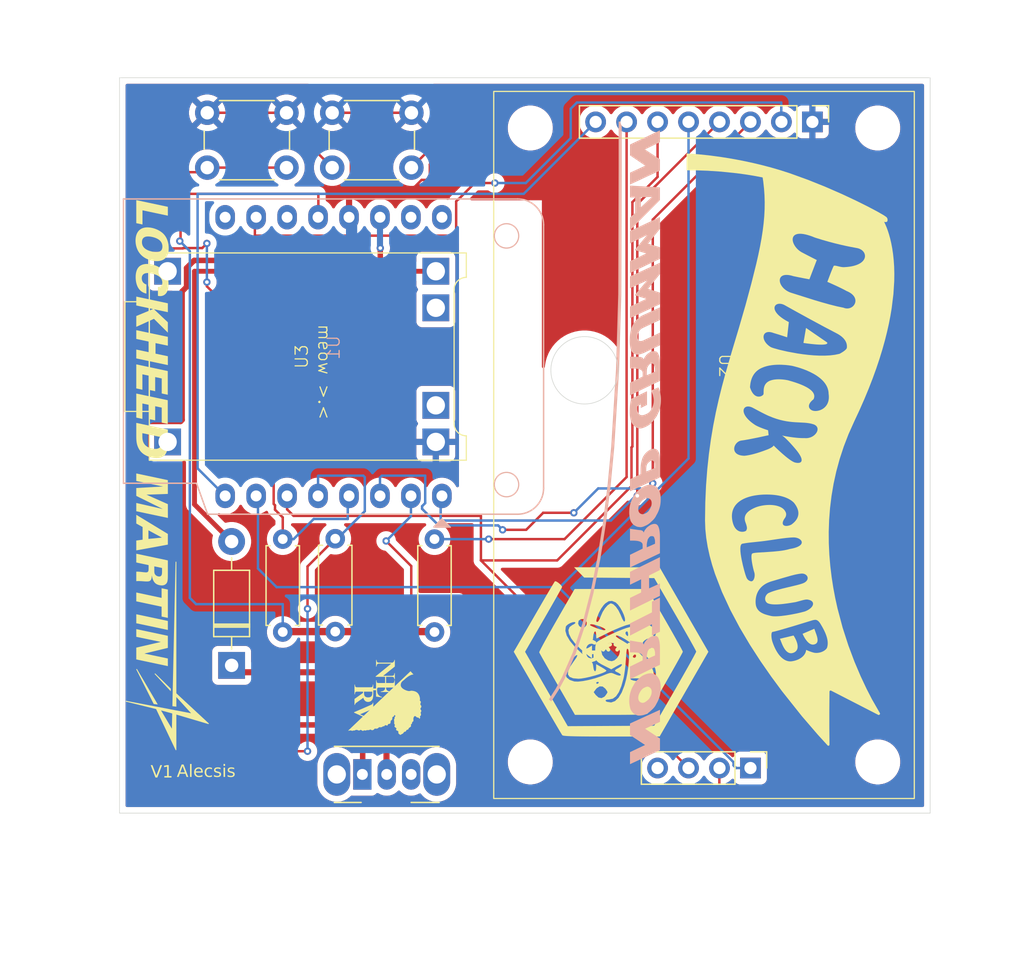
<source format=kicad_pcb>
(kicad_pcb (version 20241129) (generator "pcbnew") (generator_version "8.99")
  (layers (0 "F.Cu" signal) (2 "B.Cu" signal) (13 "F.Paste" user) (15 "B.Paste" user) (5 "F.SilkS" user "F.Silkscreen") (7 "B.SilkS" user "B.Silkscreen") (1 "F.Mask" user) (3 "B.Mask" user) (25 "Edge.Cuts" user))
  (net 0 "")
  (net 1 "Net-(D1-K)")
  (net 2 "Batt_Out")
  (net 3 "SD_CS")
  (net 5 "B2")
  (net 6 "MISO")
  (net 7 "+3.3V")
  (net 8 "GND")
  (net 9 "MOSI")
  (net 10 "CS")
  (net 11 "RESET")
  (net 12 "SCK")
  (net 13 "VCC")
  (net 14 "AO")
  (net 15 "B1")
  (net 16 "Net-(U2-LED)")
  (net 18 "Net-(BT1-+)")
  (net 19 "Net-(BT1--)")
  (footprint "Resistor_THT:R_Axial_DIN0207_L6.3mm_D2.5mm_P7.62mm_Horizontal" (layer "F.Cu") (at 91.694 109.093 90)
    (property "Reference" "R5" (hide yes))
    (property "Value" "10K" (hide yes))
  )
  (footprint "asylum-weather:ljk" (layer "F.Cu") (at 118.586778 110.725778 180)
    (property "Reference" "G***")
    (property "Value" "LOGO" (hide yes))
  )
  (footprint "Resistor_THT:R_Axial_DIN0207_L6.3mm_D2.5mm_P7.62mm_Horizontal" (layer "F.Cu") (at 96 109.06 90)
    (property "Reference" "R6" (hide yes))
    (property "Value" "10K" (hide yes))
  )
  (footprint "Button_Switch_THT:SW_PUSH_6mm_H9.5mm" (layer "F.Cu") (at 102.25 71 180)
    (property "Reference" "SW2" (hide yes))
    (property "Value" "SW_Push" (hide yes))
  )
  (footprint "Diode_THT:D_DO-41_SOD81_P10.16mm_Horizontal" (layer "F.Cu") (at 87.5 111.83 90)
    (property "Reference" "D1" (hide yes))
    (property "Value" "1N5817" (hide yes))
  )
  (footprint "Resistor_THT:R_Axial_DIN0207_L6.3mm_D2.5mm_P7.62mm_Horizontal" (layer "F.Cu") (at 104.14 101.473 -90)
    (property "Reference" "R2" (hide yes))
    (property "Value" "10" (hide yes))
  )
  (footprint "asylum-weather:TFT_ST7735_SD" (layer "F.Cu") (at 126.5 87.25 -90)
    (property "Reference" "U2")
    (property "Value" "~")
  )
  (footprint "Button_Switch_THT:SW_Slide_SPDT_Angled_CK_OS102011MA1Q" (layer "F.Cu") (at 98.225 120.775)
    (property "Reference" "SW3" (hide yes))
    (property "Value" "SW_SPDT" (hide yes))
  )
  (footprint "Button_Switch_THT:SW_PUSH_6mm_H9.5mm" (layer "F.Cu") (at 92 71 180)
    (property "Reference" "SW1" (hide yes))
    (property "Value" "SW_Push" (hide yes))
  )
  (footprint "asylum-weather:TP4056" (layer "F.Cu") (at 93.75 86.5 90)
    (property "Reference" "U3")
    (property "Value" "~")
  )
  (footprint "asylum-weather:WEMOS_C3_mini" (layer "B.Cu") (at 97.25 86.5 90)
    (property "Reference" "U1")
    (property "Value" "~")
  )
  (gr_poly (pts (xy 85.632778 116.611751) (xy 85.632551 116.614409) (xy 85.632115 116.617035) (xy 85.631477 116.619616) (xy 85.630644 116.622139) (xy 85.629623 116.624591) (xy 85.628421 116.626959) (xy 85.627045 116.62923) (xy 85.625503 116.631391) (xy 85.623802 116.633431) (xy 85.621948 116.635334) (xy 85.61995 116.63709) (xy 85.617813 116.638684) (xy 85.615546 116.640105) (xy 85.613154 116.641338) (xy 85.610647 116.642372) (xy 85.608029 116.643194) (xy 85.60531 116.64379) (xy 85.602495 116.644148) (xy 85.599592 116.644255) (xy 85.596608 116.644098) (xy 85.593551 116.643663) (xy 85.590427 116.64294) (xy 82.966183 115.867608) (xy 82.966183 115.867818) (xy 82.966183 118.75791) (xy 82.966046 118.761152) (xy 82.965644 118.764248) (xy 82.964993 118.767195) (xy 82.964106 118.769989) (xy 82.962998 118.772626) (xy 82.961684 118.775105) (xy 82.960179 118.77742) (xy 82.958497 118.779569) (xy 82.956652 118.781549) (xy 82.954659 118.783356) (xy 82.952533 118.784986) (xy 82.950288 118.786437) (xy 82.947939 118.787704) (xy 82.9455 118.788786) (xy 82.942987 118.789677) (xy 82.940412 118.790375) (xy 82.937792 118.790876) (xy 82.935141 118.791178) (xy 82.932473 118.791276) (xy 82.929803 118.791168) (xy 82.927145 118.790849) (xy 82.924514 118.790317) (xy 82.921925 118.789568) (xy 82.919391 118.788599) (xy 82.916929 118.787407) (xy 82.914552 118.785987) (xy 82.912274 118.784337) (xy 82.910111 118.782454) (xy 82.908077 118.780333) (xy 82.906187 118.777972) (xy 82.904454 118.775367) (xy 82.902895 118.772515) (xy 81.3046 115.413789) (xy 78.841011 114.807573) (xy 78.837304 114.806359) (xy 78.833918 114.804872) (xy 78.830847 114.803136) (xy 78.828088 114.801171) (xy 78.825633 114.799) (xy 78.82348 114.796645) (xy 78.821621 114.794127) (xy 78.820053 114.791469) (xy 78.81877 114.788693) (xy 78.817766 114.78582) (xy 78.817037 114.782872) (xy 78.816577 114.779872) (xy 78.816382 114.776841) (xy 78.816446 114.773801) (xy 78.816764 114.770774) (xy 78.817331 114.767783) (xy 78.818142 114.764848) (xy 78.819191 114.761993) (xy 78.820473 114.759238) (xy 78.821984 114.756606) (xy 78.823718 114.754119) (xy 78.82567 114.751799) (xy 78.827834 114.749668) (xy 78.830206 114.747747) (xy 78.832781 114.746058) (xy 78.835553 114.744624) (xy 78.838517 114.743467) (xy 78.841668 114.742607) (xy 78.845001 114.742069) (xy 78.848511 114.741872) (xy 78.852192 114.742039) (xy 78.856039 114.742593) (xy 81.193898 115.188364) (xy 81.70846 115.286569) (xy 81.70846 115.523858) (xy 82.6 117.025) (xy 82.627305 115.775112) (xy 82.627305 115.774898) (xy 81.70846 115.523858) (xy 81.70846 115.286569) (xy 82.966183 115.526607) (xy 84.17734 115.757749) (xy 82.966183 114.428269) (xy 82.966183 115.217788) (xy 82.640428 115.178208) (xy 82.654398 114.542359) (xy 82.669003 113.878997) (xy 82.899508 103.35218) (xy 82.899755 103.348245) (xy 82.900362 103.344574) (xy 82.901303 103.341167) (xy 82.902556 103.338024) (xy 82.904095 103.335143) (xy 82.905897 103.332524) (xy 82.907938 103.330166) (xy 82.910194 103.328069) (xy 82.912641 103.326232) (xy 82.915254 103.324653) (xy 82.91801 103.323334) (xy 82.920884 103.322272) (xy 82.923852 103.321467) (xy 82.926891 103.320918) (xy 82.929977 103.320625) (xy 82.933084 103.320587) (xy 82.93619 103.320804) (xy 82.939269 103.321273) (xy 82.942299 103.321996) (xy 82.945254 103.322971) (xy 82.948112 103.324197) (xy 82.950847 103.325674) (xy 82.953436 103.327402) (xy 82.955855 103.329378) (xy 82.958079 103.331603) (xy 82.960085 103.334077) (xy 82.961848 103.336797) (xy 82.963345 103.339764) (xy 82.96455 103.342977) (xy 82.965442 103.346435) (xy 82.965994 103.350138) (xy 82.966183 103.354085) (xy 82.966183 114.121565) (xy 85.621965 116.586211) (xy 85.624223 116.588486) (xy 85.626201 116.590858) (xy 85.627906 116.593313) (xy 85.629344 116.595838) (xy 85.630522 116.598421) (xy 85.631449 116.601049) (xy 85.632131 116.603709) (xy 85.632575 116.606387) (xy 85.632788 116.609072)) (stroke (width -0.000001)) (fill yes) (layer "F.SilkS"))
  (gr_poly (pts (xy 79.678154 99.186795) (xy 79.678154 98.508616) (xy 81.852816 99.003916) (xy 79.678154 97.927378) (xy 79.678154 97.281372) (xy 81.870808 97.155852) (xy 79.678154 96.707332) (xy 79.678154 96.086514) (xy 82.268953 96.635576) (xy 82.269059 96.63547) (xy 82.269112 96.635416) (xy 82.269165 96.635361) (xy 82.269165 97.765874) (xy 80.514448 97.826834) (xy 82.269165 98.605557) (xy 82.272763 99.735857)) (stroke (width -0.000001)) (fill yes) (layer "F.SilkS"))
  (gr_poly (pts (xy 82.26762 104.579331) (xy 82.265468 104.650678) (xy 82.2622 104.716185) (xy 82.25767 104.776204) (xy 82.25173 104.831086) (xy 82.244233 104.881184) (xy 82.235034 104.92685) (xy 82.223984 104.968436) (xy 82.210936 105.006293) (xy 82.195744 105.040773) (xy 82.178261 105.072229) (xy 82.158339 105.101012) (xy 82.135832 105.127474) (xy 82.110593 105.151968) (xy 82.082475 105.174844) (xy 82.066897 105.186959) (xy 82.049702 105.19897) (xy 82.030783 105.210686) (xy 82.010035 105.22192) (xy 81.987354 105.232481) (xy 81.962635 105.242181) (xy 81.935771 105.250831) (xy 81.921503 105.254702) (xy 81.906659 105.258241) (xy 81.891227 105.261422) (xy 81.875193 105.264222) (xy 81.858545 105.266617) (xy 81.841268 105.268585) (xy 81.82335 105.270101) (xy 81.804779 105.271141) (xy 81.78554 105.271683) (xy 81.76562 105.271701) (xy 81.745007 105.271174) (xy 81.723687 105.270076) (xy 81.701647 105.268385) (xy 81.678874 105.266077) (xy 81.655355 105.263127) (xy 81.631077 105.259514) (xy 81.606026 105.255212) (xy 81.58019 105.250198) (xy 81.528911 105.237862) (xy 81.481244 105.223791) (xy 81.437022 105.208102) (xy 81.396076 105.190908) (xy 81.358241 105.172327) (xy 81.323346 105.152474) (xy 81.291226 105.131464) (xy 81.261711 105.109413) (xy 81.234635 105.086437) (xy 81.209829 105.062652) (xy 81.187126 105.038172) (xy 81.166359 105.013115) (xy 81.147358 104.987594) (xy 81.129957 104.961727) (xy 81.113988 104.935628) (xy 81.099283 104.909414) (xy 81.080785 104.87472) (xy 81.064185 104.840707) (xy 81.049368 104.807462) (xy 81.03622 104.775077) (xy 81.024624 104.74364) (xy 81.014466 104.713242) (xy 81.00563 104.683971) (xy 80.998001 104.655918) (xy 80.985901 104.603824) (xy 80.977244 104.557675) (xy 80.966568 104.486082) (xy 80.952175 104.482483) (xy 80.950217 104.528054) (xy 80.947044 104.570652) (xy 80.942662 104.610372) (xy 80.937079 104.647309) (xy 80.930299 104.681558) (xy 80.922328 104.713215) (xy 80.913173 104.742375) (xy 80.90284 104.769133) (xy 80.891335 104.793584) (xy 80.878663 104.815823) (xy 80.864831 104.835946) (xy 80.849845 104.854047) (xy 80.83371 104.870223) (xy 80.816433 104.884567) (xy 80.79802 104.897176) (xy 80.778476 104.908144) (xy 80.757808 104.917567) (xy 80.736022 104.92554) (xy 80.713124 104.932158) (xy 80.689119 104.937516) (xy 80.664015 104.94171) (xy 80.637816 104.944834) (xy 80.582159 104.948255) (xy 80.522197 104.948541) (xy 80.457979 104.946452) (xy 80.316963 104.938201) (xy 80.168691 104.926843) (xy 80.085818 104.921629) (xy 80.000257 104.917511) (xy 79.914358 104.915079) (xy 79.830474 104.914924) (xy 79.750955 104.917637) (xy 79.713568 104.920252) (xy 79.678154 104.923806) (xy 79.678154 104.145086) (xy 79.708222 104.143474) (xy 79.739208 104.142654) (xy 79.803887 104.143174) (xy 79.872102 104.146224) (xy 79.943769 104.151383) (xy 80.018798 104.158228) (xy 80.097105 104.166338) (xy 80.2632 104.184666) (xy 80.371183 104.195273) (xy 80.418534 104.198782) (xy 80.461621 104.200468) (xy 80.500564 104.199866) (xy 80.535485 104.196505) (xy 80.551475 104.193645) (xy 80.566504 104.189919) (xy 80.580589 104.18527) (xy 80.593744 104.179639) (xy 80.605984 104.172967) (xy 80.617325 104.165196) (xy 80.627781 104.156267) (xy 80.637368 104.146123) (xy 80.646102 104.134704) (xy 80.653996 104.121951) (xy 80.661066 104.107807) (xy 80.667328 104.092213) (xy 80.672796 104.07511) (xy 80.677486 104.056439) (xy 80.681413 104.036143) (xy 80.684592 104.014163) (xy 80.687039 103.99044) (xy 80.688767 103.964915) (xy 80.690132 103.908228) (xy 80.690132 103.606814) (xy 79.678154 103.391548) (xy 79.678154 102.670403) (xy 81.156857 102.98378) (xy 81.156857 103.707359) (xy 81.156645 103.707359) (xy 81.156645 103.976599) (xy 81.156982 104.081232) (xy 81.157784 104.124337) (xy 81.159344 104.162309) (xy 81.161916 104.195907) (xy 81.165753 104.225886) (xy 81.168225 104.239754) (xy 81.171109 104.253002) (xy 81.174435 104.265723) (xy 81.178235 104.278013) (xy 81.183258 104.293506) (xy 81.188899 104.308402) (xy 81.195123 104.322711) (xy 81.201894 104.336444) (xy 81.209179 104.349611) (xy 81.216941 104.362222) (xy 81.225147 104.374288) (xy 81.233761 104.385819) (xy 81.242749 104.396827) (xy 81.252076 104.40732) (xy 81.261707 104.41731) (xy 81.271606 104.426806) (xy 81.28174 104.43582) (xy 81.292074 104.444362) (xy 81.313199 104.460072) (xy 81.334704 104.474017) (xy 81.35631 104.486282) (xy 81.377738 104.496951) (xy 81.398709 104.506106) (xy 81.418945 104.513831) (xy 81.438166 104.52021) (xy 81.456095 104.525325) (xy 81.472452 104.52926) (xy 81.50147 104.534643) (xy 81.528675 104.538062) (xy 81.554126 104.539595) (xy 81.57788 104.539318) (xy 81.599997 104.537309) (xy 81.620535 104.533645) (xy 81.639552 104.528402) (xy 81.657108 104.521657) (xy 81.673259 104.513487) (xy 81.688066 104.50397) (xy 81.701585 104.493182) (xy 81.713877 104.4812) (xy 81.724999 104.468101) (xy 81.735009 104.453962) (xy 81.743967 104.438859) (xy 81.751931 104.422871) (xy 81.758959 104.406073) (xy 81.76511 104.388543) (xy 81.770441 104.370358) (xy 81.775013 104.351594) (xy 81.778883 104.332329) (xy 81.782109 104.312639) (xy 81.786866 104.272293) (xy 81.789751 104.231172) (xy 81.791233 104.189892) (xy 81.791857 104.109314) (xy 81.791857 103.840286) (xy 81.156857 103.707359) (xy 81.156857 102.98378) (xy 82.268953 103.219463) (xy 82.269165 103.219256) (xy 82.269165 104.41771)) (stroke (width -0.000001)) (fill yes) (layer "F.SilkS"))
  (gr_poly (pts (xy 81.766669 91.921337) (xy 81.766669 90.686896) (xy 81.228401 90.571962) (xy 81.228401 91.734646) (xy 80.733101 91.626907) (xy 80.733101 90.464223) (xy 80.180439 90.349287) (xy 80.180439 91.612515) (xy 79.678154 91.504776) (xy 79.678154 89.531195) (xy 82.261757 90.080259) (xy 82.261968 90.080259) (xy 82.261968 92.025264)) (stroke (width -0.000001)) (fill yes) (layer "F.SilkS"))
  (gr_poly (pts (xy 100.432878 114.349846) (xy 100.432878 114.30664) (xy 100.473185 114.297978) (xy 100.492232 114.293334) (xy 100.510542 114.288482) (xy 100.528115 114.283422) (xy 100.54495 114.278153) (xy 100.561048 114.272675) (xy 100.57641 114.266989) (xy 100.591034 114.261094) (xy 100.60492 114.25499) (xy 100.61807 114.248678) (xy 100.630483 114.242156) (xy 100.642158 114.235426) (xy 100.653097 114.228487) (xy 100.663298 114.22134) (xy 100.672762 114.213983) (xy 100.681705 114.206328) (xy 100.690346 114.198288) (xy 100.698685 114.189861) (xy 100.706722 114.181047) (xy 100.714458 114.171847) (xy 100.721892 114.162261) (xy 100.729024 114.152289) (xy 100.735854 114.14193) (xy 100.742382 114.131185) (xy 100.748609 114.120054) (xy 100.754534 114.108536) (xy 100.760156 114.096632) (xy 100.765477 114.084342) (xy 100.770496 114.071665) (xy 100.775213 114.058602) (xy 100.779628 114.045152) (xy 100.782105 114.036757) (xy 100.784423 114.027492) (xy 100.786581 114.017356) (xy 100.78858 114.006351) (xy 100.790418 113.994474) (xy 100.792097 113.981728) (xy 100.793616 113.968111) (xy 100.794975 113.953625) (xy 100.797214 113.92204) (xy 100.798814 113.886976) (xy 100.799773 113.848431) (xy 100.800093 113.806405) (xy 100.800093 113.647258) (xy 100.172515 113.647258) (xy 100.172515 113.67795) (xy 100.172875 113.695968) (xy 100.173954 113.713354) (xy 100.175752 113.73011) (xy 100.17827 113.746235) (xy 100.181507 113.761729) (xy 100.185464 113.776593) (xy 100.19014 113.790825) (xy 100.195536 113.804427) (xy 100.201651 113.817399) (xy 100.208485 113.829739) (xy 100.216039 113.84145) (xy 100.224313 113.852529) (xy 100.233306 113.862978) (xy 100.243019 113.872797) (xy 100.253451 113.881985) (xy 100.264603 113.890543) (xy 100.276457 113.898596) (xy 100.288994 113.906277) (xy 100.302215 113.913586) (xy 100.316119 113.920521) (xy 100.330707 113.927084) (xy 100.345978 113.933274) (xy 100.361934 113.939091) (xy 100.378573 113.944536) (xy 100.395896 113.949607) (xy 100.413903 113.954306) (xy 100.432595 113.958632) (xy 100.451971 113.962585) (xy 100.472031 113.966165) (xy 100.492775 113.969372) (xy 100.514204 113.972206) (xy 100.536317 113.974667) (xy 100.536317 114.017873) (xy 99.729126 114.017873) (xy 99.729126 113.974667) (xy 99.76135 113.970783) (xy 99.792081 113.965958) (xy 99.821319 113.960192) (xy 99.849065 113.953485) (xy 99.862379 113.949779) (xy 99.875319 113.945838) (xy 99.887887 113.941661) (xy 99.900082 113.93725) (xy 99.911903 113.932603) (xy 99.923352 113.927721) (xy 99.934429 113.922604) (xy 99.945132 113.917252) (xy 99.955432 113.911725) (xy 99.965301 113.906086) (xy 99.97474 113.900337) (xy 99.983748 113.894477) (xy 99.992326 113.888506) (xy 100.000473 113.882423) (xy 100.008189 113.87623) (xy 100.015475 113.869927) (xy 100.02233 113.863512) (xy 100.028755 113.856986) (xy 100.034749 113.85035) (xy 100.040312 113.843603) (xy 100.045444 113.836745) (xy 100.050145 113.829776) (xy 100.054415 113.822697) (xy 100.058255 113.815507) (xy 100.061765 113.808057) (xy 100.06505 113.800198) (xy 100.068107 113.791929) (xy 100.070938 113.783252) (xy 100.073542 113.774165) (xy 100.07592 113.76467) (xy 100.078071 113.754766) (xy 100.079995 113.744453) (xy 100.081693 113.733731) (xy 100.083165 113.722601) (xy 100.08441 113.711063) (xy 100.085429 113.699116) (xy 100.086221 113.68676) (xy 100.086787 113.673997) (xy 100.087127 113.660825) (xy 100.08724 113.647245) (xy 99.652953 113.647245) (xy 99.622664 113.647413) (xy 99.595466 113.647918) (xy 99.571359 113.64876) (xy 99.550344 113.649939) (xy 99.532421 113.651456) (xy 99.51759 113.653312) (xy 99.505851 113.655506) (xy 99.501142 113.656731) (xy 99.497206 113.65804) (xy 99.493691 113.659463) (xy 99.490257 113.661032) (xy 99.486903 113.662748) (xy 99.48363 113.664611) (xy 99.480437 113.66662) (xy 99.477323 113.668776) (xy 99.474291 113.671079) (xy 99.471338 113.673528) (xy 99.468465 113.676124) (xy 99.465673 113.678867) (xy 99.46296 113.681756) (xy 99.460328 113.684792) (xy 99.457776 113.687975) (xy 99.455304 113.691304) (xy 99.452911 113.69478) (xy 99.450599 113.698402) (xy 99.448396 113.702238) (xy 99.446335 113.706358) (xy 99.444416 113.710763) (xy 99.442639 113.715453) (xy 99.441005 113.720426) (xy 99.439513 113.725685) (xy 99.438163 113.731227) (xy 99.436955 113.737054) (xy 99.43589 113.743166) (xy 99.434966 113.749562) (xy 99.434185 113.756241) (xy 99.433546 113.763206) (xy 99.433048 113.770454) (xy 99.432693 113.777986) (xy 99.43248 113.785803) (xy 99.432409 113.793903) (xy 99.432409 113.885992) (xy 99.4328 113.912656) (xy 99.433973 113.93865) (xy 99.435927 113.963974) (xy 99.438663 113.988626) (xy 99.44218 114.012609) (xy 99.446479 114.035921) (xy 99.45156 114.058562) (xy 99.457422 114.080533) (xy 99.464066 114.101834) (xy 99.471492 114.122464) (xy 99.479699 114.142424) (xy 99.488689 114.161714) (xy 99.498459 114.180334) (xy 99.509012 114.198284) (xy 99.520346 114.215563) (xy 99.532461 114.232172) (xy 99.545374 114.248158) (xy 99.559104 114.26357) (xy 99.573652 114.278409) (xy 99.589018 114.292674) (xy 99.6052 114.306367) (xy 99.622201 114.319487) (xy 99.640018 114.332034) (xy 99.658653 114.344008) (xy 99.678104 114.35541) (xy 99.698373 114.366239) (xy 99.719459 114.376496) (xy 99.741362 114.38618) (xy 99.764082 114.395291) (xy 99.787618 114.403831) (xy 99.811972 114.411798) (xy 99.837142 114.419193) (xy 99.837142 114.461262) (xy 99.347147 114.391914) (xy 99.347147 113.059487) (xy 99.389216 113.059487) (xy 99.389216 113.110644) (xy 99.389309 113.118926) (xy 99.389589 113.127004) (xy 99.390056 113.134877) (xy 99.390709 113.142547) (xy 99.391549 113.150013) (xy 99.392575 113.157274) (xy 99.393788 113.164331) (xy 99.395187 113.171184) (xy 99.396773 113.177832) (xy 99.398545 113.184276) (xy 99.400504 113.190516) (xy 99.402649 113.196551) (xy 99.404981 113.202382) (xy 99.407499 113.208008) (xy 99.410204 113.21343) (xy 99.413094 113.218647) (xy 99.415173 113.222287) (xy 99.417428 113.225821) (xy 99.419862 113.229248) (xy 99.422473 113.23257) (xy 99.425262 113.235784) (xy 99.428228 113.238893) (xy 99.431372 113.241895) (xy 99.434694 113.244791) (xy 99.438194 113.24758) (xy 99.441871 113.250263) (xy 99.445726 113.25284) (xy 99.449758 113.25531) (xy 99.453968 113.257675) (xy 99.458356 113.259932) (xy 99.462922 113.262084) (xy 99.467665 113.264129) (xy 99.471422 113.265642) (xy 99.475871 113.267059) (xy 99.481014 113.268377) (xy 99.486849 113.269598) (xy 99.493377 113.270721) (xy 99.500597 113.271747) (xy 99.508511 113.272675) (xy 99.517117 113.273505) (xy 99.526416 113.274237) (xy 99.536408 113.274872) (xy 99.55847 113.275849) (xy 99.583304 113.276435) (xy 99.61091 113.27663) (xy 100.625005 113.27663) (xy 100.672258 113.276273) (xy 100.692101 113.275828) (xy 100.70942 113.275205) (xy 100.724218 113.274404) (xy 100.736492 113.273427) (xy 100.746244 113.272273) (xy 100.753474 113.270942) (xy 100.758376 113.269445) (xy 100.763136 113.267797) (xy 100.767755 113.265998) (xy 100.772231 113.264049) (xy 100.776565 113.261948) (xy 100.780758 113.259696) (xy 100.784808 113.257293) (xy 100.788716 113.254739) (xy 100.792482 113.252035) (xy 100.796107 113.249179) (xy 100.799589 113.246172) (xy 100.802929 113.243014) (xy 100.806128 113.239706) (xy 100.809184 113.236246) (xy 100.812098 113.232635) (xy 100.81487 113.228873) (xy 100.818725 113.223347) (xy 100.82233 113.217572) (xy 100.825687 113.211549) (xy 100.828796 113.205278) (xy 100.831655 113.198759) (xy 100.834266 113.191991) (xy 100.836629 113.184974) (xy 100.838742 113.177709) (xy 100.840607 113.170196) (xy 100.842224 113.162433) (xy 100.843591 113.154422) (xy 100.84471 113.146162) (xy 100.845581 113.137653) (xy 100.846202 113.128895) (xy 100.846575 113.119887) (xy 100.8467 113.110631) (xy 100.8467 113.059474) (xy 100.888768 113.059474) (xy 100.888768 114.349846)) (stroke (width -0.000001)) (fill yes) (layer "F.SilkS"))
  (gr_poly (pts (xy 81.756085 107.826179) (xy 81.756085 107.018882) (xy 79.678365 106.577346) (xy 79.678365 105.852388) (xy 81.756085 106.293926) (xy 81.756085 105.504619) (xy 82.269165 105.612356) (xy 82.269165 107.933919)) (stroke (width -0.000001)) (fill yes) (layer "F.SilkS"))
  (gr_poly (pts (xy 80.338553 110.861692) (xy 82.269165 111.263648) (xy 82.269165 111.891663) (xy 79.678365 111.3426) (xy 79.678365 110.373801) (xy 81.691315 109.907288) (xy 79.678365 109.487554) (xy 79.678365 108.855943) (xy 82.269165 109.405003) (xy 82.269165 110.395178)) (stroke (width -0.000001)) (fill yes) (layer "F.SilkS"))
  (gr_poly (pts (xy 79.678365 108.375032) (xy 79.678365 107.635891) (xy 82.269165 108.184954) (xy 82.269165 108.924094)) (stroke (width -0.000001)) (fill yes) (layer "F.SilkS"))
  (gr_poly (pts (xy 99.077444 115.631329) (xy 99.077444 115.606313) (xy 99.077053 115.582295) (xy 99.07588 115.560267) (xy 99.075 115.55) (xy 99.073924 115.54023) (xy 99.072653 115.530957) (xy 99.071187 115.522182) (xy 99.069525 115.513904) (xy 99.067668 115.506123) (xy 99.065616 115.49884) (xy 99.063369 115.492054) (xy 99.060926 115.485765) (xy 99.058289 115.479973) (xy 99.055456 115.474678) (xy 99.052428 115.469881) (xy 99.050235 115.466713) (xy 99.047917 115.463751) (xy 99.046712 115.462346) (xy 99.045475 115.460992) (xy 99.044207 115.45969) (xy 99.042908 115.458438) (xy 99.041578 115.457238) (xy 99.040217 115.456088) (xy 99.038825 115.45499) (xy 99.037402 115.453943) (xy 99.035947 115.452947) (xy 99.034461 115.452002) (xy 99.032945 115.451108) (xy 99.031397 115.450265) (xy 99.029818 115.449473) (xy 99.028208 115.448733) (xy 99.026567 115.448043) (xy 99.024895 115.447405) (xy 99.023192 115.446817) (xy 99.021458 115.446281) (xy 99.019693 115.445795) (xy 99.017896 115.445361) (xy 99.014211 115.444646) (xy 99.010401 115.444135) (xy 99.006467 115.443829) (xy 99.002409 115.443727) (xy 98.999822 115.443762) (xy 98.997178 115.443869) (xy 98.994476 115.444046) (xy 98.991716 115.444295) (xy 98.988898 115.444615) (xy 98.986022 115.445005) (xy 98.983089 115.445467) (xy 98.980098 115.446) (xy 98.973942 115.44728) (xy 98.967557 115.448844) (xy 98.960941 115.450694) (xy 98.954095 115.452828) (xy 98.945665 115.455776) (xy 98.934304 115.460074) (xy 98.920012 115.465722) (xy 98.90279 115.472722) (xy 98.859553 115.490772) (xy 98.804593 115.514224) (xy 98.037195 115.842784) (xy 98.720456 116.147465) (xy 98.777295 116.172119) (xy 98.823908 116.191513) (xy 98.843378 116.199239) (xy 98.860291 116.205651) (xy 98.874645 116.21075) (xy 98.886442 116.214537) (xy 98.896759 116.217467) (xy 98.906687 116.220007) (xy 98.916225 116.222155) (xy 98.925373 116.223913) (xy 98.934132 116.225281) (xy 98.9425 116.226257) (xy 98.950477 116.226843) (xy 98.958065 116.227039) (xy 98.962297 116.226968) (xy 98.966467 116.226754) (xy 98.970575 116.226399) (xy 98.97462 116.225901) (xy 98.978603 116.225261) (xy 98.982523 116.224478) (xy 98.986382 116.223554) (xy 98.990178 116.222488) (xy 98.993913 116.221279) (xy 98.997585 116.219929) (xy 99.001195 116.218437) (xy 99.004744 116.216803) (xy 99.008231 116.215027) (xy 99.011657 116.213109) (xy 99.015021 116.21105) (xy 99.018323 116.208848) (xy 99.021541 116.206507) (xy 99.024662 116.204033) (xy 99.027685 116.201425) (xy 99.030611 116.198684) (xy 99.03344 116.19581) (xy 99.036171 116.192803) (xy 99.038804 116.189662) (xy 99.04134 116.186389) (xy 99.043779 116.182982) (xy 99.04612 116.179443) (xy 99.048363 116.175771) (xy 99.050509 116.171965) (xy 99.052557 116.168027) (xy 99.054508 116.163956) (xy 99.056361 116.159752) (xy 99.058117 116.155416) (xy 99.060457 116.14918) (xy 99.062647 116.142695) (xy 99.064685 116.135963) (xy 99.066573 116.128981) (xy 99.068309 116.121751) (xy 99.069894 116.114273) (xy 99.071329 116.106546) (xy 99.072612 116.09857) (xy 99.073745 116.090346) (xy 99.074726 116.081873) (xy 99.075557 116.073151) (xy 99.076236 116.064181) (xy 99.076765 116.054961) (xy 99.077142 116.045493) (xy 99.077369 116.035776) (xy 99.077444 116.02581) (xy 99.119513 116.02581) (xy 99.119513 116.531745) (xy 99.077431 116.531745) (xy 99.075481 116.521299) (xy 99.073042 116.510996) (xy 99.070114 116.500834) (xy 99.066699 116.490815) (xy 99.062794 116.480938) (xy 99.058402 116.471204) (xy 99.053521 116.461611) (xy 99.048152 116.452161) (xy 99.042295 116.442852) (xy 99.035949 116.433686) (xy 99.029115 116.424663) (xy 99.021792 116.415781) (xy 99.013981 116.407041) (xy 99.005682 116.398443) (xy 98.996895 116.389988) (xy 98.987619 116.381674) (xy 98.979913 116.375524) (xy 98.971008 116.369009) (xy 98.960904 116.362131) (xy 98.949601 116.354888) (xy 98.937099 116.34728) (xy 98.923398 116.339309) (xy 98.908498 116.330973) (xy 98.8924 116.322273) (xy 98.856606 116.303781) (xy 98.816018 116.283833) (xy 98.770634 116.262427) (xy 98.720456 116.239566) (xy 97.542649 115.70864) (xy 97.542649 115.671122) (xy 98.768213 115.142472) (xy 98.820776 115.119581) (xy 98.867618 115.098664) (xy 98.90874 115.079719) (xy 98.944142 115.062746) (xy 98.973825 115.047745) (xy 98.997789 115.034716) (xy 99.016035 115.023659) (xy 99.028563 115.014572) (xy 99.033281 115.010297) (xy 99.037779 115.005574) (xy 99.042054 115.000401) (xy 99.046108 114.994781) (xy 99.049941 114.988712) (xy 99.053552 114.982194) (xy 99.05694 114.975228) (xy 99.060107 114.967813) (xy 99.063052 114.959951) (xy 99.065775 114.95164) (xy 99.068276 114.94288) (xy 99.070554 114.933673) (xy 99.07261 114.924017) (xy 99.074444 114.913913) (xy 99.076056 114.903361) (xy 99.077444 114.892361) (xy 99.119513 114.892361) (xy 99.119513 115.631329)) (stroke (width -0.000001)) (fill yes) (layer "F.SilkS"))
  (gr_poly (pts (xy 100.087835 113.319783) (xy 100.087835 112.7377) (xy 100.173005 112.7377) (xy 100.173005 113.319783)) (stroke (width -0.000001)) (fill yes) (layer "F.SilkS"))
  (gr_poly (pts (xy 80.187847 74.50117) (xy 80.187847 75.663855) (xy 79.678365 75.556116) (xy 79.678365 73.665298) (xy 82.269165 74.214361) (xy 82.269165 74.942706)) (stroke (width -0.000001)) (fill yes) (layer "F.SilkS"))
  (gr_poly (pts (xy 99.118895 114.194734) (xy 99.117082 114.257618) (xy 99.11406 114.315812) (xy 99.109831 114.369316) (xy 99.104394 114.418131) (xy 99.097751 114.462257) (xy 99.089901 114.501695) (xy 99.080845 114.536444) (xy 99.075757 114.552457) (xy 99.070159 114.568098) (xy 99.064051 114.583365) (xy 99.057431 114.598259) (xy 99.050301 114.612781) (xy 99.042661 114.626929) (xy 99.034509 114.640705) (xy 99.025848 114.654107) (xy 99.016675 114.667137) (xy 99.006992 114.679793) (xy 98.996798 114.692077) (xy 98.986093 114.703987) (xy 98.974878 114.715524) (xy 98.963152 114.726689) (xy 98.950915 114.73748) (xy 98.938168 114.747899) (xy 98.925025 114.757811) (xy 98.911603 114.767084) (xy 98.8979 114.775717) (xy 98.883918 114.783712) (xy 98.869655 114.791066) (xy 98.855113 114.797781) (xy 98.840291 114.803857) (xy 98.825189 114.809294) (xy 98.809807 114.81409) (xy 98.794146 114.818248) (xy 98.778205 114.821765) (xy 98.761983 114.824644) (xy 98.745483 114.826882) (xy 98.728702 114.828481) (xy 98.711642 114.829441) (xy 98.694302 114.829761) (xy 98.673215 114.829281) (xy 98.652591 114.827842) (xy 98.632429 114.825444) (xy 98.612729 114.822086) (xy 98.59349 114.817769) (xy 98.574714 114.812494) (xy 98.556399 114.806258) (xy 98.538546 114.799064) (xy 98.521156 114.79091) (xy 98.504226 114.781798) (xy 98.487759 114.771726) (xy 98.471753 114.760695) (xy 98.45621 114.748705) (xy 98.441128 114.735756) (xy 98.426507 114.721848) (xy 98.412349 114.706981) (xy 98.403673 114.696931) (xy 98.395274 114.686393) (xy 98.387149 114.675366) (xy 98.379301 114.66385) (xy 98.371728 114.651846) (xy 98.364431 114.639354) (xy 98.35741 114.626373) (xy 98.350664 114.612903) (xy 98.344194 114.598945) (xy 98.337999 114.584498) (xy 98.33208 114.569563) (xy 98.326437 114.55414) (xy 98.32107 114.538228) (xy 98.315978 114.521827) (xy 98.311161 114.504939) (xy 98.306621 114.487562) (xy 97.784797 114.85819) (xy 97.760687 114.87572) (xy 97.738959 114.891936) (xy 97.719614 114.906839) (xy 97.70265 114.920428) (xy 97.688067 114.932703) (xy 97.675865 114.943664) (xy 97.666044 114.95331) (xy 97.662026 114.95764) (xy 97.658603 114.961642) (xy 97.654322 114.967526) (xy 97.65029 114.973526) (xy 97.646506 114.979641) (xy 97.642971 114.985871) (xy 97.639685 114.992217) (xy 97.636647 114.998678) (xy 97.633858 115.005255) (xy 97.631318 115.011947) (xy 97.629027 115.018755) (xy 97.626984 115.025678) (xy 97.625189 115.032717) (xy 97.623644 115.039872) (xy 97.622347 115.047141) (xy 97.621298 115.054527) (xy 97.620499 115.062028) (xy 97.619948 115.069645) (xy 97.577879 115.069645) (xy 97.577879 114.584201) (xy 98.280467 114.087379) (xy 98.280467 113.98619) (xy 97.848468 113.98619) (xy 97.818648 113.98643) (xy 97.791725 113.987149) (xy 97.767698 113.988349) (xy 97.746569 113.990028) (xy 97.728336 113.992186) (xy 97.712999 113.994823) (xy 97.706417 113.996322) (xy 97.700559 113.99794) (xy 97.695425 113.999678) (xy 97.691014 114.001535) (xy 97.687017 114.003544) (xy 97.683121 114.005735) (xy 97.679327 114.008108) (xy 97.675634 114.010664) (xy 97.672043 114.013401) (xy 97.668554 114.016321) (xy 97.665167 114.019423) (xy 97.661882 114.022707) (xy 97.658699 114.026174) (xy 97.655619 114.029822) (xy 97.652641 114.033653) (xy 97.649765 114.037666) (xy 97.646992 114.04186) (xy 97.644321 114.046237) (xy 97.641753 114.050796) (xy 97.639288 114.055537) (xy 97.636946 114.060629) (xy 97.634755 114.066245) (xy 97.632715 114.072386) (xy 97.630827 114.079051) (xy 97.62909 114.086241) (xy 97.627505 114.093955) (xy 97.626071 114.102193) (xy 97.624788 114.110956) (xy 97.623656 114.120242) (xy 97.622675 114.130053) (xy 97.621846 114.140388) (xy 97.621167 114.151246) (xy 97.620639 114.162629) (xy 97.620262 114.174536) (xy 97.620036 114.186966) (xy 97.619961 114.19992) (xy 97.577892 114.19992) (xy 97.577892 113.41092) (xy 97.619961 113.41092) (xy 97.620271 113.43656) (xy 97.621204 113.46005) (xy 97.622758 113.481392) (xy 97.624933 113.500585) (xy 97.626254 113.509376) (xy 97.627731 113.517629) (xy 97.629363 113.525346) (xy 97.631151 113.532525) (xy 97.633094 113.539167) (xy 97.635193 113.545273) (xy 97.637447 113.550841) (xy 97.639857 113.555872) (xy 97.64239 113.560543) (xy 97.645016 113.565037) (xy 97.647735 113.569353) (xy 97.650548 113.573492) (xy 97.653454 113.577454) (xy 97.656454 113.581238) (xy 97.659547 113.584844) (xy 97.662734 113.588273) (xy 97.666014 113.591524) (xy 97.669387 113.594598) (xy 97.672853 113.597493) (xy 97.676413 113.600211) (xy 97.680066 113.602751) (xy 97.683812 113.605113) (xy 97.687651 113.607298) (xy 97.691583 113.609304) (xy 97.695926 113.611162) (xy 97.700997 113.612899) (xy 97.706797 113.614518) (xy 97.713325 113.616016) (xy 97.720581 113.617395) (xy 97.728565 113.618654) (xy 97.737278 113.619793) (xy 97.746719 113.620812) (xy 97.756889 113.621711) (xy 97.767786 113.622491) (xy 97.779413 113.62315) (xy 97.791767 113.62369) (xy 97.818661 113.62441) (xy 97.848468 113.62465) (xy 98.361205 113.62465) (xy 98.361205 113.98619) (xy 98.361205 114.050986) (xy 98.361657 114.089247) (xy 98.363015 114.125023) (xy 98.365279 114.158312) (xy 98.368449 114.189115) (xy 98.372525 114.217431) (xy 98.377507 114.243261) (xy 98.380338 114.255243) (xy 98.383395 114.266603) (xy 98.386679 114.277341) (xy 98.39019 114.287457) (xy 98.393996 114.297132) (xy 98.398166 114.306544) (xy 98.4027 114.315694) (xy 98.407598 114.324583) (xy 98.41286 114.333209) (xy 98.418486 114.341573) (xy 98.424477 114.349675) (xy 98.430831 114.357516) (xy 98.43755 114.365094) (xy 98.444633 114.37241) (xy 98.45208 114.379465) (xy 98.459892 114.386257) (xy 98.468067 114.392787) (xy 98.476607 114.399056) (xy 98.485511 114.405062) (xy 98.49478 114.410806) (xy 98.50441 114.416244) (xy 98.5144 114.421331) (xy 98.524749 114.426068) (xy 98.535457 114.430454) (xy 98.546526 114.434489) (xy 98.557954 114.438173) (xy 98.569741 114.441507) (xy 98.581889 114.444489) (xy 98.594396 114.447121) (xy 98.607263 114.449402) (xy 98.62049 114.451332) (xy 98.634077 114.452912) (xy 98.648024 114.45414) (xy 98.662331 114.455017) (xy 98.676999 114.455544) (xy 98.692027 114.455719) (xy 98.713693 114.455397) (xy 98.73464 114.454431) (xy 98.754868 114.452821) (xy 98.774376 114.450568) (xy 98.793165 114.44767) (xy 98.811234 114.444128) (xy 98.828584 114.439943) (xy 98.845215 114.435113) (xy 98.861127 114.42964) (xy 98.87632 114.423523) (xy 98.890793 114.416762) (xy 98.904547 114.409357) (xy 98.917583 114.401309) (xy 98.9299 114.392617) (xy 98.941498 114.383281) (xy 98.952377 114.373302) (xy 98.962563 114.362605) (xy 98.972092 114.351122) (xy 98.980964 114.338853) (xy 98.989179 114.325798) (xy 98.996737 114.311958) (xy 99.003638 114.297331) (xy 99.009882 114.281919) (xy 99.015468 114.26572) (xy 99.020398 114.248736) (xy 99.02467 114.230966) (xy 99.028285 114.21241) (xy 99.031243 114.193069) (xy 99.033543 114.172942) (xy 99.035186 114.152028) (xy 99.036172 114.13033) (xy 99.036501 114.107845) (xy 99.036501 113.98619) (xy 98.361205 113.98619) (xy 98.361205 113.62465) (xy 98.848924 113.62465) (xy 98.87874 113.62441) (xy 98.905662 113.62369) (xy 98.929688 113.622491) (xy 98.950818 113.620812) (xy 98.969053 113.618654) (xy 98.984391 113.616016) (xy 98.990974 113.614518) (xy 98.996833 113.6129) (xy 99.001967 113.611162) (xy 99.006377 113.609304) (xy 99.010375 113.607295) (xy 99.01427 113.605104) (xy 99.018064 113.60273) (xy 99.021756 113.600174) (xy 99.025346 113.597436) (xy 99.028834 113.594515) (xy 99.032221 113.591412) (xy 99.035505 113.588127) (xy 99.038687 113.584661) (xy 99.041767 113.581012) (xy 99.044746 113.577181) (xy 99.047622 113.573169) (xy 99.050395 113.568974) (xy 99.053067 113.564599) (xy 99.055636 113.560041) (xy 99.058104 113.555303) (xy 99.060444 113.550209) (xy 99.062634 113.544591) (xy 99.064672 113.538449) (xy 99.06656 113.531783) (xy 99.068296 113.524593) (xy 99.069882 113.516879) (xy 99.071316 113.508641) (xy 99.0726 113.499879) (xy 99.073732 113.490593) (xy 99.074714 113.480783) (xy 99.075544 113.470449) (xy 99.076224 113.459591) (xy 99.076752 113.448209) (xy 99.077129 113.436303) (xy 99.077356 113.423874) (xy 99.077431 113.41092) (xy 99.1195 113.41092) (xy 99.1195 114.12716)) (stroke (width -0.000001)) (fill yes) (layer "F.SilkS"))
  (gr_poly (pts (xy 133.931084 110.307602) (xy 133.928868 110.347545) (xy 133.924338 110.386876) (xy 133.917359 110.425482) (xy 133.912909 110.444479) (xy 133.907796 110.463252) (xy 133.902003 110.481787) (xy 133.895513 110.500072) (xy 133.888309 110.51809) (xy 133.880374 110.53583) (xy 133.871692 110.553275) (xy 133.862244 110.570414) (xy 133.852015 110.58723) (xy 133.840988 110.603711) (xy 133.829145 110.619841) (xy 133.816469 110.635608) (xy 133.802944 110.650997) (xy 133.788553 110.665995) (xy 133.773278 110.680586) (xy 133.757103 110.694756) (xy 133.740011 110.708493) (xy 133.721985 110.721782) (xy 133.703008 110.734608) (xy 133.683062 110.746958) (xy 133.662132 110.758818) (xy 133.6402 110.770173) (xy 133.617249 110.781009) (xy 133.593262 110.791313) (xy 133.523319 110.815396) (xy 133.456084 110.8297) (xy 133.391509 110.834816) (xy 133.329546 110.831337) (xy 133.27015 110.819857) (xy 133.213274 110.800966) (xy 133.158869 110.775257) (xy 133.10689 110.743323) (xy 133.057288 110.705757) (xy 133.010019 110.663149) (xy 132.965033 110.616094) (xy 132.922285 110.565183) (xy 132.881727 110.511008) (xy 132.843313 110.454163) (xy 132.772726 110.334828) (xy 132.71015 110.211917) (xy 132.655208 110.09017) (xy 132.566723 109.869121) (xy 132.504265 109.709592) (xy 132.481858 109.664745) (xy 132.472695 109.653125) (xy 132.464829 109.649496) (xy 133.593262 109.3791) (xy 133.644613 109.459648) (xy 133.697464 109.550942) (xy 133.758354 109.667901) (xy 133.789451 109.734048) (xy 133.819723 109.804264) (xy 133.848226 109.877765) (xy 133.874014 109.953768) (xy 133.896142 110.031493) (xy 133.913666 110.110154) (xy 133.925642 110.188971) (xy 133.931123 110.26716)) (stroke (width -0.000001)) (fill yes) (layer "F.SilkS"))
  (gr_poly (pts (xy 103.06004 115.211138) (xy 103.059448 115.220917) (xy 103.058493 115.230032) (xy 103.057201 115.238525) (xy 103.055598 115.246438) (xy 103.05371 115.253812) (xy 103.051563 115.26069) (xy 103.049182 115.267113) (xy 103.046594 115.273123) (xy 103.043825 115.278763) (xy 103.0409 115.284074) (xy 103.037845 115.289098) (xy 103.034686 115.293876) (xy 103.03145 115.298452) (xy 103.024848 115.307161) (xy 103.018246 115.31556) (xy 103.011852 115.323984) (xy 103.008797 115.32831) (xy 103.005872 115.332768) (xy 103.003103 115.3374) (xy 103.000515 115.342248) (xy 102.998134 115.347353) (xy 102.995987 115.352758) (xy 102.994098 115.358505) (xy 102.992495 115.364634) (xy 102.991204 115.371189) (xy 102.990249 115.378212) (xy 102.989657 115.385743) (xy 102.989454 115.393825) (xy 102.989655 115.401927) (xy 102.990241 115.409514) (xy 102.991187 115.416621) (xy 102.992466 115.423282) (xy 102.994054 115.429533) (xy 102.995924 115.435408) (xy 102.998051 115.440943) (xy 103.000409 115.446173) (xy 103.002973 115.451133) (xy 103.005716 115.455857) (xy 103.008613 115.460381) (xy 103.011638 115.464739) (xy 103.017972 115.4731) (xy 103.024511 115.48122) (xy 103.03105 115.489379) (xy 103.037384 115.497856) (xy 103.040409 115.502302) (xy 103.043306 115.506932) (xy 103.04605 115.511782) (xy 103.048613 115.516887) (xy 103.050971 115.522282) (xy 103.053098 115.528001) (xy 103.054968 115.53408) (xy 103.056556 115.540553) (xy 103.057835 115.547457) (xy 103.058781 115.554825) (xy 103.059367 115.562693) (xy 103.059568 115.571096) (xy 103.05942 115.579416) (xy 103.058989 115.587044) (xy 103.058293 115.594023) (xy 103.057351 115.600396) (xy 103.056183 115.606207) (xy 103.054807 115.6115) (xy 103.053242 115.616318) (xy 103.051507 115.620705) (xy 103.049621 115.624704) (xy 103.047602 115.62836) (xy 103.04547 115.631715) (xy 103.043244 115.634813) (xy 103.038583 115.640413) (xy 103.033771 115.64551) (xy 103.02896 115.650451) (xy 103.024299 115.655587) (xy 103.022073 115.658336) (xy 103.019941 115.661265) (xy 103.017922 115.664416) (xy 103.016036 115.667834) (xy 103.014301 115.671562) (xy 103.012736 115.675644) (xy 103.01136 115.680122) (xy 103.010191 115.685042) (xy 103.00925 115.690446) (xy 103.008554 115.696379) (xy 103.008123 115.702883) (xy 103.007975 115.710002) (xy 103.037092 115.868725) (xy 103.036836 115.878074) (xy 103.036089 115.886911) (xy 103.034885 115.895257) (xy 103.033255 115.903135) (xy 103.031233 115.910564) (xy 103.028851 115.917568) (xy 103.026142 115.924166) (xy 103.023139 115.930381) (xy 103.019875 115.936234) (xy 103.016381 115.941745) (xy 103.012691 115.946938) (xy 103.008838 115.951832) (xy 103.004854 115.95645) (xy 103.000772 115.960812) (xy 102.992444 115.968857) (xy 102.961748 115.995099) (xy 102.958745 115.998064) (xy 102.956036 116.001031) (xy 102.953654 116.00402) (xy 102.951632 116.007053) (xy 102.950002 116.010152) (xy 102.948798 116.013337) (xy 102.948051 116.016631) (xy 102.947795 116.020054) (xy 102.947847 116.022294) (xy 102.947998 116.024497) (xy 102.948574 116.028808) (xy 102.949471 116.033014) (xy 102.950638 116.037144) (xy 102.952023 116.041225) (xy 102.953575 116.045286) (xy 102.956974 116.05346) (xy 102.960425 116.061891) (xy 102.962042 116.066273) (xy 102.963517 116.070804) (xy 102.964799 116.075511) (xy 102.965838 116.080423) (xy 102.966581 116.085569) (xy 102.966826 116.088237) (xy 102.966977 116.090975) (xy 102.966873 116.095808) (xy 102.966103 116.102189) (xy 102.964724 116.109861) (xy 102.962797 116.118566) (xy 102.960378 116.128047) (xy 102.957527 116.138048) (xy 102.954301 116.14831) (xy 102.950758 116.158578) (xy 102.946958 116.168593) (xy 102.942958 116.178099) (xy 102.938817 116.186838) (xy 102.934592 116.194554) (xy 102.930343 116.200989) (xy 102.928227 116.203645) (xy 102.926127 116.205886) (xy 102.92405 116.207677) (xy 102.922003 116.208988) (xy 102.919994 116.209785) (xy 102.918029 116.210037) (xy 102.914861 116.209801) (xy 102.911837 116.209211) (xy 102.908948 116.208287) (xy 102.90618 116.207049) (xy 102.903522 116.205515) (xy 102.900962 116.203707) (xy 102.898487 116.201642) (xy 102.896086 116.199342) (xy 102.891457 116.19411) (xy 102.886979 116.188168) (xy 102.882556 116.181671) (xy 102.878092 116.174777) (xy 102.868658 116.160419) (xy 102.863496 116.153268) (xy 102.857908 116.146345) (xy 102.854926 116.143017) (xy 102.851801 116.139805) (xy 102.848522 116.136727) (xy 102.845076 116.133804) (xy 102.841453 116.131055) (xy 102.837639 116.1285) (xy 102.833624 116.126158) (xy 102.829394 116.124048) (xy 102.825183 116.121865) (xy 102.821084 116.119928) (xy 102.817087 116.118219) (xy 102.813182 116.116724) (xy 102.805614 116.114309) (xy 102.798304 116.112557) (xy 102.791175 116.11134) (xy 102.784152 116.110531) (xy 102.770121 116.109628) (xy 102.755603 116.108833) (xy 102.747973 116.108157) (xy 102.739993 116.107126) (xy 102.731589 116.105614) (xy 102.722684 116.103493) (xy 102.713202 116.100635) (xy 102.703069 116.096915) (xy 102.698886 116.09467) (xy 102.694607 116.092087) (xy 102.685773 116.086012) (xy 102.676596 116.078904) (xy 102.667102 116.070979) (xy 102.6265 116.035409) (xy 102.615829 116.026625) (xy 102.605005 116.018314) (xy 102.594054 116.010691) (xy 102.583004 116.003972) (xy 102.57745 116.001018) (xy 102.571881 115.998371) (xy 102.566301 115.996058) (xy 102.560714 115.994105) (xy 102.555121 115.992539) (xy 102.549528 115.991387) (xy 102.543937 115.990676) (xy 102.538352 115.990433) (xy 102.531579 115.990842) (xy 102.524906 115.99204) (xy 102.518341 115.993991) (xy 102.511891 115.996655) (xy 102.505565 115.999994) (xy 102.499369 116.003967) (xy 102.493312 116.008538) (xy 102.487399 116.013667) (xy 102.48164 116.019315) (xy 102.476042 116.025444) (xy 102.465357 116.038989) (xy 102.455404 116.05399) (xy 102.446244 116.070139) (xy 102.437937 116.087125) (xy 102.430542 116.104638) (xy 102.424121 116.122369) (xy 102.418732 116.140006) (xy 102.414436 116.15724) (xy 102.411293 116.173761) (xy 102.409363 116.189259) (xy 102.408707 116.203423) (xy 102.41251 116.312724) (xy 102.412647 116.341873) (xy 102.412263 116.355581) (xy 102.411497 116.368434) (xy 102.410289 116.380225) (xy 102.40858 116.390747) (xy 102.406308 116.399792) (xy 102.404943 116.403695) (xy 102.403415 116.407152) (xy 102.40145 116.410822) (xy 102.399366 116.414229) (xy 102.397169 116.417394) (xy 102.394865 116.420337) (xy 102.392462 116.423077) (xy 102.389967 116.425634) (xy 102.387385 116.428029) (xy 102.384725 116.43028) (xy 102.379194 116.434434) (xy 102.373428 116.438255) (xy 102.361409 116.445533) (xy 102.355264 116.449309) (xy 102.349101 116.453388) (xy 102.342974 116.45793) (xy 102.339941 116.460424) (xy 102.336937 116.463093) (xy 102.33397 116.465957) (xy 102.331045 116.469037) (xy 102.32817 116.472351) (xy 102.325352 116.47592) (xy 102.322597 116.479764) (xy 102.319912 116.483902) (xy 102.317304 116.488355) (xy 102.314779 116.493142) (xy 102.283043 116.622774) (xy 102.280975 116.625919) (xy 102.278907 116.62875) (xy 102.276837 116.631291) (xy 102.274765 116.633563) (xy 102.272689 116.635589) (xy 102.27061 116.637393) (xy 102.268526 116.638996) (xy 102.266436 116.640421) (xy 102.26434 116.641691) (xy 102.262237 116.642829) (xy 102.258005 116.644797) (xy 102.249419 116.648138) (xy 102.245052 116.649873) (xy 102.240627 116.651892) (xy 102.23839 116.653065) (xy 102.236137 116.654377) (xy 102.233866 116.65585) (xy 102.231576 116.657507) (xy 102.229267 116.659371) (xy 102.226938 116.661465) (xy 102.224587 116.66381) (xy 102.222215 116.66643) (xy 102.21982 116.669348) (xy 102.217402 116.672585) (xy 102.214959 116.676165) (xy 102.212492 116.68011) (xy 102.210288 116.684268) (xy 102.208612 116.688482) (xy 102.207419 116.692752) (xy 102.20667 116.697081) (xy 102.206321 116.701471) (xy 102.20633 116.705926) (xy 102.206656 116.710447) (xy 102.207256 116.715037) (xy 102.209113 116.724432) (xy 102.211564 116.734132) (xy 102.216905 116.75452) (xy 102.219124 116.765248) (xy 102.220593 116.776356) (xy 102.220941 116.78206) (xy 102.220976 116.787865) (xy 102.220656 116.793776) (xy 102.219939 116.799794) (xy 102.218782 116.805921) (xy 102.217144 116.812161) (xy 102.214983 116.818515) (xy 102.212256 116.824986) (xy 102.208922 116.831577) (xy 102.204939 116.838289) (xy 102.200265 116.845126) (xy 102.194857 116.852089) (xy 102.189127 116.858875) (xy 102.183509 116.865199) (xy 102.177998 116.871085) (xy 102.17259 116.876562) (xy 102.16728 116.881655) (xy 102.162062 116.886391) (xy 102.151886 116.894898) (xy 102.142021 116.902296) (xy 102.13243 116.908798) (xy 102.123072 116.914617) (xy 102.113908 116.919964) (xy 102.096006 116.930097) (xy 102.08719 116.935308) (xy 102.07841 116.940898) (xy 102.069629 116.947081) (xy 102.060806 116.954069) (xy 102.056367 116.957931) (xy 102.051903 116.962074) (xy 102.047409 116.966525) (xy 102.04288 116.97131) (xy 102.038591 116.976182) (xy 102.034795 116.98088) (xy 102.031456 116.985415) (xy 102.02854 116.989795) (xy 102.026011 116.994028) (xy 102.023833 116.998124) (xy 102.021971 117.002093) (xy 102.02039 117.005942) (xy 102.019053 117.00968) (xy 102.017927 117.013318) (xy 102.01616 117.020324) (xy 102.01358 117.033514) (xy 102.012199 117.03984) (xy 102.011362 117.042968) (xy 102.01038 117.046083) (xy 102.009217 117.049196) (xy 102.007839 117.052314) (xy 102.006208 117.055448) (xy 102.004291 117.058605) (xy 102.002052 117.061795) (xy 101.999454 117.065027) (xy 101.996463 117.068309) (xy 101.993043 117.071652) (xy 101.989159 117.075062) (xy 101.984775 117.07855) (xy 101.979856 117.082125) (xy 101.974367 117.085795) (xy 101.968762 117.089309) (xy 101.963508 117.092427) (xy 101.958579 117.095176) (xy 101.953954 117.097585) (xy 101.949609 117.099679) (xy 101.94552 117.101486) (xy 101.941664 117.103034) (xy 101.938018 117.10435) (xy 101.931261 117.106393) (xy 101.925065 117.107835) (xy 101.919241 117.108892) (xy 101.913603 117.109783) (xy 101.907966 117.110726) (xy 101.902141 117.111938) (xy 101.895944 117.113639) (xy 101.892647 117.11474) (xy 101.889187 117.116045) (xy 101.88554 117.11758) (xy 101.881683 117.119374) (xy 101.877593 117.121453) (xy 101.873247 117.123845) (xy 101.868621 117.126577) (xy 101.863692 117.129676) (xy 101.858436 117.13317) (xy 101.85283 117.137085) (xy 101.847354 117.141209) (xy 101.842472 117.145316) (xy 101.838143 117.149404) (xy 101.834327 117.153471) (xy 101.830984 117.157517) (xy 101.828074 117.16154) (xy 101.825555 117.165538) (xy 101.823387 117.16951) (xy 101.82153 117.173455) (xy 101.819943 117.177371) (xy 101.818586 117.181257) (xy 101.817419 117.185112) (xy 101.815491 117.19272) (xy 101.813834 117.200185) (xy 101.812126 117.207495) (xy 101.810042 117.214639) (xy 101.808758 117.218145) (xy 101.807259 117.221605) (xy 101.805504 117.225019) (xy 101.803453 117.228384) (xy 101.801065 117.231698) (xy 101.7983 117.234962) (xy 101.795118 117.238172) (xy 101.791477 117.241328) (xy 101.787338 117.244429) (xy 101.782659 117.247472) (xy 101.777402 117.250458) (xy 101.771524 117.253383) (xy 101.765451 117.256113) (xy 101.759627 117.258531) (xy 101.75404 117.260661) (xy 101.748678 117.262528) (xy 101.74353 117.264155) (xy 101.738583 117.265568) (xy 101.729246 117.267848) (xy 101.720572 117.269563) (xy 101.712467 117.270909) (xy 101.697586 117.273273) (xy 101.69062 117.274683) (xy 101.687214 117.27553) (xy 101.683843 117.276505) (xy 101.680497 117.277632) (xy 101.677162 117.278936) (xy 101.673827 117.28044) (xy 101.670481 117.28217) (xy 101.667111 117.284149) (xy 101.663705 117.286403) (xy 101.660253 117.288956) (xy 101.656741 117.291831) (xy 101.653158 117.295054) (xy 101.649492 117.29865) (xy 101.645732 117.302641) (xy 101.641865 117.307054) (xy 101.631668 117.319336) (xy 101.622886 117.330385) (xy 101.615327 117.340329) (xy 101.608797 117.349294) (xy 101.603104 117.357407) (xy 101.598055 117.364796) (xy 101.589117 117.377907) (xy 101.584842 117.383884) (xy 101.58044 117.389644) (xy 101.575718 117.395314) (xy 101.570483 117.401022) (xy 101.564542 117.406894) (xy 101.557702 117.413057) (xy 101.549771 117.419638) (xy 101.540556 117.426765) (xy 101.535526 117.430317) (xy 101.530032 117.433811) (xy 101.524115 117.437258) (xy 101.517818 117.440671) (xy 101.50426 117.447449) (xy 101.489703 117.454248) (xy 101.458968 117.468321) (xy 101.443481 117.475801) (xy 101.428373 117.483716) (xy 101.420695 117.488157) (xy 101.413541 117.492668) (xy 101.406861 117.497199) (xy 101.4006 117.501701) (xy 101.378725 117.518439) (xy 101.373788 117.52206) (xy 101.36896 117.525358) (xy 101.364189 117.528283) (xy 101.361808 117.52959) (xy 101.359423 117.530786) (xy 101.357025 117.531865) (xy 101.354609 117.532819) (xy 101.352168 117.533643) (xy 101.349697 117.534331) (xy 101.347187 117.534877) (xy 101.344633 117.535275) (xy 101.342029 117.535518) (xy 101.339367 117.535601) (xy 101.333189 117.530967) (xy 101.325118 117.525292) (xy 101.304486 117.511212) (xy 101.279845 117.494148) (xy 101.266765 117.484743) (xy 101.253574 117.474887) (xy 101.24057 117.464678) (xy 101.228049 117.454215) (xy 101.216309 117.443595) (xy 101.205647 117.432918) (xy 101.200813 117.427589) (xy 101.196359 117.422282) (xy 101.192324 117.41701) (xy 101.188744 117.411785) (xy 101.185656 117.406619) (xy 101.183098 117.401525) (xy 101.181106 117.396515) (xy 101.179717 117.391601) (xy 101.177903 117.381936) (xy 101.176692 117.372375) (xy 101.175985 117.362915) (xy 101.175687 117.353555) (xy 101.1757 117.34429) (xy 101.175925 117.335117) (xy 101.176627 117.31704) (xy 101.177012 117.299299) (xy 101.176844 117.290548) (xy 101.176304 117.281872) (xy 101.175295 117.273269) (xy 101.173721 117.264735) (xy 101.171484 117.256269) (xy 101.170086 117.25206) (xy 101.168486 117.247866) (xy 101.165418 117.241086) (xy 101.162007 117.234898) (xy 101.158274 117.229263) (xy 101.15424 117.224145) (xy 101.149926 117.219504) (xy 101.145353 117.215304) (xy 101.140542 117.211505) (xy 101.135513 117.208069) (xy 101.130288 117.204959) (xy 101.124888 117.202137) (xy 101.113645 117.197202) (xy 101.101952 117.19296) (xy 101.089976 117.189106) (xy 101.065844 117.181343) (xy 101.054024 117.176825) (xy 101.048248 117.174274) (xy 101.04259 117.171476) (xy 101.037071 117.168395) (xy 101.031711 117.164993) (xy 101.026532 117.16123) (xy 101.021554 117.157069) (xy 101.016798 117.152472) (xy 101.012285 117.147401) (xy 101.008037 117.141817) (xy 101.004074 117.135683) (xy 101.00053 117.129433) (xy 100.997508 117.12352) (xy 100.994981 117.117923) (xy 100.992922 117.112625) (xy 100.991304 117.107604) (xy 100.990101 117.102843) (xy 100.989285 117.098321) (xy 100.98883 117.094019) (xy 100.988709 117.089918) (xy 100.988895 117.085999) (xy 100.989362 117.082241) (xy 100.990081 117.078626) (xy 100.991028 117.075134) (xy 100.992173 117.071746) (xy 100.993492 117.068443) (xy 100.994957 117.065204) (xy 101.008712 117.039317) (xy 101.010283 117.035792) (xy 101.011731 117.032139) (xy 101.013031 117.028338) (xy 101.014154 117.02437) (xy 101.015075 117.020215) (xy 101.015766 117.015853) (xy 101.0162 117.011266) (xy 101.01635 117.006434) (xy 101.015972 117.001518) (xy 101.014865 116.996685) (xy 101.013076 116.99193) (xy 101.010648 116.987245) (xy 101.007626 116.982623) (xy 101.004054 116.978058) (xy 100.999978 116.973543) (xy 100.995441 116.96907) (xy 100.985166 116.960225) (xy 100.973585 116.951468) (xy 100.961054 116.942744) (xy 100.947931 116.933998) (xy 100.921332 116.916217) (xy 100.90857 116.907073) (xy 100.896642 116.897685) (xy 100.885905 116.887999) (xy 100.881094 116.883027) (xy 100.876714 116.87796) (xy 100.87281 116.872791) (xy 100.869427 116.867512) (xy 100.866609 116.862118) (xy 100.8644 116.8566) (xy 100.862713 116.851085) (xy 100.861412 116.845696) (xy 100.860478 116.840431) (xy 100.859887 116.835285) (xy 100.859618 116.830254) (xy 100.859648 116.825333) (xy 100.859957 116.820517) (xy 100.860522 116.815804) (xy 100.861322 116.811188) (xy 100.862333 116.806665) (xy 100.863535 116.802231) (xy 100.864906 116.797881) (xy 100.868065 116.789419) (xy 100.871635 116.781242) (xy 100.886526 116.750711) (xy 100.889524 116.74345) (xy 100.890795 116.739851) (xy 100.891883 116.736268) (xy 100.892768 116.732697) (xy 100.893427 116.729132) (xy 100.893839 116.72557) (xy 100.893981 116.722007) (xy 100.893801 116.717351) (xy 100.893275 116.712976) (xy 100.892427 116.708852) (xy 100.891281 116.70495) (xy 100.889858 116.701241) (xy 100.888182 116.697695) (xy 100.886276 116.694283) (xy 100.884162 116.690975) (xy 100.879406 116.684556) (xy 100.874098 116.678201) (xy 100.862562 116.664749) (xy 100.856701 116.657182) (xy 100.851025 116.648739) (xy 100.848313 116.644117) (xy 100.845717 116.639188) (xy 100.843258 116.633922) (xy 100.840961 116.628292) (xy 100.838847 116.622266) (xy 100.836941 116.615816) (xy 100.835265 116.608913) (xy 100.833842 116.601526) (xy 100.832696 116.593628) (xy 100.831848 116.585187) (xy 100.831323 116.576176) (xy 100.831142 116.566564) (xy 100.833865 116.547101) (xy 100.835871 116.528369) (xy 100.837217 116.510325) (xy 100.837964 116.492925) (xy 100.838167 116.476126) (xy 100.837886 116.459885) (xy 100.837179 116.444156) (xy 100.836103 116.428898) (xy 100.834718 116.414066) (xy 100.83308 116.399617) (xy 100.829282 116.371692) (xy 100.82122 116.318517) (xy 100.821447 116.304881) (xy 100.822102 116.292446) (xy 100.82315 116.281136) (xy 100.824554 116.270872) (xy 100.826277 116.261576) (xy 100.828284 116.253172) (xy 100.830538 116.245582) (xy 100.833003 116.238729) (xy 100.835642 116.232534) (xy 100.838419 116.226921) (xy 100.844242 116.217128) (xy 100.850182 116.208731) (xy 100.855947 116.201108) (xy 100.861247 116.193641) (xy 100.863632 116.189772) (xy 100.865791 116.185709) (xy 100.867689 116.181375) (xy 100.869289 116.176691) (xy 100.870555 116.171582) (xy 100.87145 116.165968) (xy 100.871938 116.159774) (xy 100.871983 116.15292) (xy 100.871548 116.14533) (xy 100.870597 116.136926) (xy 100.869094 116.127631) (xy 100.867003 116.117367) (xy 100.864286 116.106056) (xy 100.860908 116.093621) (xy 100.861117 116.09023) (xy 100.861725 116.086874) (xy 100.862707 116.08355) (xy 100.864034 116.080257) (xy 100.865682 116.07699) (xy 100.867623 116.073746) (xy 100.86983 116.070523) (xy 100.872277 116.067318) (xy 100.874937 116.064127) (xy 100.877784 116.060948) (xy 100.88393 116.054612) (xy 100.897288 116.041945) (xy 100.904074 116.035565) (xy 100.910646 116.029123) (xy 100.916793 116.022593) (xy 100.919639 116.019288) (xy 100.9223 116.015952) (xy 100.924746 116.012582) (xy 100.926954 116.009175) (xy 100.928894 116.005728) (xy 100.930542 116.002238) (xy 100.93187 115.998702) (xy 100.932851 115.995117) (xy 100.93346 115.99148) (xy 100.933668 115.987788) (xy 100.933534 115.984069) (xy 100.933135 115.980356) (xy 100.93248 115.976659) (xy 100.931575 115.972983) (xy 100.930428 115.969336) (xy 100.929047 115.965726) (xy 100.927437 115.962159) (xy 100.925607 115.958643) (xy 100.923564 115.955185) (xy 100.921314 115.951792) (xy 100.918867 115.948472) (xy 100.916228 115.945233) (xy 100.910404 115.939022) (xy 100.903903 115.933218) (xy 100.896781 115.927879) (xy 100.889097 115.923063) (xy 100.88091 115.918829) (xy 100.872277 115.915234) (xy 100.867811 115.913695) (xy 100.863256 115.912337) (xy 100.858618 115.911169) (xy 100.853906 115.910196) (xy 100.849125 115.909427) (xy 100.844284 115.908869) (xy 100.83939 115.908528) (xy 100.83445 115.908413) (xy 100.834257 115.919814) (xy 100.833687 115.930473) (xy 100.832746 115.940427) (xy 100.831446 115.949709) (xy 100.829794 115.958354) (xy 100.8278 115.966397) (xy 100.825473 115.973871) (xy 100.822822 115.980812) (xy 100.819857 115.987254) (xy 100.816585 115.993231) (xy 100.813016 115.998779) (xy 100.80916 116.003931) (xy 100.805026 116.008722) (xy 100.800622 116.013186) (xy 100.795957 116.017359) (xy 100.791041 116.021274) (xy 100.780492 116.028471) (xy 100.769047 116.035053) (xy 100.756777 116.041295) (xy 100.743757 116.047474) (xy 100.715755 116.060749) (xy 100.700918 116.068396) (xy 100.685621 116.077085) (xy 100.685472 116.099242) (xy 100.685025 116.11987) (xy 100.684285 116.139041) (xy 100.683254 116.156825) (xy 100.681936 116.173292) (xy 100.680335 116.188513) (xy 100.678453 116.202559) (xy 100.676294 116.2155) (xy 100.673861 116.227407) (xy 100.671158 116.23835) (xy 100.668188 116.248399) (xy 100.664954 116.257626) (xy 100.66146 116.266101) (xy 100.657709 116.273894) (xy 100.653703 116.281076) (xy 100.649448 116.287718) (xy 100.644945 116.29389) (xy 100.640199 116.299662) (xy 100.635212 116.305106) (xy 100.629989 116.310291) (xy 100.618843 116.320169) (xy 100.606789 116.32986) (xy 100.580063 116.350941) (xy 100.565443 116.363459) (xy 100.557832 116.37046) (xy 100.550023 116.378049) (xy 100.548388 116.407919) (xy 100.546353 116.435298) (xy 100.543931 116.460293) (xy 100.541136 116.483013) (xy 100.537981 116.503569) (xy 100.534481 116.522068) (xy 100.530648 116.538621) (xy 100.526496 116.553335) (xy 100.52204 116.56632) (xy 100.517292 116.577686) (xy 100.512266 116.587541) (xy 100.506976 116.595994) (xy 100.501436 116.603155) (xy 100.495658 116.609132) (xy 100.489657 116.614035) (xy 100.483447 116.617973) (xy 100.366666 116.638703) (xy 100.359283 116.642603) (xy 100.352519 116.646776) (xy 100.346339 116.651197) (xy 100.340707 116.655839) (xy 100.335585 116.660677) (xy 100.330939 116.665684) (xy 100.326731 116.670834) (xy 100.322925 116.676102) (xy 100.319486 116.681461) (xy 100.316376 116.686885) (xy 100.31356 116.692348) (xy 100.311002 116.697824) (xy 100.306511 116.70871) (xy 100.302616 116.719336) (xy 100.299024 116.729493) (xy 100.295447 116.738972) (xy 100.293573 116.743392) (xy 100.291594 116.747564) (xy 100.289474 116.751463) (xy 100.287175 116.755062) (xy 100.284663 116.758336) (xy 100.281901 116.761257) (xy 100.278852 116.7638) (xy 100.27548 116.76594) (xy 100.27175 116.767649) (xy 100.267624 116.768902) (xy 100.263067 116.769673) (xy 100.258042 116.769936) (xy 100.254519 116.769773) (xy 100.250778 116.769303) (xy 100.242676 116.767549) (xy 100.233807 116.764895) (xy 100.224239 116.76156) (xy 100.203288 116.753728) (xy 100.192045 116.74967) (xy 100.180383 116.745811) (xy 100.168372 116.742371) (xy 100.156083 116.739568) (xy 100.143584 116.737624) (xy 100.137278 116.737042) (xy 100.130946 116.736757) (xy 100.124597 116.736797) (xy 100.118239 116.737188) (xy 100.111881 116.737959) (xy 100.105532 116.739137) (xy 100.099201 116.740749) (xy 100.092896 116.742823) (xy 100.086626 116.745386) (xy 100.0804 116.748466) (xy 100.074553 116.75188) (xy 100.069373 116.755415) (xy 100.064798 116.759052) (xy 100.060767 116.762773) (xy 100.057218 116.766558) (xy 100.05409 116.770389) (xy 100.048847 116.778114) (xy 100.040694 116.793286) (xy 100.036797 116.800433) (xy 100.032362 116.807087) (xy 100.029789 116.810182) (xy 100.026896 116.813098) (xy 100.023623 116.815815) (xy 100.019907 116.818315) (xy 100.015686 116.820579) (xy 100.0109 116.822588) (xy 100.005486 116.824324) (xy 99.999382 116.825767) (xy 99.992528 116.826899) (xy 99.984861 116.827701) (xy 99.97632 116.828154) (xy 99.966843 116.82824) (xy 99.956368 116.82794) (xy 99.944835 116.827235) (xy 99.93218 116.826105) (xy 99.918343 116.824533) (xy 99.905955 116.836349) (xy 99.893602 116.847026) (xy 99.881293 116.856621) (xy 99.869038 116.865186) (xy 99.856847 116.872778) (xy 99.844729 116.87945) (xy 99.832694 116.885256) (xy 99.820752 116.890252) (xy 99.808912 116.894491) (xy 99.797184 116.898029) (xy 99.785578 116.900919) (xy 99.774102 116.903216) (xy 99.762767 116.904975) (xy 99.751583 116.90625) (xy 99.729704 116.907566) (xy 99.708541 116.907601) (xy 99.688173 116.906789) (xy 99.650127 116.904372) (xy 99.632603 116.903638) (xy 99.616181 116.903802) (xy 99.608408 116.904356) (xy 99.600939 116.905299) (xy 99.593784 116.906683) (xy 99.586953 116.908565) (xy 99.560671 116.935159) (xy 99.547429 116.948133) (xy 99.533776 116.960651) (xy 99.519451 116.972533) (xy 99.504198 116.983599) (xy 99.487756 116.993668) (xy 99.469868 117.002562) (xy 99.450274 117.010098) (xy 99.428717 117.016098) (xy 99.417121 117.018466) (xy 99.404937 117.020382) (xy 99.392132 117.021823) (xy 99.378675 117.022768) (xy 99.364533 117.023194) (xy 99.349674 117.023077) (xy 99.317673 117.02113) (xy 99.282416 117.016744) (xy 99.243642 117.009741) (xy 99.226582 117.032036) (xy 99.209765 117.051985) (xy 99.193205 117.069695) (xy 99.176917 117.085274) (xy 99.160915 117.09883) (xy 99.145214 117.110468) (xy 99.129828 117.120299) (xy 99.114772 117.128427) (xy 99.10006 117.134962) (xy 99.085706 117.14001) (xy 99.071725 117.143679) (xy 99.058131 117.146076) (xy 99.044938 117.147309) (xy 99.032162 117.147486) (xy 99.019816 117.146712) (xy 99.007915 117.145097) (xy 98.996474 117.142748) (xy 98.985506 117.139771) (xy 98.975026 117.136275) (xy 98.965049 117.132367) (xy 98.955588 117.128154) (xy 98.946659 117.123743) (xy 98.930453 117.11476) (xy 98.90505 117.099154) (xy 98.896084 117.09425) (xy 98.892586 117.092898) (xy 98.889763 117.092424) (xy 98.884144 117.092981) (xy 98.877311 117.094556) (xy 98.869412 117.097002) (xy 98.860596 117.100175) (xy 98.840812 117.108121) (xy 98.819152 117.117229) (xy 98.796809 117.126337) (xy 98.785756 117.130527) (xy 98.774979 117.134282) (xy 98.764628 117.137455) (xy 98.754853 117.139902) (xy 98.745803 117.141476) (xy 98.741597 117.141891) (xy 98.737627 117.142033) (xy 98.697919 117.141872) (xy 98.673561 117.141901) (xy 98.648165 117.14221) (xy 98.623202 117.142952) (xy 98.600147 117.144282) (xy 98.589795 117.145216) (xy 98.580471 117.146354) (xy 98.572361 117.147717) (xy 98.565648 117.149322) (xy 98.559693 117.151177) (xy 98.553742 117.153235) (xy 98.541891 117.15778) (xy 98.518668 117.167346) (xy 98.507454 117.171654) (xy 98.50198 117.173534) (xy 98.49661 117.175172) (xy 98.491352 117.176524) (xy 98.486216 117.177544) (xy 98.481212 117.178189) (xy 98.476351 117.178414) (xy 98.469168 117.178191) (xy 98.46245 117.177561) (xy 98.45612 117.176582) (xy 98.450099 117.175313) (xy 98.444312 117.173811) (xy 98.438679 117.172135) (xy 98.427568 117.168492) (xy 98.416148 117.164848) (xy 98.410128 117.163172) (xy 98.403797 117.16167) (xy 98.397079 117.160401) (xy 98.389896 117.159422) (xy 98.382171 117.158792) (xy 98.373825 117.15857) (xy 98.369617 117.158702) (xy 98.365661 117.15909) (xy 98.361939 117.159714) (xy 98.358432 117.160559) (xy 98.355121 117.161608) (xy 98.351988 117.162843) (xy 98.349013 117.164247) (xy 98.346178 117.165804) (xy 98.343464 117.167497) (xy 98.340853 117.169309) (xy 98.335862 117.17322) (xy 98.331055 117.177403) (xy 98.326283 117.181721) (xy 98.321393 117.186039) (xy 98.316238 117.190222) (xy 98.313513 117.19222) (xy 98.310666 117.194133) (xy 98.307677 117.195944) (xy 98.304527 117.197637) (xy 98.301198 117.199194) (xy 98.297671 117.200599) (xy 98.293927 117.201834) (xy 98.289948 117.202882) (xy 98.285714 117.203727) (xy 98.281207 117.204352) (xy 98.276408 117.204739) (xy 98.271299 117.204872) (xy 98.26596 117.204641) (xy 98.260493 117.203966) (xy 98.254909 117.202878) (xy 98.249218 117.201406) (xy 98.243433 117.199579) (xy 98.237564 117.197427) (xy 98.225619 117.192267) (xy 98.213473 117.186162) (xy 98.201214 117.179347) (xy 98.176717 117.164536) (xy 98.15284 117.149725) (xy 98.141356 117.142911) (xy 98.130295 117.136805) (xy 98.119746 117.131645) (xy 98.109797 117.127667) (xy 98.105075 117.126194) (xy 98.100537 117.125106) (xy 98.096194 117.124432) (xy 98.092057 117.1242) (xy 98.086084 117.124337) (xy 98.080547 117.124735) (xy 98.075409 117.125377) (xy 98.070639 117.126246) (xy 98.0662 117.127323) (xy 98.06206 117.128593) (xy 98.058184 117.130037) (xy 98.054538 117.131638) (xy 98.047798 117.13524) (xy 98.041567 117.139261) (xy 98.029542 117.148) (xy 98.023201 117.152439) (xy 98.016277 117.156738) (xy 98.012511 117.158792) (xy 98.008497 117.160759) (xy 98.0042 117.162621) (xy 97.999586 117.164362) (xy 97.994622 117.165962) (xy 97.989273 117.167406) (xy 97.983505 117.168676) (xy 97.977284 117.169754) (xy 97.970575 117.170622) (xy 97.963345 117.171264) (xy 97.95556 117.171662) (xy 97.947184 117.171799) (xy 97.937454 117.17148) (xy 97.927958 117.170564) (xy 97.909541 117.167188) (xy 97.891672 117.162165) (xy 97.874091 117.15599) (xy 97.838747 117.142158) (xy 97.820465 117.135489) (xy 97.801427 117.129644) (xy 97.781374 117.125117) (xy 97.770885 117.123502) (xy 97.760044 117.122402) (xy 97.748819 117.121878) (xy 97.737178 117.121992) (xy 97.725087 117.122806) (xy 97.712514 117.124382) (xy 97.699427 117.126782) (xy 97.685792 117.130067) (xy 97.671578 117.134299) (xy 97.656751 117.13954) (xy 97.64128 117.145851) (xy 97.625131 117.153294) (xy 97.608273 117.161932) (xy 97.590672 117.171826) (xy 97.588836 117.172788) (xy 97.586882 117.173602) (xy 97.584816 117.174277) (xy 97.582642 117.174821) (xy 97.577992 117.17555) (xy 97.572975 117.175859) (xy 97.567632 117.175816) (xy 97.562006 117.175491) (xy 97.550071 117.174266) (xy 97.537506 117.172737) (xy 97.524648 117.171453) (xy 97.518213 117.171076) (xy 97.51183 117.170966) (xy 97.505542 117.171193) (xy 97.49939 117.171826) (xy 97.492638 117.172977) (xy 97.485884 117.174482) (xy 97.479148 117.176281) (xy 97.472452 117.178315) (xy 97.465817 117.180526) (xy 97.459263 117.182854) (xy 97.446484 117.187626) (xy 97.434281 117.19216) (xy 97.428448 117.194189) (xy 97.422822 117.195982) (xy 97.417424 117.19748) (xy 97.412274 117.198622) (xy 97.407394 117.199351) (xy 97.402804 117.199607) (xy 97.394433 117.199237) (xy 97.386144 117.198195) (xy 97.37787 117.196581) (xy 97.36954 117.194495) (xy 97.352438 117.189309) (xy 97.334285 117.183439) (xy 97.324642 117.180498) (xy 97.314528 117.177688) (xy 97.303875 117.175107) (xy 97.292614 117.172857) (xy 97.280674 117.171038) (xy 97.267988 117.169749) (xy 97.254486 117.169092) (xy 97.240099 117.169167) (xy 97.225545 117.169885) (xy 97.210525 117.171063) (xy 97.195215 117.172619) (xy 97.17979 117.174472) (xy 97.149297 117.178747) (xy 97.120451 117.183236) (xy 97.094654 117.187291) (xy 97.073311 117.190263) (xy 97.064748 117.19114) (xy 97.057824 117.191502) (xy 97.052716 117.191269) (xy 97.050898 117.190904) (xy 97.049599 117.19036) (xy 102.173929 112.310081) (xy 102.297953 112.44692) (xy 102.383219 112.540299) (xy 102.411318 112.570575) (xy 102.421976 112.581279) (xy 102.392601 112.581199) (xy 102.362812 112.583351) (xy 102.332684 112.587603) (xy 102.302287 112.593823) (xy 102.271694 112.60188) (xy 102.240977 112.61164) (xy 102.210208 112.622973) (xy 102.179459 112.635746) (xy 102.148802 112.649827) (xy 102.118309 112.665083) (xy 102.058103 112.698597) (xy 101.999419 112.735231) (xy 101.942832 112.773928) (xy 101.88892 112.813634) (xy 101.838259 112.853291) (xy 101.791424 112.891843) (xy 101.748994 112.928234) (xy 101.634841 113.03107) (xy 101.618277 113.044942) (xy 101.599858 113.059416) (xy 101.559073 113.091021) (xy 101.537512 113.108581) (xy 101.515711 113.127597) (xy 101.494072 113.148283) (xy 101.472999 113.170853) (xy 101.452894 113.19552) (xy 101.434162 113.222499) (xy 101.425436 113.236922) (xy 101.417205 113.252003) (xy 101.409519 113.267769) (xy 101.402427 113.284246) (xy 101.395981 113.301461) (xy 101.390231 113.319441) (xy 101.385227 113.338212) (xy 101.38102 113.357802) (xy 101.377661 113.378237) (xy 101.375198 113.399543) (xy 101.373684 113.421748) (xy 101.373168 113.444879) (xy 101.374748 113.474772) (xy 101.37937 113.503755) (xy 101.386855 113.531825) (xy 101.397027 113.558978) (xy 101.409708 113.585213) (xy 101.42472 113.610528) (xy 101.441886 113.634918) (xy 101.461028 113.658383) (xy 101.481969 113.680919) (xy 101.50453 113.702525) (xy 101.528535 113.723197) (xy 101.553806 113.742933) (xy 101.607434 113.779587) (xy 101.663995 113.812468) (xy 101.722067 113.841555) (xy 101.78023 113.866828) (xy 101.837063 113.888269) (xy 101.891146 113.905855) (xy 101.941057 113.919568) (xy 101.985377 113.929388) (xy 102.022685 113.935295) (xy 102.05156 113.937268) (xy 102.066587 113.936848) (xy 102.08186 113.935671) (xy 102.097316 113.933865) (xy 102.112889 113.931557) (xy 102.144135 113.925939) (xy 102.175087 113.919834) (xy 102.205232 113.914255) (xy 102.219843 113.91198) (xy 102.23406 113.910217) (xy 102.24782 113.909093) (xy 102.261058 113.908735) (xy 102.273712 113.909269) (xy 102.285716 113.910823) (xy 102.368623 113.921504) (xy 102.398621 113.926222) (xy 102.431337 113.932404) (xy 102.466276 113.940372) (xy 102.502942 113.950448) (xy 102.54084 113.962955) (xy 102.579474 113.978214) (xy 102.61835 113.996549) (xy 102.656971 114.018281) (xy 102.676032 114.030521) (xy 102.694843 114.043732) (xy 102.713343 114.057954) (xy 102.73147 114.073226) (xy 102.749162 114.089589) (xy 102.766357 114.107084) (xy 102.782992 114.12575) (xy 102.799007 114.145628) (xy 102.813357 114.165183) (xy 102.8269 114.185237) (xy 102.839652 114.205722) (xy 102.851628 114.226575) (xy 102.862843 114.247732) (xy 102.873314 114.269126) (xy 102.883054 114.290693) (xy 102.892079 114.312369) (xy 102.908047 114.355787) (xy 102.921339 114.398861) (xy 102.932077 114.441073) (xy 102.940383 114.481905) (xy 102.946379 114.520837) (xy 102.950187 114.557353) (xy 102.95193 114.590932) (xy 102.951729 114.621057) (xy 102.949707 114.64721) (xy 102.945985 114.668872) (xy 102.943525 114.677857) (xy 102.940686 114.685524) (xy 102.937483 114.69181) (xy 102.933932 114.696649) (xy 102.93419 114.699501) (xy 102.934942 114.702474) (xy 102.936156 114.705565) (xy 102.937798 114.708771) (xy 102.939835 114.71209) (xy 102.942235 114.715518) (xy 102.94799 114.72269) (xy 102.954799 114.730265) (xy 102.962399 114.738219) (xy 102.978917 114.755175) (xy 102.987308 114.764129) (xy 102.995436 114.77337) (xy 103.003036 114.782875) (xy 103.006556 114.787719) (xy 103.009845 114.792621) (xy 103.012871 114.797576) (xy 103.0156 114.802584) (xy 103.018 114.807639) (xy 103.020037 114.812741) (xy 103.021679 114.817885) (xy 103.022893 114.823069) (xy 103.023645 114.828289) (xy 103.023903 114.833544) (xy 103.023442 114.843946) (xy 103.022139 114.854126) (xy 103.020114 114.86417) (xy 103.017487 114.874166) (xy 103.014379 114.884201) (xy 103.01091 114.894363) (xy 103.003371 114.915413) (xy 102.995832 114.938013) (xy 102.992363 114.950112) (xy 102.989255 114.96286) (xy 102.986629 114.976345) (xy 102.984604 114.990652) (xy 102.9833 115.00587) (xy 102.982839 115.022086) (xy 102.983061 115.030126) (xy 102.983708 115.037535) (xy 102.984753 115.04436) (xy 102.986165 115.050649) (xy 102.987918 115.056448) (xy 102.989982 115.061805) (xy 102.99233 115.066767) (xy 102.994934 115.071381) (xy 102.997763 115.075695) (xy 103.000792 115.079755) (xy 103.00733 115.087306) (xy 103.021541 115.101447) (xy 103.02876 115.108794) (xy 103.035752 115.116829) (xy 103.039092 115.121223) (xy 103.04229 115.12593) (xy 103.045319 115.130998) (xy 103.048149 115.136475) (xy 103.050752 115.142407) (xy 103.0531 115.148842) (xy 103.055164 115.155826) (xy 103.056917 115.163408) (xy 103.05833 115.171635) (xy 103.059374 115.180553) (xy 103.060021 115.19021) (xy 103.060243 115.200653)) (stroke (width -0.000001)) (fill yes) (layer "F.SilkS"))
  (gr_poly (pts (xy 81.131457 82.617316) (xy 82.269165 83.686656) (xy 82.269165 84.537133) (xy 81.12807 83.403234) (xy 79.678365 84.060036) (xy 79.678365 83.170189) (xy 81.056315 82.603134) (xy 79.678365 82.308917) (xy 79.678365 81.580361) (xy 82.269165 82.129425) (xy 82.269165 82.857769)) (stroke (width -0.000001)) (fill yes) (layer "F.SilkS"))
  (gr_poly (pts (xy 100.888769 111.925218) (xy 99.932657 112.685789) (xy 100.595465 112.685789) (xy 100.61245 112.685634) (xy 100.628734 112.685167) (xy 100.644317 112.68439) (xy 100.659198 112.683301) (xy 100.673378 112.681902) (xy 100.686856 112.680192) (xy 100.699633 112.678171) (xy 100.711708 112.675839) (xy 100.723082 112.673196) (xy 100.733754 112.670243) (xy 100.743725 112.666979) (xy 100.752994 112.663403) (xy 100.761562 112.659518) (xy 100.769428 112.655321) (xy 100.776592 112.650814) (xy 100.783055 112.645996) (xy 100.787108 112.642513) (xy 100.791029 112.638886) (xy 100.794816 112.635114) (xy 100.79847 112.631198) (xy 100.805379 112.622934) (xy 100.811756 112.614092) (xy 100.8176 112.604673) (xy 100.822911 112.594676) (xy 100.82769 112.584102) (xy 100.831937 112.572951) (xy 100.83565 112.561222) (xy 100.838831 112.548916) (xy 100.841479 112.536033) (xy 100.843594 112.522573) (xy 100.845177 112.508535) (xy 100.846226 112.493919) (xy 100.846743 112.478727) (xy 100.846727 112.462957) (xy 100.888795 112.462957) (xy 100.888795 112.97228) (xy 100.846727 112.97228) (xy 100.843482 112.948837) (xy 100.840007 112.927403) (xy 100.836302 112.907977) (xy 100.832368 112.89056) (xy 100.828204 112.875151) (xy 100.823809 112.861749) (xy 100.821525 112.855801) (xy 100.819184 112.850355) (xy 100.816785 112.84541) (xy 100.814328 112.840967) (xy 100.811743 112.836833) (xy 100.808962 112.832814) (xy 100.805986 112.82891) (xy 100.802814 112.825122) (xy 100.799448 112.821449) (xy 100.795886 112.817892) (xy 100.792128 112.81445) (xy 100.788176 112.811124) (xy 100.784028 112.807913) (xy 100.779686 112.804817) (xy 100.775148 112.801838) (xy 100.770415 112.798973) (xy 100.765487 112.796225) (xy 100.760364 112.793592) (xy 100.755045 112.791074) (xy 100.749532 112.788672) (xy 100.743666 112.786401) (xy 100.737298 112.784277) (xy 100.730428 112.782299) (xy 100.723058 112.780467) (xy 100.715185 112.778782) (xy 100.706811 112.777243) (xy 100.697936 112.77585) (xy 100.688559 112.774605) (xy 100.67868 112.773505) (xy 100.6683 112.772552) (xy 100.657417 112.771746) (xy 100.646033 112.771086) (xy 100.634147 112.770573) (xy 100.62176 112.770207) (xy 100.595478 112.769913) (xy 99.311945 112.769913) (xy 99.311945 112.731258) (xy 100.595479 111.688733) (xy 99.615488 111.688733) (xy 99.599199 111.688971) (xy 99.583585 111.689683) (xy 99.568646 111.690871) (xy 99.554382 111.692534) (xy 99.540793 111.694672) (xy 99.527879 111.697285) (xy 99.51564 111.700373) (xy 99.504076 111.703937) (xy 99.493186 111.707976) (xy 99.482972 111.71249) (xy 99.473433 111.71748) (xy 99.464569 111.722945) (xy 99.45638 111.728886) (xy 99.448866 111.735302) (xy 99.442027 111.742194) (xy 99.435863 111.749561) (xy 99.430216 111.75723) (xy 99.424934 111.765038) (xy 99.420017 111.772983) (xy 99.415465 111.781067) (xy 99.411277 111.789289) (xy 99.407454 111.797649) (xy 99.403996 111.806147) (xy 99.400901 111.814782) (xy 99.398171 111.823556) (xy 99.395806 111.832467) (xy 99.393804 111.841516) (xy 99.392167 111.850703) (xy 99.390893 111.860027) (xy 99.389984 111.869489) (xy 99.389438 111.879088) (xy 99.389256 111.888824) (xy 99.389256 111.925205) (xy 99.347187 111.925205) (xy 99.347187 111.378377) (xy 99.389256 111.378377) (xy 99.389593 111.39399) (xy 99.390321 111.408999) (xy 99.39144 111.423404) (xy 99.39295 111.437206) (xy 99.39485 111.450404) (xy 99.397142 111.462998) (xy 99.399824 111.474988) (xy 99.402897 111.486375) (xy 99.406361 111.497158) (xy 99.410216 111.507336) (xy 99.414462 111.516911) (xy 99.419098 111.525882) (xy 99.424125 111.53425) (xy 99.429543 111.542013) (xy 99.435352 111.549172) (xy 99.441551 111.555727) (xy 99.448226 111.561785) (xy 99.45546 111.567452) (xy 99.463254 111.572728) (xy 99.471607 111.577613) (xy 99.48052 111.582107) (xy 99.489992 111.58621) (xy 99.500024 111.589922) (xy 99.510616 111.593243) (xy 99.521767 111.596174) (xy 99.533477 111.598714) (xy 99.545747 111.600863) (xy 99.558577 111.602621) (xy 99.571966 111.603989) (xy 99.585914 111.604965) (xy 99.600421 111.605551) (xy 99.615488 111.605747) (xy 100.703481 111.605747) (xy 100.744412 111.57278) (xy 100.751923 111.566712) (xy 100.759104 111.560734) (xy 100.765956 111.554844) (xy 100.77248 111.549044) (xy 100.778674 111.543333) (xy 100.78454 111.53771) (xy 100.790078 111.532177) (xy 100.795287 111.526732) (xy 100.800167 111.521377) (xy 100.804719 111.51611) (xy 100.808943 111.510933) (xy 100.812838 111.505844) (xy 100.816405 111.500845) (xy 100.819644 111.495934) (xy 100.822554 111.491112) (xy 100.825137 111.48638) (xy 100.827486 111.481561) (xy 100.829702 111.476484) (xy 100.831785 111.47115) (xy 100.833734 111.465559) (xy 100.835551 111.45971) (xy 100.837234 111.453604) (xy 100.838783 111.44724) (xy 100.8402 111.440619) (xy 100.841483 111.43374) (xy 100.842634 111.426604) (xy 100.843651 111.41921) (xy 100.844535 111.411558) (xy 100.845286 111.403649) (xy 100.845904 111.395483) (xy 100.846388 111.387059) (xy 100.84674 111.378377) (xy 100.888809 111.378377) (xy 100.888809 111.925218)) (stroke (width -0.000001)) (fill yes) (layer "F.SilkS"))
  (gr_poly (pts (xy 79.678365 102.398198) (xy 79.678365 101.587302) (xy 80.198642 101.519146) (xy 80.198642 100.48198) (xy 79.678365 100.194959) (xy 79.678365 99.477197) (xy 80.67595 100.082431) (xy 80.67595 100.751008) (xy 80.67595 101.454378) (xy 81.763282 101.350237) (xy 81.763282 101.339441) (xy 80.67595 100.751008) (xy 80.67595 100.082431) (xy 82.269165 101.049033) (xy 82.269165 101.92449)) (stroke (width -0.000001)) (fill yes) (layer "F.SilkS"))
  (gr_poly (pts (xy 136.363018 85.395835) (xy 136.362688 85.399418) (xy 136.362163 85.402941) (xy 136.352172 85.427467) (xy 136.331991 85.448755) (xy 136.302307 85.466967) (xy 136.26381 85.482264) (xy 136.21719 85.494807) (xy 136.163134 85.504758) (xy 136.035476 85.517527) (xy 135.886348 85.521861) (xy 135.721265 85.51905) (xy 135.545738 85.510385) (xy 135.365281 85.497154) (xy 135.01163 85.462158) (xy 134.704416 85.424384) (xy 134.405719 85.38178) (xy 134.616068 84.149712) (xy 136.346246 85.339095) (xy 136.348819 85.343571) (xy 136.351173 85.347979) (xy 136.353311 85.352321) (xy 136.355234 85.356596) (xy 136.356944 85.360807) (xy 136.358443 85.364952) (xy 136.359732 85.369033) (xy 136.360812 85.373049) (xy 136.361687 85.377003) (xy 136.362356 85.380893) (xy 136.362822 85.384721) (xy 136.363087 85.388487) (xy 136.363151 85.392191)) (stroke (width -0.000001)) (fill yes) (layer "F.SilkS"))
  (gr_poly (pts (xy 81.108597 114.999141) (xy 81.108809 114.999141) (xy 79.683657 112.173179) (xy 79.682105 112.169612) (xy 79.680969 112.166104) (xy 79.680229 112.162664) (xy 79.679865 112.159303) (xy 79.679857 112.156033) (xy 79.680186 112.152864) (xy 79.680832 112.149807) (xy 79.681775 112.146872) (xy 79.682995 112.14407) (xy 79.684474 112.141413) (xy 79.68619 112.13891) (xy 79.688125 112.136574) (xy 79.690258 112.134413) (xy 79.692571 112.13244) (xy 79.695042 112.130665) (xy 79.697653 112.129098) (xy 79.700383 112.127751) (xy 79.703214 112.126634) (xy 79.706124 112.125759) (xy 79.709096 112.125135) (xy 79.712108 112.124774) (xy 79.715141 112.124686) (xy 79.718175 112.124883) (xy 79.721191 112.125374) (xy 79.724169 112.126171) (xy 79.727089 112.127285) (xy 79.729931 112.128725) (xy 79.732676 112.130504) (xy 79.735304 112.132632) (xy 79.737795 112.135119) (xy 79.74013 112.137977) (xy 79.742288 112.141216) (xy 81.440702 115.036817)) (stroke (width -0.000001)) (fill yes) (layer "F.SilkS"))
  (gr_poly (pts (xy 82.267416 93.702015) (xy 82.261247 93.827623) (xy 82.256073 93.891632) (xy 82.249274 93.955914) (xy 82.240678 94.020068) (xy 82.230113 94.083696) (xy 82.217404 94.146399) (xy 82.202378 94.207778) (xy 82.184864 94.267433) (xy 82.164688 94.324966) (xy 82.141676 94.379978) (xy 82.115656 94.432069) (xy 82.086455 94.480841) (xy 82.0539 94.525894) (xy 82.028857 94.555605) (xy 82.002885 94.583525) (xy 81.976024 94.609696) (xy 81.948311 94.634155) (xy 81.919783 94.656943) (xy 81.89048 94.678098) (xy 81.860439 94.69766) (xy 81.829699 94.71567) (xy 81.798296 94.732165) (xy 81.766271 94.747185) (xy 81.733659 94.76077) (xy 81.7005 94.77296) (xy 81.666832 94.783793) (xy 81.632692 94.793309) (xy 81.563151 94.808549) (xy 81.492181 94.818993) (xy 81.420087 94.824959) (xy 81.347173 94.82676) (xy 81.273743 94.824712) (xy 81.200103 94.819131) (xy 81.126556 94.810332) (xy 81.053408 94.79863) (xy 80.980962 94.784341) (xy 80.875072 94.759677) (xy 80.772815 94.731267) (xy 80.674291 94.6989) (xy 80.579599 94.662367) (xy 80.48884 94.621459) (xy 80.402113 94.575965) (xy 80.31952 94.525677) (xy 80.24116 94.470385) (xy 80.167134 94.409878) (xy 80.097541 94.343949) (xy 80.032481 94.272386) (xy 79.972056 94.19498) (xy 79.916364 94.111522) (xy 79.865507 94.021802) (xy 79.819584 93.925611) (xy 79.778695 93.822738) (xy 79.760997 93.768625) (xy 79.745508 93.714079) (xy 79.732082 93.659342) (xy 79.72057 93.604655) (xy 79.710825 93.550262) (xy 79.7027 93.496403) (xy 79.690721 93.391256) (xy 79.683456 93.291149) (xy 79.679725 93.198017) (xy 79.678154 93.040418) (xy 79.678154 91.938905) (xy 80.177264 92.044681) (xy 80.177264 92.781972) (xy 80.177264 93.090582) (xy 80.180341 93.17854) (xy 80.188415 93.263336) (xy 80.201775 93.344839) (xy 80.220712 93.422919) (xy 80.232361 93.460634) (xy 80.245513 93.497444) (xy 80.260204 93.533332) (xy 80.276469 93.568283) (xy 80.294345 93.60228) (xy 80.313868 93.635307) (xy 80.335075 93.667347) (xy 80.358001 93.698383) (xy 80.382682 93.7284) (xy 80.409155 93.757382) (xy 80.437456 93.785311) (xy 80.467621 93.812171) (xy 80.499686 93.837947) (xy 80.533688 93.862622) (xy 80.569662 93.886178) (xy 80.607645 93.908601) (xy 80.647673 93.929874) (xy 80.689781 93.94998) (xy 80.734007 93.968903) (xy 80.780386 93.986626) (xy 80.828955 94.003134) (xy 80.879749 94.018409) (xy 80.932805 94.032437) (xy 80.988159 94.045199) (xy 81.05956 94.058504) (xy 81.1265 94.067599) (xy 81.189123 94.07269) (xy 81.247573 94.073983) (xy 81.301994 94.071683) (xy 81.352529 94.065996) (xy 81.399322 94.057128) (xy 81.442518 94.045285) (xy 81.48226 94.030671) (xy 81.518692 94.013492) (xy 81.551958 93.993955) (xy 81.582202 93.972265) (xy 81.609569 93.948628) (xy 81.634201 93.923248) (xy 81.656242 93.896333) (xy 81.675837 93.868086) (xy 81.69313 93.838715) (xy 81.708264 93.808425) (xy 81.721384 93.777421) (xy 81.732632 93.745909) (xy 81.750093 93.682184) (xy 81.761797 93.618895) (xy 81.768896 93.557687) (xy 81.772542 93.500206) (xy 81.774077 93.403002) (xy 81.777675 93.119368) (xy 80.177264 92.781972) (xy 80.177264 92.044681) (xy 82.268953 92.487969) (xy 82.269059 92.487862) (xy 82.269165 92.487755) (xy 82.269165 93.582284)) (stroke (width -0.000001)) (fill yes) (layer "F.SilkS"))
  (gr_poly (pts (xy 135.564474 109.791198) (xy 135.561299 109.82509) (xy 135.558872 109.841536) (xy 135.555867 109.857638) (xy 135.552267 109.873386) (xy 135.548057 109.888771) (xy 135.543222 109.903784) (xy 135.537748 109.918416) (xy 135.531619 109.932657) (xy 135.52482 109.946499) (xy 135.517336 109.959933) (xy 135.509151 109.972949) (xy 135.500251 109.985539) (xy 135.49062 109.997693) (xy 135.480244 110.009403) (xy 135.469108 110.020659) (xy 135.457195 110.031452) (xy 135.444491 110.041773) (xy 135.430982 110.051613) (xy 135.416651 110.060964) (xy 135.401484 110.069815) (xy 135.385465 110.078158) (xy 135.36858 110.085984) (xy 135.350813 110.093284) (xy 135.33215 110.100048) (xy 135.312574 110.106268) (xy 135.292072 110.111935) (xy 135.270627 110.117039) (xy 135.220915 110.124865) (xy 135.172037 110.126548) (xy 135.124041 110.122476) (xy 135.076977 110.113034) (xy 135.030893 110.09861) (xy 134.985839 110.07959) (xy 134.941862 110.05636) (xy 134.899012 110.029307) (xy 134.857338 109.998818) (xy 134.816888 109.965278) (xy 134.777711 109.929075) (xy 134.739856 109.890595) (xy 134.703372 109.850224) (xy 134.668308 109.808349) (xy 134.602633 109.721633) (xy 134.543223 109.633539) (xy 134.490467 109.547158) (xy 134.444756 109.465584) (xy 134.40648 109.391907) (xy 134.353798 109.280617) (xy 134.335542 109.238023) (xy 135.2983 108.826911) (xy 135.466141 109.293347) (xy 135.50237 109.406778) (xy 135.518217 109.462167) (xy 135.532211 109.516466) (xy 135.544096 109.569521) (xy 135.553616 109.621176) (xy 135.560515 109.671279) (xy 135.564537 109.719673) (xy 135.565513 109.756035)) (stroke (width -0.000001)) (fill yes) (layer "F.SilkS"))
  (gr_poly (pts (xy 82.321535 80.624309) (xy 82.317976 80.698725) (xy 82.312019 80.770226) (xy 82.303643 80.838787) (xy 82.292828 80.904381) (xy 82.279553 80.966983) (xy 82.263796 81.026566) (xy 82.245538 81.083103) (xy 82.224757 81.136571) (xy 82.201432 81.186941) (xy 82.175543 81.234188) (xy 82.14707 81.278287) (xy 82.11599 81.31921) (xy 82.082284 81.356932) (xy 82.045931 81.391428) (xy 82.00691 81.42267) (xy 81.986046 81.437208) (xy 81.965143 81.450571) (xy 81.944228 81.462801) (xy 81.923329 81.473942) (xy 81.881686 81.49313) (xy 81.840431 81.508481) (xy 81.799779 81.520342) (xy 81.759948 81.529059) (xy 81.721155 81.53498) (xy 81.683616 81.538451) (xy 81.647547 81.539819) (xy 81.613167 81.539429) (xy 81.58069 81.53763) (xy 81.550335 81.534767) (xy 81.496855 81.527237) (xy 81.45446 81.519613) (xy 81.45446 80.780473) (xy 81.454672 80.780473) (xy 81.478738 80.782262) (xy 81.50185 80.782967) (xy 81.52402 80.782615) (xy 81.545262 80.781232) (xy 81.565588 80.778847) (xy 81.585009 80.775486) (xy 81.60354 80.771178) (xy 81.621191 80.76595) (xy 81.637975 80.759829) (xy 81.653905 80.752843) (xy 81.668994 80.74502) (xy 81.683253 80.736386) (xy 81.696696 80.726969) (xy 81.709334 80.716797) (xy 81.72118 80.705898) (xy 81.732246 80.694298) (xy 81.742546 80.682025) (xy 81.75209 80.669107) (xy 81.760893 80.655571) (xy 81.768966 80.641444) (xy 81.776321 80.626755) (xy 81.782972 80.61153) (xy 81.78893 80.595797) (xy 81.794208 80.579584) (xy 81.798819 80.562918) (xy 81.802775 80.545826) (xy 81.80877 80.510476) (xy 81.812294 80.473754) (xy 81.813447 80.435879) (xy 81.81229 80.395798) (xy 81.808858 80.356982) (xy 81.803209 80.319411) (xy 81.795405 80.283067) (xy 81.785503 80.24793) (xy 81.773562 80.213981) (xy 81.759642 80.181201) (xy 81.743802 80.14957) (xy 81.726101 80.119071) (xy 81.706598 80.089683) (xy 81.685353 80.061388) (xy 81.662423 80.034166) (xy 81.63787 80.007999) (xy 81.611751 79.982866) (xy 81.584126 79.95875) (xy 81.555055 79.935631) (xy 81.524595 79.91349) (xy 81.492807 79.892308) (xy 81.459749 79.872066) (xy 81.425481 79.852744) (xy 81.35355 79.816785) (xy 81.277487 79.78428) (xy 81.197765 79.755075) (xy 81.114858 79.729017) (xy 81.029239 79.705954) (xy 80.94138 79.685733) (xy 80.861202 79.669248) (xy 80.807911 79.660487) (xy 80.748062 79.652914) (xy 80.683337 79.647679) (xy 80.615417 79.645932) (xy 80.545984 79.648823) (xy 80.476719 79.657501) (xy 80.442675 79.664371) (xy 80.409305 79.673118) (xy 80.376817 79.683887) (xy 80.345423 79.696822) (xy 80.315332 79.712067) (xy 80.286755 79.729765) (xy 80.259901 79.750059) (xy 80.234982 79.773095) (xy 80.212208 79.799015) (xy 80.191787 79.827963) (xy 80.173932 79.860083) (xy 80.158852 79.895519) (xy 80.146757 79.934414) (xy 80.137857 79.976913) (xy 80.132363 80.023158) (xy 80.130485 80.073294) (xy 80.131281 80.10813) (xy 80.133614 80.141346) (xy 80.137401 80.172982) (xy 80.142559 80.20308) (xy 80.149006 80.23168) (xy 80.156657 80.258824) (xy 80.165432 80.284551) (xy 80.175246 80.308902) (xy 80.186017 80.331919) (xy 80.197662 80.353642) (xy 80.210098 80.374111) (xy 80.223242 80.393368) (xy 80.237012 80.411452) (xy 80.251324 80.428406) (xy 80.266096 80.444269) (xy 80.281245 80.459083) (xy 80.312341 80.485724) (xy 80.34395 80.508655) (xy 80.375409 80.528203) (xy 80.406055 80.544692) (xy 80.435225 80.558449) (xy 80.462257 80.5698) (xy 80.507252 80.586586) (xy 80.507252 81.332923) (xy 80.433366 81.314523) (xy 80.363711 81.292448) (xy 80.298161 81.266911) (xy 80.236594 81.238124) (xy 80.178886 81.206303) (xy 80.124914 81.171659) (xy 80.074553 81.134408) (xy 80.027681 81.094761) (xy 79.984174 81.052933) (xy 79.943907 81.009138) (xy 79.906759 80.963588) (xy 79.872604 80.916498) (xy 79.84132 80.86808) (xy 79.812783 80.818549) (xy 79.786869 80.768117) (xy 79.763455 80.716999) (xy 79.742418 80.665408) (xy 79.723633 80.613557) (xy 79.692327 80.50993) (xy 79.66855 80.407827) (xy 79.651312 80.308955) (xy 79.639625 80.215024) (xy 79.632502 80.12774) (xy 79.628952 80.048813) (xy 79.627989 79.979949) (xy 79.630424 79.877922) (xy 79.633942 79.821911) (xy 79.639415 79.763332) (xy 79.647159 79.702757) (xy 79.65749 79.640759) (xy 79.670724 79.577911) (xy 79.687176 79.514786) (xy 79.707163 79.451955) (xy 79.731 79.389993) (xy 79.759005 79.329471) (xy 79.791491 79.270962) (xy 79.809514 79.242642) (xy 79.828776 79.21504) (xy 79.849317 79.188227) (xy 79.871176 79.162275) (xy 79.894392 79.137257) (xy 79.919006 79.113242) (xy 79.945056 79.090304) (xy 79.972582 79.068513) (xy 80.001157 79.048744) (xy 80.030337 79.030444) (xy 80.060075 79.013569) (xy 80.090324 78.998075) (xy 80.15217 78.971056) (xy 80.215502 78.949034) (xy 80.279949 78.931658) (xy 80.345136 78.918576) (xy 80.410691 78.909437) (xy 80.476243 78.903889) (xy 80.541417 78.901581) (xy 80.605841 78.902161) (xy 80.669143 78.905276) (xy 80.73095 78.910577) (xy 80.790889 78.91771) (xy 80.848588 78.926325) (xy 80.955773 78.946593) (xy 81.022387 78.961704) (xy 81.08888 78.978839) (xy 81.155138 78.998088) (xy 81.221044 79.019539) (xy 81.286485 79.043282) (xy 81.351343 79.069406) (xy 81.415505 79.098001) (xy 81.478854 79.129156) (xy 81.541276 79.16296) (xy 81.602655 79.199502) (xy 81.662875 79.238872) (xy 81.721821 79.281159) (xy 81.779379 79.326452) (xy 81.835432 79.374841) (xy 81.889865 79.426415) (xy 81.942563 79.481263) (xy 81.996504 79.543508) (xy 82.045436 79.606407) (xy 82.089572 79.669945) (xy 82.129121 79.734105) (xy 82.164294 79.798874) (xy 82.195303 79.864235) (xy 82.222358 79.930172) (xy 82.24567 79.996671) (xy 82.26545 80.063716) (xy 82.281908 80.13129) (xy 82.295256 80.19938) (xy 82.305704 80.267968) (xy 82.313463 80.337041) (xy 82.318745 80.406581) (xy 82.321759 80.476574) (xy 82.322717 80.547005)) (stroke (width -0.000001)) (fill yes) (layer "F.SilkS"))
  (gr_poly (pts (xy 82.33877 77.699508) (xy 82.332425 77.788532) (xy 82.32204 77.872453) (xy 82.307772 77.951392) (xy 82.289777 78.025468) (xy 82.268213 78.0948) (xy 82.243234 78.159509) (xy 82.214998 78.219713) (xy 82.183661 78.275533) (xy 82.149379 78.327088) (xy 82.112308 78.374498) (xy 82.072605 78.417882) (xy 82.030427 78.45736) (xy 81.985928 78.493051) (xy 81.939267 78.525076) (xy 81.890599 78.553554) (xy 81.840081 78.578605) (xy 81.787868 78.600348) (xy 81.734118 78.618903) (xy 81.678986 78.634389) (xy 81.62263 78.646927) (xy 81.565204 78.656635) (xy 81.506866 78.663634) (xy 81.447773 78.668043) (xy 81.388079 78.669982) (xy 81.327943 78.66957) (xy 81.206965 78.662173) (xy 81.08609 78.646809) (xy 80.966568 78.624436) (xy 80.871762 78.602238) (xy 80.78109 78.576772) (xy 80.694477 78.54818) (xy 80.611849 78.5166) (xy 80.533134 78.482174) (xy 80.458257 78.445041) (xy 80.387146 78.40534) (xy 80.319725 78.363213) (xy 80.255922 78.318799) (xy 80.195662 78.272238) (xy 80.138873 78.223669) (xy 80.08548 78.173234) (xy 80.03541 78.121072) (xy 79.988588 78.067322) (xy 79.944943 78.012126) (xy 79.904399 77.955623) (xy 79.866883 77.897952) (xy 79.832321 77.839255) (xy 79.80064 77.77967) (xy 79.771766 77.719338) (xy 79.722144 77.596993) (xy 79.682866 77.47334) (xy 79.653343 77.349498) (xy 79.632985 77.226588) (xy 79.621202 77.105729) (xy 79.617405 76.988042) (xy 79.62191 76.860527) (xy 79.635626 76.736969) (xy 79.646031 76.676964) (xy 79.658852 76.618298) (xy 79.674125 76.561086) (xy 79.691889 76.505445) (xy 79.712181 76.45149) (xy 79.735038 76.39934) (xy 79.760498 76.349108) (xy 79.788599 76.300913) (xy 79.819377 76.25487) (xy 79.852872 76.211096) (xy 79.88912 76.169706) (xy 79.928158 76.130818) (xy 79.970025 76.094547) (xy 80.014758 76.06101) (xy 80.062395 76.030323) (xy 80.112972 76.002603) (xy 80.166528 75.977965) (xy 80.2231 75.956527) (xy 80.282726 75.938403) (xy 80.345443 75.923712) (xy 80.411288 75.912568) (xy 80.480301 75.905089) (xy 80.552517 75.901391) (xy 80.627974 75.901589) (xy 80.664229 75.903528) (xy 80.664229 76.646094) (xy 80.593258 76.647575) (xy 80.525341 76.654258) (xy 80.461073 76.666608) (xy 80.430493 76.675054) (xy 80.401048 76.685093) (xy 80.372812 76.696783) (xy 80.34586 76.710182) (xy 80.320265 76.725348) (xy 80.296102 76.742341) (xy 80.273446 76.761218) (xy 80.25237 76.782038) (xy 80.232949 76.80486) (xy 80.215257 76.829741) (xy 80.199368 76.856741) (xy 80.185357 76.885917) (xy 80.173298 76.917329) (xy 80.163265 76.951034) (xy 80.155332 76.987092) (xy 80.149574 77.02556) (xy 80.146064 77.066497) (xy 80.144878 77.109961) (xy 80.146248 77.157113) (xy 80.150285 77.202391) (xy 80.156883 77.245836) (xy 80.165933 77.287487) (xy 80.177328 77.327382) (xy 80.190959 77.365562) (xy 80.20672 77.402066) (xy 80.224501 77.436933) (xy 80.244196 77.470203) (xy 80.265696 77.501915) (xy 80.288894 77.532108) (xy 80.313683 77.560821) (xy 80.339953 77.588095) (xy 80.367598 77.613968) (xy 80.396509 77.63848) (xy 80.42658 77.66167) (xy 80.457701 77.683578) (xy 80.489766 77.704243) (xy 80.556295 77.742001) (xy 80.625303 77.77526) (xy 80.695929 77.804334) (xy 80.76731 77.829538) (xy 80.838585 77.851188) (xy 80.90889 77.869598) (xy 80.977363 77.885084) (xy 81.043229 77.897812) (xy 81.104972 77.907851) (xy 81.162767 77.915367) (xy 81.216788 77.920529) (xy 81.267208 77.923504) (xy 81.314202 77.924461) (xy 81.357944 77.923566) (xy 81.398606 77.920988) (xy 81.436365 77.916895) (xy 81.471392 77.911454) (xy 81.503863 77.904833) (xy 81.533951 77.897199) (xy 81.56183 77.888721) (xy 81.587674 77.879566) (xy 81.633953 77.859896) (xy 81.647115 77.852592) (xy 81.6597 77.84482) (xy 81.671717 77.836594) (xy 81.683178 77.82793) (xy 81.694093 77.818843) (xy 81.704473 77.809348) (xy 81.714327 77.799459) (xy 81.723667 77.789193) (xy 81.732502 77.778564) (xy 81.740844 77.767587) (xy 81.748703 77.756278) (xy 81.756089 77.744651) (xy 81.763013 77.732722) (xy 81.769485 77.720506) (xy 81.775515 77.708017) (xy 81.781115 77.695272) (xy 81.791063 77.669071) (xy 81.799413 77.642024) (xy 81.806249 77.614251) (xy 81.811654 77.585874) (xy 81.815712 77.557013) (xy 81.818508 77.527789) (xy 81.820123 77.498323) (xy 81.820643 77.468736) (xy 81.819457 77.425079) (xy 81.815942 77.38291) (xy 81.810168 77.342204) (xy 81.802203 77.302936) (xy 81.792114 77.265079) (xy 81.779971 77.228608) (xy 81.765842 77.193498) (xy 81.749794 77.159723) (xy 81.731897 77.127256) (xy 81.712218 77.096073) (xy 81.690826 77.066148) (xy 81.667789 77.037455) (xy 81.643176 77.009968) (xy 81.617054 76.983662) (xy 81.589492 76.958511) (xy 81.560558 76.934489) (xy 81.53032 76.911572) (xy 81.498848 76.889732) (xy 81.466209 76.868945) (xy 81.432471 76.849185) (xy 81.361972 76.812643) (xy 81.287898 76.7799) (xy 81.210796 76.750751) (xy 81.131211 76.724992) (xy 81.04969 76.702416) (xy 80.96678 76.682818) (xy 80.889531 76.668174) (xy 80.81296 76.65686) (xy 80.737661 76.649344) (xy 80.664229 76.646094) (xy 80.664229 75.903528) (xy 80.706711 75.905801) (xy 80.788764 75.914142) (xy 80.874171 75.926729) (xy 80.96297 75.943678) (xy 81.042688 75.962338) (xy 81.092709 75.975875) (xy 81.14847 75.99251) (xy 81.209191 76.012466) (xy 81.274095 76.035963) (xy 81.342406 76.063222) (xy 81.413344 76.094464) (xy 81.486133 76.129911) (xy 81.559994 76.169783) (xy 81.634151 76.214302) (xy 81.707825 76.263688) (xy 81.780239 76.318163) (xy 81.815731 76.347378) (xy 81.850616 76.377948) (xy 81.884797 76.409901) (xy 81.918177 76.443264) (xy 81.950659 76.478065) (xy 81.982145 76.514331) (xy 82.04059 76.590105) (xy 82.092365 76.667714) (xy 82.13787 76.746548) (xy 82.177507 76.825997) (xy 82.211674 76.905452) (xy 82.240771 76.984301) (xy 82.265199 77.061934) (xy 82.285358 77.137743) (xy 82.301647 77.211115) (xy 82.314466 77.281441) (xy 82.324216 77.348111) (xy 82.331296 77.410515) (xy 82.339047 77.520082) (xy 82.34092 77.605261)) (stroke (width -0.000001)) (fill yes) (layer "F.SilkS"))
  (gr_poly (pts (xy 81.257187 85.394595) (xy 81.257187 86.259252) (xy 82.269165 86.471131) (xy 82.269165 87.199475) (xy 79.678365 86.650412) (xy 79.678365 85.921856) (xy 80.726115 86.144318) (xy 80.726115 85.27585) (xy 79.678365 85.053388) (xy 79.678365 84.332239) (xy 82.269165 84.881303) (xy 82.269165 85.606261)) (stroke (width -0.000001)) (fill yes) (layer "F.SilkS"))
  (gr_poly (pts (xy 81.766669 89.528234) (xy 81.766669 88.293793) (xy 81.228401 88.178859) (xy 81.228401 89.341543) (xy 80.733101 89.233804) (xy 80.733101 88.07112) (xy 80.180439 87.956184) (xy 80.180439 89.219411) (xy 79.678154 89.111673) (xy 79.678154 87.138092) (xy 82.261757 87.687156) (xy 82.261968 87.687156) (xy 82.261968 89.632161)) (stroke (width -0.000001)) (fill yes) (layer "F.SilkS"))
  (gr_poly (pts (xy 82.504764 113.955833) (xy 81.197285 112.549732) (xy 81.194839 112.546722) (xy 81.192809 112.543658) (xy 81.191177 112.540554) (xy 81.18993 112.537426) (xy 81.189049 112.53429) (xy 81.188519 112.531161) (xy 81.188324 112.528054) (xy 81.188448 112.524986) (xy 81.188874 112.521972) (xy 81.189587 112.519028) (xy 81.19057 112.516169) (xy 81.191808 112.51341) (xy 81.193284 112.510768) (xy 81.194981 112.508257) (xy 81.196885 112.505894) (xy 81.198978 112.503694) (xy 81.201245 112.501673) (xy 81.20367 112.499846) (xy 81.206235 112.498228) (xy 81.208927 112.496836) (xy 81.211727 112.495685) (xy 81.21462 112.49479) (xy 81.21759 112.494167) (xy 81.220621 112.493832) (xy 81.223697 112.4938) (xy 81.226801 112.494087) (xy 81.229917 112.494709) (xy 81.23303 112.49568) (xy 81.236123 112.497017) (xy 81.23918 112.498735) (xy 81.242185 112.50085) (xy 81.245122 112.503377) (xy 82.511947 113.74438)) (stroke (width -0.000001)) (fill yes) (layer "F.SilkS"))
  (gr_poly (pts (xy 82.504856 113.956152) (xy 82.504803 113.956205) (xy 82.50475 113.956257) (xy 82.504764 113.955833) (xy 82.504962 113.956045)) (stroke (width -0.000001)) (fill yes) (layer "F.SilkS"))
  (gr_poly (pts (xy 141.853119 80.316404) (xy 141.786365 81.373382) (xy 141.643719 82.535592) (xy 141.54042 83.156815) (xy 141.41393 83.805133) (xy 141.262841 84.480808) (xy 141.085746 85.184103) (xy 140.881241 85.915278) (xy 140.647917 86.674598) (xy 140.38437 87.462323) (xy 140.089191 88.278717) (xy 139.760976 89.124041) (xy 139.398317 89.998558) (xy 138.999808 90.902529) (xy 138.564043 91.836217) (xy 138.10581 92.860274) (xy 137.711201 93.883196) (xy 137.377238 94.90331) (xy 137.100941 95.918946) (xy 136.879331 96.928432) (xy 136.709428 97.930098) (xy 136.588254 98.922273) (xy 136.512828 99.903284) (xy 136.480173 100.871461) (xy 136.487307 101.825133) (xy 136.531253 102.762629) (xy 136.60903 103.682276) (xy 136.71766 104.582405) (xy 136.854163 105.461344) (xy 137.01556 106.317422) (xy 137.198871 107.148967) (xy 137.619319 108.731776) (xy 138.091674 110.1964) (xy 138.5921 111.529471) (xy 139.096763 112.71762) (xy 139.581829 113.747476) (xy 140.023463 114.60567) (xy 140.681098 115.753595) (xy 140.684485 115.759874) (xy 140.687056 115.766377) (xy 140.688844 115.77307) (xy 140.689882 115.779918) (xy 140.690202 115.786887) (xy 140.689838 115.793942) (xy 140.688823 115.801048) (xy 140.68719 115.80817) (xy 140.684973 115.815275) (xy 140.682204 115.822326) (xy 140.678916 115.82929) (xy 140.675143 115.836132) (xy 140.670917 115.842817) (xy 140.666272 115.849311) (xy 140.661241 115.855579) (xy 140.655857 115.861586) (xy 140.650153 115.867297) (xy 140.644162 115.872679) (xy 140.637917 115.877695) (xy 140.631451 115.882312) (xy 140.624798 115.886495) (xy 140.617991 115.89021) (xy 140.611062 115.893421) (xy 140.604045 115.896094) (xy 140.596972 115.898194) (xy 140.589878 115.899686) (xy 140.582795 115.900537) (xy 140.575756 115.900711) (xy 140.568794 115.900173) (xy 140.561942 115.89889) (xy 140.555234 115.896825) (xy 140.548703 115.893946) (xy 136.67633 113.904586) (xy 136.670578 113.90186) (xy 136.664774 113.89956) (xy 136.658932 113.897678) (xy 136.653068 113.896206) (xy 136.647197 113.895133) (xy 136.641335 113.894451) (xy 136.635496 113.894152) (xy 136.629696 113.894226) (xy 136.62395 113.894664) (xy 136.618273 113.895457) (xy 136.61268 113.896597) (xy 136.607188 113.898074) (xy 136.60181 113.89988) (xy 136.596563 113.902005) (xy 136.591462 113.904441) (xy 136.586521 113.907179) (xy 136.581756 113.910209) (xy 136.577182 113.913523) (xy 136.572814 113.917112) (xy 136.568669 113.920967) (xy 136.56476 113.925078) (xy 136.561104 113.929438) (xy 136.557715 113.934037) (xy 136.554609 113.938866) (xy 136.5518 113.943916) (xy 136.549305 113.949178) (xy 136.547139 113.954644) (xy 136.545316 113.960304) (xy 136.543851 113.966149) (xy 136.542761 113.972171) (xy 136.542061 113.97836) (xy 136.541765 113.984708) (xy 136.528471 115.591939) (xy 136.528525 116.868389) (xy 136.540679 118.326252) (xy 136.540505 118.334001) (xy 136.53979 118.341524) (xy 136.538559 118.34881) (xy 136.536837 118.355844) (xy 136.534648 118.362613) (xy 136.532017 118.369103) (xy 136.528968 118.375303) (xy 136.525526 118.381198) (xy 136.521716 118.386775) (xy 136.517561 118.392021) (xy 136.513088 118.396922) (xy 136.508319 118.401466) (xy 136.503281 118.405639) (xy 136.497997 118.409428) (xy 136.492492 118.412819) (xy 136.486791 118.415799) (xy 136.480918 118.418355) (xy 136.474898 118.420474) (xy 136.468755 118.422143) (xy 136.462514 118.423347) (xy 136.4562 118.424075) (xy 136.449837 118.424312) (xy 136.44345 118.424045) (xy 136.437063 118.423261) (xy 136.430701 118.421948) (xy 136.424389 118.42009) (xy 136.418151 118.417676) (xy 136.412011 118.414692) (xy 136.405995 118.411125) (xy 136.400126 118.406961) (xy 136.39443 118.402187) (xy 136.388932 118.396791) (xy 135.589214 117.522756) (xy 134.277427 115.998634) (xy 132.644265 113.94485) (xy 131.766762 112.756969) (xy 130.880425 111.481832) (xy 130.009091 110.134493) (xy 129.176598 108.730007) (xy 128.406783 107.283424) (xy 127.723482 105.809801) (xy 127.150532 104.324188) (xy 126.912887 103.581591) (xy 126.711769 102.841641) (xy 126.550157 102.106221) (xy 126.431031 101.377212) (xy 126.357371 100.656496) (xy 126.332155 99.945954) (xy 126.353778 98.467851) (xy 126.416344 97.070276) (xy 126.516405 95.746619) (xy 126.650507 94.490272) (xy 126.815201 93.294626) (xy 127.007035 92.153072) (xy 127.222558 91.059) (xy 127.458319 90.005801) (xy 127.710867 88.986867) (xy 127.976751 87.995588) (xy 128.534722 86.069558) (xy 129.104625 84.17484) (xy 129.658851 82.25856) (xy 129.852254 81.541744) (xy 129.852254 90.593105) (xy 129.796333 90.597588) (xy 129.744271 90.607977) (xy 129.696347 90.624057) (xy 129.65284 90.645611) (xy 129.61403 90.672425) (xy 129.580194 90.704281) (xy 129.551613 90.740963) (xy 129.528566 90.782256) (xy 129.511331 90.827943) (xy 129.500188 90.877808) (xy 129.495416 90.931635) (xy 129.497294 90.989209) (xy 129.506102 91.050312) (xy 129.522117 91.114729) (xy 129.54562 91.182243) (xy 129.57689 91.25264) (xy 129.616206 91.325701) (xy 129.663846 91.401212) (xy 129.72009 91.478957) (xy 129.785218 91.558718) (xy 129.859507 91.640281) (xy 129.943239 91.723429) (xy 130.03669 91.807945) (xy 130.140141 91.893614) (xy 130.253872 91.980221) (xy 130.378159 92.067547) (xy 130.442967 92.110204) (xy 130.517422 92.153001) (xy 130.599616 92.19554) (xy 130.687642 92.237421) (xy 130.779591 92.278245) (xy 130.873555 92.317613) (xy 131.059896 92.390385) (xy 131.231399 92.452543) (xy 131.372801 92.500895) (xy 131.504241 92.543408) (xy 131.55 92.95) (xy 130.684647 93.137825) (xy 129.948449 93.284202) (xy 129.605239 93.344723) (xy 129.31701 93.386977) (xy 129.257278 93.398203) (xy 129.199428 93.415224) (xy 129.143708 93.437641) (xy 129.090366 93.465054) (xy 129.039651 93.497061) (xy 128.991812 93.533262) (xy 128.947096 93.573259) (xy 128.905753 93.616649) (xy 128.868032 93.663034) (xy 128.834179 93.712013) (xy 128.804445 93.763186) (xy 128.779078 93.816152) (xy 128.758325 93.870512) (xy 128.742437 93.925865) (xy 128.731661 93.981812) (xy 128.726246 94.037951) (xy 128.72644 94.093883) (xy 128.732492 94.149207) (xy 128.74465 94.203524) (xy 128.763164 94.256433) (xy 128.788281 94.307534) (xy 128.820251 94.356427) (xy 128.859321 94.402711) (xy 128.90574 94.445987) (xy 128.959757 94.485854) (xy 129.02162 94.521912) (xy 129.091578 94.553762) (xy 129.16988 94.581002) (xy 129.256773 94.603232) (xy 129.352507 94.620053) (xy 129.45733 94.631064) (xy 129.571491 94.635865) (xy 129.741717 94.615321) (xy 129.926358 94.584139) (xy 130.125481 94.542049) (xy 130.339156 94.488783) (xy 130.567451 94.42407) (xy 130.810434 94.347641) (xy 131.068173 94.259226) (xy 131.340738 94.158556) (xy 131.415167 94.1311) (xy 131.415167 97.816246) (xy 131.193693 97.81841) (xy 131.027086 97.826016) (xy 130.865056 97.837615) (xy 130.707689 97.853179) (xy 130.555074 97.872678) (xy 130.407295 97.896083) (xy 130.264442 97.923365) (xy 130.126599 97.954495) (xy 129.993855 97.989445) (xy 129.866296 98.028184) (xy 129.744009 98.070685) (xy 129.627082 98.116918) (xy 129.5156 98.166855) (xy 129.409652 98.220465) (xy 129.309323 98.277721) (xy 129.214701 98.338592) (xy 129.125873 98.403051) (xy 129.042926 98.471068) (xy 128.965947 98.542614) (xy 128.895022 98.61766) (xy 128.830238 98.696178) (xy 128.771683 98.778137) (xy 128.719443 98.863509) (xy 128.673606 98.952265) (xy 128.634258 99.044377) (xy 128.601486 99.139814) (xy 128.575377 99.238549) (xy 128.556018 99.340551) (xy 128.543496 99.445792) (xy 128.537898 99.554244) (xy 128.539311 99.665876) (xy 128.547822 99.78066) (xy 128.563517 99.898568) (xy 128.584884 100.013468) (xy 128.610136 100.119466) (xy 128.638982 100.216884) (xy 128.671128 100.306042) (xy 128.70628 100.387263) (xy 128.744144 100.460867) (xy 128.784428 100.527178) (xy 128.826838 100.586517) (xy 128.871081 100.639204) (xy 128.916863 100.685563) (xy 128.96389 100.725915) (xy 129.01187 100.760581) (xy 129.060509 100.789883) (xy 129.109514 100.814142) (xy 129.158591 100.833682) (xy 129.207446 100.848822) (xy 129.255787 100.859886) (xy 129.30332 100.867194) (xy 129.349751 100.871068) (xy 129.394787 100.87183) (xy 129.438135 100.869802) (xy 129.479502 100.865305) (xy 129.518593 100.858662) (xy 129.555116 100.850193) (xy 129.588777 100.84022) (xy 129.619282 100.829066) (xy 129.646339 100.817052) (xy 129.669654 100.804499) (xy 129.688933 100.79173) (xy 129.703883 100.779065) (xy 129.71421 100.766827) (xy 129.719622 100.755337) (xy 129.725074 100.738417) (xy 129.731916 100.722312) (xy 129.747499 100.689211) (xy 129.755102 100.670547) (xy 129.761823 100.649363) (xy 129.767092 100.624824) (xy 129.770342 100.596097) (xy 129.771003 100.562348) (xy 129.768508 100.522742) (xy 129.762287 100.476446) (xy 129.751773 100.422626) (xy 129.736398 100.360448) (xy 129.715592 100.289078) (xy 129.688787 100.207682) (xy 129.655415 100.115427) (xy 129.638254 100.066804) (xy 129.623614 100.018927) (xy 129.611523 99.971784) (xy 129.602006 99.925362) (xy 129.595091 99.879649) (xy 129.590803 99.834634) (xy 129.589168 99.790305) (xy 129.590214 99.74665) (xy 129.593967 99.703656) (xy 129.600452 99.661312) (xy 129.609697 99.619606) (xy 129.621727 99.578526) (xy 129.636569 99.53806) (xy 129.65425 99.498196) (xy 129.674796 99.458922) (xy 129.698233 99.420226) (xy 129.724587 99.382097) (xy 129.753886 99.344522) (xy 129.786154 99.307489) (xy 129.82142 99.270986) (xy 129.859708 99.235002) (xy 129.901046 99.199524) (xy 129.94546 99.164541) (xy 129.992976 99.13004) (xy 130.043621 99.09601) (xy 130.09742 99.062438) (xy 130.21459 98.996624) (xy 130.344695 98.9325) (xy 130.487948 98.869973) (xy 130.595122 98.830437) (xy 130.71282 98.79384) (xy 130.839617 98.760784) (xy 130.974085 98.731872) (xy 131.114798 98.707706) (xy 131.26033 98.688888) (xy 131.409254 98.676023) (xy 131.560144 98.669711) (xy 131.711574 98.670556) (xy 131.862116 98.679161) (xy 132.010345 98.696128) (xy 132.154833 98.72206) (xy 132.294156 98.75756) (xy 132.426885 98.80323) (xy 132.490331 98.830067) (xy 132.551595 98.859672) (xy 132.610497 98.892122) (xy 132.666859 98.927491) (xy 132.682783 98.93848) (xy 132.69799 98.949425) (xy 132.712501 98.960319) (xy 132.726336 98.971152) (xy 132.739517 98.981916) (xy 132.752063 98.992601) (xy 132.775338 99.013705) (xy 132.796329 99.034395) (xy 132.815202 99.054603) (xy 132.832125 99.074259) (xy 132.847264 99.093296) (xy 132.860787 99.111645) (xy 132.872861 99.129237) (xy 132.883653 99.146005) (xy 132.893331 99.161879) (xy 132.924233 99.21507) (xy 132.936849 99.237097) (xy 132.947881 99.259121) (xy 132.957401 99.281105) (xy 132.965479 99.303009) (xy 132.972185 99.324797) (xy 132.97759 99.346432) (xy 132.981765 99.367875) (xy 132.984779 99.38909) (xy 132.986704 99.410038) (xy 132.98761 99.430681) (xy 132.987567 99.450983) (xy 132.986646 99.470906) (xy 132.984918 99.490412) (xy 132.982453 99.509463) (xy 132.97932 99.528022) (xy 132.975592 99.546051) (xy 132.971339 99.563514) (xy 132.96663 99.580371) (xy 132.956129 99.61212) (xy 132.944654 99.640999) (xy 132.932768 99.666707) (xy 132.921036 99.688942) (xy 132.910021 99.707405) (xy 132.900288 99.721794) (xy 132.892401 99.731808) (xy 132.850658 99.791954) (xy 132.814605 99.84903) (xy 132.784047 99.903065) (xy 132.75879 99.95409) (xy 132.738638 100.002135) (xy 132.723396 100.04723) (xy 132.712872 100.089406) (xy 132.706868 100.128692) (xy 132.705192 100.16512) (xy 132.707648 100.198719) (xy 132.714041 100.229519) (xy 132.724177 100.257552) (xy 132.737862 100.282846) (xy 132.7549 100.305432) (xy 132.775097 100.325342) (xy 132.798258 100.342603) (xy 132.824188 100.357248) (xy 132.852694 100.369306) (xy 132.88358 100.378808) (xy 132.916651 100.385783) (xy 132.951713 100.390263) (xy 132.988571 100.392277) (xy 133.027031 100.391855) (xy 133.066898 100.389028) (xy 133.107977 100.383826) (xy 133.150073 100.376279) (xy 133.192993 100.366418) (xy 133.23654 100.354272) (xy 133.280521 100.339872) (xy 133.324741 100.323249) (xy 133.369005 100.304432) (xy 133.413118 100.283452) (xy 133.480341 100.233928) (xy 133.543645 100.183288) (xy 133.595612 100.137969) (xy 133.595612 101.335017) (xy 133.462247 101.338677) (xy 133.31933 101.346953) (xy 133.009311 101.375294) (xy 132.674487 101.415919) (xy 132.323795 101.464709) (xy 131.61054 101.570307) (xy 131.265846 101.618875) (xy 130.94102 101.659131) (xy 130.039894 101.754546) (xy 129.880348 101.773248) (xy 129.726691 101.793942) (xy 129.568719 101.818652) (xy 129.39623 101.849405) (xy 129.353973 101.864851) (xy 129.318524 101.893378) (xy 129.289531 101.934108) (xy 129.266642 101.986162) (xy 129.249506 102.048662) (xy 129.237772 102.120729) (xy 129.231088 102.201485) (xy 129.229102 102.290052) (xy 129.237819 102.4871) (xy 129.261112 102.704847) (xy 129.296167 102.936265) (xy 129.340172 103.174324) (xy 129.443783 103.642255) (xy 129.549448 104.052414) (xy 129.634665 104.348576) (xy 129.676938 104.474515) (xy 129.683593 104.488064) (xy 129.6905 104.506263) (xy 129.706712 104.554228) (xy 129.716841 104.582803) (xy 129.728868 104.613646) (xy 129.743205 104.646162) (xy 129.760263 104.679755) (xy 129.780454 104.71383) (xy 129.791852 104.730862) (xy 129.804189 104.747791) (xy 129.817515 104.764543) (xy 129.831881 104.781044) (xy 129.847339 104.797218) (xy 129.863941 104.812992) (xy 129.881738 104.828291) (xy 129.900781 104.84304) (xy 129.921123 104.857166) (xy 129.942813 104.870594) (xy 129.965904 104.883249) (xy 129.990448 104.895056) (xy 130.016496 104.905943) (xy 130.044098 104.915833) (xy 130.071444 104.925472) (xy 130.097805 104.931355) (xy 130.12317 104.933651) (xy 130.147527 104.932529) (xy 130.170864 104.928156) (xy 130.19317 104.920701) (xy 130.214432 104.910332) (xy 130.234639 104.897218) (xy 130.253778 104.881528) (xy 130.271839 104.863429) (xy 130.288809 104.843089) (xy 130.304676 104.820678) (xy 130.319428 104.796364) (xy 130.333054 104.770315) (xy 130.35688 104.713685) (xy 130.376057 104.652136) (xy 130.390492 104.587014) (xy 130.400089 104.519668) (xy 130.404754 104.451443) (xy 130.404391 104.383687) (xy 130.398907 104.317747) (xy 130.388206 104.25497) (xy 130.372193 104.196703) (xy 130.329013 104.051538) (xy 130.278736 103.852001) (xy 130.228047 103.618549) (xy 130.204639 103.495498) (xy 130.183637 103.371641) (xy 130.165876 103.249534) (xy 130.152193 103.131735) (xy 130.143423 103.020801) (xy 130.140403 102.919288) (xy 130.143968 102.829756) (xy 130.148482 102.790281) (xy 130.154955 102.75476) (xy 130.163493 102.723512) (xy 130.1742 102.696858) (xy 130.18718 102.675116) (xy 130.202539 102.658607) (xy 130.255366 102.633521) (xy 130.344927 102.612815) (xy 130.467332 102.595597) (xy 130.618691 102.580973) (xy 131.435868 102.530572) (xy 131.917042 102.49773) (xy 132.405113 102.450272) (xy 132.64201 102.41883) (xy 132.868961 102.381057) (xy 133.082077 102.336058) (xy 133.277467 102.282942) (xy 133.343337 102.271745) (xy 133.406596 102.25998) (xy 133.46728 102.247669) (xy 133.525424 102.234836) (xy 133.581065 102.2215) (xy 133.634239 102.207686) (xy 133.684981 102.193414) (xy 133.733327 102.178707) (xy 133.779313 102.163587) (xy 133.822974 102.148077) (xy 133.864347 102.132197) (xy 133.903467 102.115971) (xy 133.94037 102.09942) (xy 133.975091 102.082566) (xy 134.007668 102.065432) (xy 134.038134 102.04804) (xy 134.066527 102.030411) (xy 134.092882 102.012568) (xy 134.117234 101.994533) (xy 134.13962 101.976328) (xy 134.160076 101.957975) (xy 134.178636 101.939496) (xy 134.195338 101.920913) (xy 134.210216 101.902248) (xy 134.223306 101.883524) (xy 134.234645 101.864762) (xy 134.244268 101.845985) (xy 134.252211 101.827214) (xy 134.25851 101.808472) (xy 134.2632 101.789781) (xy 134.266318 101.771163) (xy 134.267898 101.752639) (xy 134.267896 101.752639) (xy 134.267875 101.731789) (xy 134.265978 101.71112) (xy 134.262258 101.690666) (xy 134.256767 101.670458) (xy 134.249556 101.650529) (xy 134.240679 101.63091) (xy 134.230187 101.611634) (xy 134.218133 101.592733) (xy 134.204568 101.574239) (xy 134.189544 101.556183) (xy 134.155331 101.521518) (xy 134.115911 101.488994) (xy 134.0717 101.458868) (xy 134.023115 101.431397) (xy 133.970575 101.406838) (xy 133.914495 101.385448) (xy 133.855294 101.367483) (xy 133.793387 101.353201) (xy 133.729194 101.342858) (xy 133.663129 101.336711) (xy 133.595612 101.335017) (xy 133.595612 100.137969) (xy 133.602979 100.131545) (xy 133.658293 100.078713) (xy 133.709538 100.024807) (xy 133.756663 99.969839) (xy 133.799617 99.913824) (xy 133.838351 99.856775) (xy 133.872815 99.798707) (xy 133.902957 99.739632) (xy 133.928729 99.679565) (xy 133.95008 99.618519) (xy 133.966959 99.556509) (xy 133.979317 99.493548) (xy 133.987102 99.42965) (xy 133.990266 99.364828) (xy 133.989499 99.313782) (xy 133.985879 99.262193) (xy 133.979385 99.210069) (xy 133.969993 99.157414) (xy 133.957679 99.104236) (xy 133.94242 99.05054) (xy 133.924193 98.996334) (xy 133.902975 98.941623) (xy 133.878742 98.886414) (xy 133.851471 98.830713) (xy 133.821139 98.774527) (xy 133.787722 98.717861) (xy 133.751197 98.660723) (xy 133.711542 98.603118) (xy 133.668731 98.545054) (xy 133.622743 98.486535) (xy 133.538708 98.408075) (xy 133.445886 98.333546) (xy 133.344224 98.263154) (xy 133.233667 98.197105) (xy 133.114161 98.135607) (xy 132.985655 98.078864) (xy 132.848092 98.027084) (xy 132.701421 97.980473) (xy 132.545587 97.939236) (xy 132.380537 97.903581) (xy 132.206217 97.873714) (xy 132.022574 97.84984) (xy 131.829554 97.832167) (xy 131.627102 97.8209) (xy 131.415167 97.816246) (xy 131.415167 94.1311) (xy 131.427288 94.126629) (xy 131.517499 94.090104) (xy 131.623024 94.04288) (xy 131.677784 94.015961) (xy 131.731879 93.987213) (xy 131.78381 93.956918) (xy 131.832079 93.925359) (xy 131.875189 93.892818) (xy 131.894341 93.876267) (xy 131.911641 93.859576) (xy 131.926903 93.84278) (xy 131.939938 93.825915) (xy 131.95056 93.809016) (xy 131.958582 93.792118) (xy 132.164762 93.993617) (xy 132.386497 94.202723) (xy 132.655336 94.446049) (xy 132.947286 94.695083) (xy 133.094429 94.81283) (xy 133.238352 94.921312) (xy 133.376056 95.016965) (xy 133.504541 95.096225) (xy 133.620809 95.155528) (xy 133.673423 95.176581) (xy 133.721859 95.191309) (xy 133.816579 95.210897) (xy 133.906083 95.221449) (xy 133.988841 95.222368) (xy 134.027213 95.21903) (xy 134.063325 95.213061) (xy 134.096985 95.204387) (xy 134.128003 95.192934) (xy 134.156187 95.178626) (xy 134.181346 95.16139) (xy 134.203289 95.141152) (xy 134.221825 95.117837) (xy 134.236761 95.09137) (xy 134.247908 95.061678) (xy 134.255074 95.028687) (xy 134.258067 94.992321) (xy 134.256697 94.952507) (xy 134.250771 94.90917) (xy 134.2401 94.862236) (xy 134.224491 94.81163) (xy 134.203754 94.757279) (xy 134.177696 94.699107) (xy 134.146128 94.637041) (xy 134.108858 94.571007) (xy 134.065694 94.500929) (xy 134.016445 94.426734) (xy 133.96092 94.348348) (xy 133.898928 94.265695) (xy 133.830277 94.178702) (xy 133.754777 94.087294) (xy 133.677447 93.996226) (xy 133.603418 93.91019) (xy 133.532635 93.829045) (xy 133.465041 93.752652) (xy 133.400581 93.68087) (xy 133.3392 93.613558) (xy 133.280843 93.550576) (xy 133.225453 93.491784) (xy 133.172976 93.437041) (xy 133.123356 93.386208) (xy 133.076537 93.339142) (xy 133.032465 93.295705) (xy 132.991082 93.255755) (xy 132.952336 93.219152) (xy 132.916168 93.185756) (xy 132.882525 93.155427) (xy 132.822589 93.103406) (xy 132.772085 93.061965) (xy 132.730567 93.029981) (xy 132.697594 93.006332) (xy 132.67272 92.989893) (xy 132.655502 92.979542) (xy 132.642261 92.972609) (xy 132.820814 93.009347) (xy 133.020804 93.046502) (xy 133.27398 93.088391) (xy 133.564872 93.129168) (xy 133.878014 93.16299) (xy 134.038095 93.175467) (xy 134.197938 93.184013) (xy 134.29776 93.186473) (xy 134.29776 104.298607) (xy 134.253246 104.298904) (xy 134.207488 104.302329) (xy 134.0224 104.327061) (xy 133.828919 104.362695) (xy 133.613637 104.411817) (xy 133.363148 104.47701) (xy 132.702925 104.665951) (xy 131.740998 104.950197) (xy 131.608908 104.996668) (xy 131.486168 105.047834) (xy 131.372445 105.103323) (xy 131.267409 105.16276) (xy 131.170728 105.225772) (xy 131.082071 105.291987) (xy 131.001107 105.361029) (xy 130.927505 105.432527) (xy 130.860934 105.506107) (xy 130.801061 105.581394) (xy 130.747557 105.658017) (xy 130.700089 105.7356) (xy 130.658327 105.813771) (xy 130.62194 105.892157) (xy 130.590595 105.970384) (xy 130.563963 106.048078) (xy 130.541711 106.124867) (xy 130.523509 106.200376) (xy 130.497928 106.346063) (xy 130.48457 106.482151) (xy 130.480785 106.605653) (xy 130.483924 106.713582) (xy 130.491337 106.802951) (xy 130.508385 106.914055) (xy 130.523476 106.970447) (xy 130.54112 107.024042) (xy 130.561213 107.074929) (xy 130.583648 107.123198) (xy 130.608319 107.168937) (xy 130.63512 107.212235) (xy 130.663945 107.253183) (xy 130.694687 107.291868) (xy 130.727242 107.32838) (xy 130.761502 107.362808) (xy 130.797363 107.395242) (xy 130.834716 107.42577) (xy 130.913481 107.481464) (xy 130.996947 107.530605) (xy 131.084267 107.573906) (xy 131.174592 107.612079) (xy 131.267074 107.645837) (xy 131.360864 107.675893) (xy 131.548974 107.727751) (xy 131.732135 107.773357) (xy 131.836089 107.792378) (xy 131.959159 107.803245) (xy 132.099235 107.806518) (xy 132.254205 107.802755) (xy 132.421958 107.792515) (xy 132.600383 107.776358) (xy 132.980807 107.728529) (xy 133.378587 107.66374) (xy 133.776835 107.586464) (xy 134.158664 107.501176) (xy 134.507185 107.412347) (xy 134.587288 107.381103) (xy 134.662852 107.347662) (xy 134.733788 107.312246) (xy 134.800006 107.275076) (xy 134.861417 107.236373) (xy 134.890293 107.216516) (xy 134.917933 107.196359) (xy 134.944326 107.17593) (xy 134.969462 107.155256) (xy 134.993329 107.134364) (xy 135.015916 107.113283) (xy 135.037212 107.092041) (xy 135.057206 107.070664) (xy 135.075887 107.049181) (xy 135.093242 107.027619) (xy 135.109262 107.006006) (xy 135.123935 106.984369) (xy 135.13725 106.962737) (xy 135.149195 106.941136) (xy 135.15976 106.919595) (xy 135.168933 106.898141) (xy 135.176703 106.876803) (xy 135.183059 106.855606) (xy 135.18799 106.83458) (xy 135.191485 106.813752) (xy 135.193532 106.793149) (xy 135.19412 106.7728) (xy 135.192109 106.741713) (xy 135.1865 106.711411) (xy 135.17725 106.681997) (xy 135.164317 106.653576) (xy 135.14766 106.62625) (xy 135.127237 106.600124) (xy 135.103006 106.575302) (xy 135.074926 106.551887) (xy 135.042954 106.529984) (xy 135.007049 106.509696) (xy 134.967169 106.491127) (xy 134.923272 106.474381) (xy 134.875317 106.459562) (xy 134.823262 106.446773) (xy 134.767064 106.436118) (xy 134.706682 106.427702) (xy 134.663283 106.428009) (xy 134.617911 106.430981) (xy 134.570547 106.436417) (xy 134.521175 106.444115) (xy 134.416334 106.46549) (xy 134.303247 106.493492) (xy 134.051774 106.562924) (xy 133.913106 106.601125) (xy 133.765629 106.639499) (xy 133.440326 106.693346) (xy 133.105338 106.744497) (xy 132.770517 106.788009) (xy 132.606246 106.805355) (xy 132.445711 106.818939) (xy 132.290143 106.828141) (xy 132.140772 106.832345) (xy 131.99883 106.830932) (xy 131.865549 106.823284) (xy 131.742159 106.808785) (xy 131.629892 106.786815) (xy 131.529979 106.756758) (xy 131.48504 106.738503) (xy 131.443652 106.717995) (xy 131.418461 106.69902) (xy 131.395212 106.678838) (xy 131.373888 106.657528) (xy 131.354475 106.635169) (xy 131.336956 106.611841) (xy 131.321317 106.587622) (xy 131.307542 106.562593) (xy 131.295615 106.536831) (xy 131.285521 106.510417) (xy 131.277244 106.48343) (xy 131.270769 106.45595) (xy 131.266081 106.428054) (xy 131.263163 106.399823) (xy 131.262001 106.371337) (xy 131.262579 106.342673) (xy 131.264881 106.313912) (xy 131.268892 106.285133) (xy 131.274596 106.256415) (xy 131.281979 106.227838) (xy 131.291024 106.19948) (xy 131.301715 106.171421) (xy 131.314039 106.14374) (xy 131.327978 106.116517) (xy 131.343518 106.08983) (xy 131.360643 106.06376) (xy 131.379337 106.038385) (xy 131.399585 106.013785) (xy 131.421372 105.990038) (xy 131.444682 105.967225) (xy 131.469499 105.945424) (xy 131.495809 105.924715) (xy 131.523595 105.905178) (xy 131.67601 105.837369) (xy 131.849164 105.771947) (xy 132.039527 105.70881) (xy 132.243565 105.647855) (xy 132.678542 105.532086) (xy 133.125842 105.423822) (xy 133.55721 105.322247) (xy 133.944392 105.226545) (xy 134.112584 105.180641) (xy 134.259134 105.135899) (xy 134.380511 105.092217) (xy 134.473182 105.049492) (xy 134.520518 105.021075) (xy 134.563091 104.991585) (xy 134.601018 104.961162) (xy 134.634418 104.929945) (xy 134.663406 104.898075) (xy 134.688101 104.865691) (xy 134.70862 104.832935) (xy 134.72508 104.799945) (xy 134.737599 104.766862) (xy 134.746293 104.733826) (xy 134.75128 104.700977) (xy 134.752678 104.668455) (xy 134.750603 104.636399) (xy 134.745174 104.604951) (xy 134.736507 104.57425) (xy 134.724719 104.544436) (xy 134.709929 104.515649) (xy 134.692253 104.48803) (xy 134.671808 104.461717) (xy 134.648713 104.436852) (xy 134.623084 104.413574) (xy 134.595038 104.392024) (xy 134.564693 104.37234) (xy 134.532167 104.354665) (xy 134.497576 104.339136) (xy 134.461037 104.325895) (xy 134.422669 104.315082) (xy 134.382589 104.306836) (xy 134.340913 104.301298) (xy 134.29776 104.298607) (xy 134.29776 93.186473) (xy 134.355609 93.187898) (xy 134.509175 93.186393) (xy 134.563707 93.190555) (xy 134.61753 93.191924) (xy 134.670576 93.190606) (xy 134.722777 93.186702) (xy 134.774064 93.180318) (xy 134.82437 93.171556) (xy 134.873626 93.160521) (xy 134.921764 93.147315) (xy 134.968716 93.132044) (xy 135.014415 93.11481) (xy 135.05879 93.095718) (xy 135.101776 93.074871) (xy 135.143303 93.052373) (xy 135.183303 93.028327) (xy 135.221708 93.002838) (xy 135.25845 92.976009) (xy 135.293462 92.947944) (xy 135.326673 92.918747) (xy 135.358017 92.88852) (xy 135.374378 92.87119) (xy 135.374378 108.095094) (xy 135.355439 108.095488) (xy 135.31818 108.098561) (xy 135.281676 108.10387) (xy 135.245844 108.110446) (xy 135.175853 108.123517) (xy 133.623168 108.597884) (xy 132.501842 108.926532) (xy 132.093963 109.03663) (xy 131.958099 109.068487) (xy 131.879 109.08121) (xy 131.867137 109.083972) (xy 131.856029 109.088891) (xy 131.845671 109.095894) (xy 131.836058 109.104907) (xy 131.827188 109.115855) (xy 131.819055 109.128665) (xy 131.804987 109.159574) (xy 131.793819 109.197041) (xy 131.785519 109.240474) (xy 131.780054 109.289281) (xy 131.77739 109.34287) (xy 131.777494 109.40065) (xy 131.780334 109.462027) (xy 131.785876 109.526409) (xy 131.794087 109.593206) (xy 131.804933 109.661824) (xy 131.818382 109.731671) (xy 131.8344 109.802156) (xy 131.852955 109.872686) (xy 131.925033 110.075455) (xy 132.002176 110.265897) (xy 132.084104 110.443755) (xy 132.126776 110.527883) (xy 132.170538 110.608769) (xy 132.215358 110.686378) (xy 132.2612 110.76068) (xy 132.308028 110.831641) (xy 132.355809 110.89923) (xy 132.404506 110.963413) (xy 132.454086 111.024159) (xy 132.504514 111.081435) (xy 132.555754 111.135209) (xy 132.607771 111.185449) (xy 132.660531 111.232121) (xy 132.713999 111.275195) (xy 132.76814 111.314637) (xy 132.822918 111.350414) (xy 132.8783 111.382496) (xy 132.93425 111.410849) (xy 132.990733 111.435441) (xy 133.047715 111.456239) (xy 133.10516 111.473212) (xy 133.163034 111.486327) (xy 133.221302 111.495551) (xy 133.279928 111.500853) (xy 133.338878 111.502199) (xy 133.398118 111.499558) (xy 133.457611 111.492897) (xy 133.574998 111.472476) (xy 133.688447 111.446071) (xy 133.743563 111.430684) (xy 133.797537 111.413875) (xy 133.850317 111.395667) (xy 133.90185 111.376084) (xy 133.952084 111.355152) (xy 134.000966 111.332895) (xy 134.048444 111.309336) (xy 134.094465 111.2845) (xy 134.138977 111.258413) (xy 134.181927 111.231097) (xy 134.223263 111.202578) (xy 134.262932 111.17288) (xy 134.300883 111.142028) (xy 134.337062 111.110045) (xy 134.371417 111.076956) (xy 134.403896 111.042786) (xy 134.434446 111.007558) (xy 134.463014 110.971298) (xy 134.489549 110.93403) (xy 134.513998 110.895778) (xy 134.536308 110.856566) (xy 134.556426 110.81642) (xy 134.574301 110.775363) (xy 134.58988 110.733419) (xy 134.603111 110.690614) (xy 134.61394 110.646971) (xy 134.622316 110.602515) (xy 134.628186 110.557271) (xy 134.679126 110.581508) (xy 134.738845 110.608201) (xy 134.81788 110.641406) (xy 134.913593 110.678723) (xy 135.023346 110.717748) (xy 135.144503 110.756079) (xy 135.208534 110.774233) (xy 135.274426 110.791313) (xy 135.312975 110.797682) (xy 135.351843 110.802567) (xy 135.390964 110.805999) (xy 135.43027 110.808007) (xy 135.469693 110.808619) (xy 135.509166 110.807865) (xy 135.548622 110.805774) (xy 135.587992 110.802374) (xy 135.666207 110.791766) (xy 135.743273 110.776272) (xy 135.818649 110.756125) (xy 135.891796 110.731557) (xy 135.962174 110.7028) (xy 136.029244 110.670087) (xy 136.092465 110.633649) (xy 136.122464 110.614106) (xy 136.151298 110.593718) (xy 136.178901 110.572516) (xy 136.205204 110.550527) (xy 136.23014 110.527782) (xy 136.253642 110.504308) (xy 136.275642 110.480135) (xy 136.296073 110.455293) (xy 136.314868 110.429809) (xy 136.331958 110.403713) (xy 136.339846 110.381072) (xy 136.347231 110.358232) (xy 136.354111 110.33519) (xy 136.360489 110.311946) (xy 136.366364 110.288498) (xy 136.371738 110.264844) (xy 136.38098 110.216913) (xy 136.388221 110.168142) (xy 136.393464 110.118516) (xy 136.396714 110.068026) (xy 136.397975 110.016658) (xy 136.396142 109.937931) (xy 136.389845 109.857156) (xy 136.379094 109.774288) (xy 136.363902 109.689283) (xy 136.344279 109.602099) (xy 136.320237 109.512691) (xy 136.291787 109.421015) (xy 136.258941 109.327029) (xy 136.22171 109.230688) (xy 136.180106 109.131948) (xy 136.134139 109.030767) (xy 136.083822 108.927099) (xy 136.029166 108.820903) (xy 135.970181 108.712133) (xy 135.90688 108.600747) (xy 135.839274 108.4867) (xy 135.81349 108.442254) (xy 135.788136 108.401155) (xy 135.763204 108.363284) (xy 135.738682 108.328517) (xy 135.71456 108.296734) (xy 135.690828 108.267814) (xy 135.667474 108.241635) (xy 135.644488 108.218077) (xy 135.62186 108.197017) (xy 135.599579 108.178336) (xy 135.577634 108.161911) (xy 135.556016 108.147621) (xy 135.534713 108.135345) (xy 135.513715 108.124962) (xy 135.493011 108.11635) (xy 135.472591 108.109389) (xy 135.452444 108.103957) (xy 135.43256 108.099932) (xy 135.412928 108.097195) (xy 135.393537 108.095622) (xy 135.374378 108.095094) (xy 135.374378 92.87119) (xy 135.387426 92.857369) (xy 135.41483 92.825397) (xy 135.440163 92.792707) (xy 135.463356 92.759404) (xy 135.48434 92.725591) (xy 135.503048 92.691371) (xy 135.519411 92.65685) (xy 135.533361 92.622129) (xy 135.544831 92.587313) (xy 135.553752 92.552507) (xy 135.560055 92.517813) (xy 135.563673 92.483335) (xy 135.564537 92.449177) (xy 135.564535 92.449177) (xy 135.562873 92.41849) (xy 135.558825 92.388232) (xy 135.552341 92.35848) (xy 135.54337 92.329313) (xy 135.531861 92.300808) (xy 135.517763 92.273044) (xy 135.509727 92.259464) (xy 135.501025 92.246098) (xy 135.491651 92.232956) (xy 135.481598 92.220048) (xy 135.47086 92.207384) (xy 135.45943 92.194973) (xy 135.447302 92.182824) (xy 135.434469 92.170949) (xy 135.420927 92.159356) (xy 135.406667 92.148055) (xy 135.375971 92.126368) (xy 135.342331 92.105968) (xy 135.305696 92.08693) (xy 135.266015 92.069335) (xy 135.223238 92.053258) (xy 135.04977 92.00423) (xy 134.874077 91.968479) (xy 134.695083 91.943351) (xy 134.511713 91.926191) (xy 133.712957 91.884146) (xy 133.491571 91.867009) (xy 133.259355 91.841914) (xy 133.015233 91.806205) (xy 132.758131 91.757229) (xy 132.486971 91.692329) (xy 132.200679 91.608852) (xy 131.89818 91.504143) (xy 131.578397 91.375547) (xy 131.494158 91.338925) (xy 131.403059 91.297131) (xy 131.206324 91.201838) (xy 131.000273 91.097288) (xy 130.796989 90.9911) (xy 130.253181 90.70236) (xy 130.179969 90.666862) (xy 130.108942 90.638568) (xy 130.040377 90.617262) (xy 129.974555 90.602726) (xy 129.911754 90.594746) (xy 129.852254 90.593105) (xy 129.852254 81.541744) (xy 130.143762 80.46132) (xy 130.540159 78.873552) (xy 130.704964 78.146079) (xy 130.847401 77.456403) (xy 130.967388 76.799668) (xy 131.064847 76.171018) (xy 131.139696 75.565594) (xy 131.191857 74.978541) (xy 131.221248 74.405001) (xy 131.227789 73.840117) (xy 131.211401 73.279034) (xy 131.172003 72.716893) (xy 131.109516 72.148839) (xy 131.023859 71.570014) (xy 131.023022 71.563729) (xy 131.022605 71.557517) (xy 131.022594 71.55139) (xy 131.022977 71.54536) (xy 131.02374 71.539439) (xy 131.024871 71.533639) (xy 131.026356 71.527972) (xy 131.028183 71.52245) (xy 131.030339 71.517084) (xy 131.03281 71.511887) (xy 131.035585 71.506871) (xy 131.038649 71.502047) (xy 131.04199 71.497427) (xy 131.045595 71.493024) (xy 131.049452 71.48885) (xy 131.053546 71.484915) (xy 131.057866 71.481233) (xy 131.062397 71.477815) (xy 131.067129 71.474673) (xy 131.072046 71.471819) (xy 131.077137 71.469265) (xy 131.082388 71.467024) (xy 131.087787 71.465106) (xy 131.09332 71.463523) (xy 131.098976 71.462289) (xy 131.104739 71.461414) (xy 131.110599 71.460911) (xy 131.116541 71.460791) (xy 131.122553 71.461067) (xy 131.128622 71.46175) (xy 131.134735 71.462853) (xy 131.140879 71.464387) (xy 134.130624 72.315763) (xy 134.130624 76.424434) (xy 134.014022 76.429501) (xy 133.910923 76.444991) (xy 133.820917 76.470162) (xy 133.743591 76.504273) (xy 133.678536 76.546585) (xy 133.62534 76.596357) (xy 133.583593 76.652847) (xy 133.552884 76.715315) (xy 133.532801 76.78302) (xy 133.522934 76.855222) (xy 133.522872 76.93118) (xy 133.532204 77.010153) (xy 133.550519 77.091401) (xy 133.577407 77.174183) (xy 133.612456 77.257757) (xy 133.655256 77.341384) (xy 133.705396 77.424323) (xy 133.762464 77.505833) (xy 133.82605 77.585173) (xy 133.895744 77.661603) (xy 133.971133 77.734381) (xy 134.051808 77.802768) (xy 134.137357 77.866022) (xy 134.227369 77.923403) (xy 134.321435 77.974171) (xy 134.743988 78.194716) (xy 135.122553 78.38888) (xy 135.499786 78.579714) (xy 134.89388 80.160316) (xy 134.459555 80.08042) (xy 134.035345 79.998046) (xy 133.578612 79.902942) (xy 133.438849 79.861995) (xy 133.309082 79.831891) (xy 133.189167 79.812083) (xy 133.078965 79.802022) (xy 132.978332 79.801161) (xy 132.887128 79.808953) (xy 132.805209 79.824849) (xy 132.732435 79.848301) (xy 132.668664 79.878763) (xy 132.613753 79.915687) (xy 132.567562 79.958524) (xy 132.529947 80.006727) (xy 132.500768 80.059748) (xy 132.479883 80.11704) (xy 132.467149 80.178055) (xy 132.462425 80.242246) (xy 132.465569 80.309064) (xy 132.47644 80.377961) (xy 132.479897 80.391152) (xy 132.479897 82.166665) (xy 132.413989 82.166957) (xy 132.351666 82.173748) (xy 132.293419 82.1868) (xy 132.23974 82.205877) (xy 132.191119 82.230742) (xy 132.148048 82.261158) (xy 132.111016 82.296889) (xy 132.080516 82.337698) (xy 132.057038 82.383349) (xy 132.041073 82.433604) (xy 132.033112 82.488227) (xy 132.033645 82.546981) (xy 132.043165 82.60963) (xy 132.062161 82.675937) (xy 132.091126 82.745665) (xy 132.130548 82.818577) (xy 132.180921 82.894437) (xy 132.242734 82.973008) (xy 132.316479 83.054054) (xy 132.402646 83.137337) (xy 132.501726 83.222621) (xy 132.614211 83.30967) (xy 132.740592 83.398246) (xy 132.881358 83.488113) (xy 133.037002 83.579034) (xy 133.208014 83.670773) (xy 133.068385 84.920568) (xy 132.730326 84.807381) (xy 132.374868 84.693428) (xy 131.954783 84.565705) (xy 131.867092 84.535176) (xy 131.784091 84.512132) (xy 131.705829 84.496255) (xy 131.632353 84.487223) (xy 131.563712 84.484718) (xy 131.499956 84.488419) (xy 131.441132 84.498006) (xy 131.387288 84.513159) (xy 131.338474 84.533558) (xy 131.294737 84.558884) (xy 131.256127 84.588816) (xy 131.222692 84.623034) (xy 131.194479 84.661218) (xy 131.171538 84.703049) (xy 131.153918 84.748206) (xy 131.141665 84.796369) (xy 131.13483 84.847219) (xy 131.133461 84.900435) (xy 131.137605 84.955698) (xy 131.147312 85.012688) (xy 131.16263 85.071083) (xy 131.183607 85.130566) (xy 131.210293 85.190815) (xy 131.242734 85.25151) (xy 131.280981 85.312333) (xy 131.325081 85.372962) (xy 131.375083 85.433077) (xy 131.431035 85.49236) (xy 131.492985 85.550489) (xy 131.560983 85.607145) (xy 131.635077 85.662007) (xy 131.715315 85.714757) (xy 131.796613 85.752922) (xy 131.947439 85.805377) (xy 132.412895 85.935985) (xy 132.412895 87.166636) (xy 132.215755 87.170645) (xy 132.012611 87.182915) (xy 131.806274 87.204943) (xy 131.599556 87.238223) (xy 131.395268 87.284248) (xy 131.196222 87.344515) (xy 131.005229 87.420517) (xy 130.918311 87.460521) (xy 130.836803 87.503687) (xy 130.760525 87.549763) (xy 130.689298 87.598495) (xy 130.622944 87.649631) (xy 130.561286 87.702916) (xy 130.504143 87.7581) (xy 130.451339 87.814927) (xy 130.402693 87.873145) (xy 130.358029 87.932501) (xy 130.317167 87.992741) (xy 130.279928 88.053614) (xy 130.246135 88.114865) (xy 130.215609 88.176242) (xy 130.188171 88.237491) (xy 130.163644 88.298359) (xy 130.122604 88.417941) (xy 130.091062 88.532964) (xy 130.067591 88.641402) (xy 130.050762 88.741231) (xy 130.031318 88.906962) (xy 130.02131 89.013959) (xy 130.054221 89.115143) (xy 130.089336 89.207781) (xy 130.126445 89.292188) (xy 130.165342 89.368673) (xy 130.205816 89.437551) (xy 130.247661 89.499132) (xy 130.290668 89.553729) (xy 130.334629 89.601654) (xy 130.379334 89.643219) (xy 130.424577 89.678737) (xy 130.470148 89.708519) (xy 130.51584 89.732877) (xy 130.561444 89.752124) (xy 130.606752 89.766572) (xy 130.651555 89.776533) (xy 130.695645 89.782319) (xy 130.738815 89.784243) (xy 130.780855 89.782615) (xy 130.821557 89.77775) (xy 130.860713 89.769957) (xy 130.898116 89.759551) (xy 130.933555 89.746842) (xy 130.966824 89.732144) (xy 130.997714 89.715767) (xy 131.026016 89.698025) (xy 131.051523 89.679229) (xy 131.074025 89.659692) (xy 131.093315 89.639725) (xy 131.109185 89.619641) (xy 131.121426 89.599752) (xy 131.129829 89.58037) (xy 131.134187 89.561808) (xy 131.137016 89.46609) (xy 131.138563 89.36396) (xy 131.142481 89.257187) (xy 131.146472 89.202614) (xy 131.152426 89.147545) (xy 131.1608 89.092201) (xy 131.172051 89.036805) (xy 131.186635 88.981576) (xy 131.205009 88.926738) (xy 131.227631 88.87251) (xy 131.240677 88.845695) (xy 131.254956 88.819116) (xy 131.270525 88.7928) (xy 131.287442 88.766775) (xy 131.305763 88.74107) (xy 131.325545 88.715711) (xy 131.361574 88.674579) (xy 131.40073 88.636496) (xy 131.442829 88.601366) (xy 131.48769 88.569095) (xy 131.53513 88.539587) (xy 131.584968 88.512748) (xy 131.637021 88.488483) (xy 131.691106 88.466696) (xy 131.804647 88.430178) (xy 131.924131 88.402435) (xy 132.048102 88.382706) (xy 132.175102 88.370232) (xy 132.303672 88.364254) (xy 132.432355 88.36401) (xy 132.559692 88.368741) (xy 132.684227 88.377688) (xy 132.804501 88.39009) (xy 132.919055 88.405188) (xy 133.125177 88.440431) (xy 133.474395 88.540926) (xy 133.667538 88.601097) (xy 133.867345 88.667933) (xy 134.06955 88.74147) (xy 134.269886 88.821744) (xy 134.464084 88.908793) (xy 134.647878 89.002654) (xy 134.734539 89.052149) (xy 134.816999 89.103361) (xy 134.894724 89.156294) (xy 134.967181 89.210953) (xy 135.033836 89.267342) (xy 135.094155 89.325466) (xy 135.147606 89.385329) (xy 135.193655 89.446936) (xy 135.231769 89.510292) (xy 135.261413 89.575401) (xy 135.282055 89.642267) (xy 135.293162 89.710896) (xy 135.294199 89.781291) (xy 135.284633 89.853458) (xy 135.263931 89.927401) (xy 135.23156 90.003125) (xy 135.175456 90.04867) (xy 135.124537 90.093338) (xy 135.078629 90.137107) (xy 135.037558 90.179959) (xy 135.00115 90.221871) (xy 134.969232 90.262825) (xy 134.94163 90.3028) (xy 134.91817 90.341776) (xy 134.898678 90.379733) (xy 134.882981 90.41665) (xy 134.870904 90.452508) (xy 134.862275 90.487285) (xy 134.856919 90.520963) (xy 134.854663 90.553521) (xy 134.855333 90.584938) (xy 134.858754 90.615195) (xy 134.864754 90.644271) (xy 134.873159 90.672147) (xy 134.883795 90.698801) (xy 134.896487 90.724214) (xy 134.911063 90.748366) (xy 134.927349 90.771236) (xy 134.94517 90.792804) (xy 134.964354 90.81305) (xy 134.984726 90.831954) (xy 135.006113 90.849496) (xy 135.02834 90.865655) (xy 135.051235 90.880411) (xy 135.074623 90.893745) (xy 135.09833 90.905636) (xy 135.122184 90.916063) (xy 135.14601 90.925007) (xy 135.18784 90.938038) (xy 135.232386 90.948432) (xy 135.279376 90.956135) (xy 135.32854 90.961098) (xy 135.379607 90.963267) (xy 135.432308 90.962592) (xy 135.486371 90.95902) (xy 135.541527 90.952499) (xy 135.597505 90.942978) (xy 135.654035 90.930406) (xy 135.710846 90.914729) (xy 135.767668 90.895897) (xy 135.824231 90.873858) (xy 135.880264 90.848559) (xy 135.935496 90.81995) (xy 135.989658 90.787978) (xy 136.04248 90.752592) (xy 136.09369 90.713739) (xy 136.143018 90.671369) (xy 136.190194 90.625428) (xy 136.234948 90.575867) (xy 136.27701 90.522632) (xy 136.316108 90.465672) (xy 136.351972 90.404935) (xy 136.384333 90.340369) (xy 136.412919 90.271923) (xy 136.437461 90.199545) (xy 136.457687 90.123183) (xy 136.473328 90.042786) (xy 136.484114 89.9583) (xy 136.489773 89.869676) (xy 136.490036 89.776861) (xy 136.490037 89.776859) (xy 136.489157 89.751398) (xy 136.487863 89.725641) (xy 136.486151 89.699584) (xy 136.484019 89.673225) (xy 136.481464 89.646561) (xy 136.478482 89.619587) (xy 136.47507 89.592302) (xy 136.471227 89.564701) (xy 136.461481 89.407145) (xy 136.435294 89.256067) (xy 136.393765 89.111369) (xy 136.337992 88.972955) (xy 136.269073 88.840729) (xy 136.188107 88.714593) (xy 136.096192 88.594451) (xy 135.994427 88.480205) (xy 135.883911 88.37176) (xy 135.765741 88.269018) (xy 135.641017 88.171883) (xy 135.510837 88.080257) (xy 135.376298 87.994044) (xy 135.238501 87.913148) (xy 134.957522 87.766916) (xy 134.676689 87.640788) (xy 134.404788 87.533988) (xy 134.150607 87.445744) (xy 133.922936 87.37528) (xy 133.582269 87.284598) (xy 133.45309 87.255747) (xy 133.210134 87.218216) (xy 132.940176 87.189238) (xy 132.601219 87.169395) (xy 132.412895 87.166636) (xy 132.412895 85.935985) (xy 132.429138 85.940543) (xy 133.10333 86.095025) (xy 133.912932 86.243596) (xy 134.350674 86.30778) (xy 134.800863 86.361026) (xy 135.256363 86.400179) (xy 135.71004 86.422086) (xy 136.154759 86.423593) (xy 136.583382 86.401547) (xy 136.988777 86.352793) (xy 137.363807 86.27418) (xy 137.418151 86.244757) (xy 137.47233 86.214371) (xy 137.525904 86.18317) (xy 137.578432 86.151302) (xy 137.629473 86.118913) (xy 137.678588 86.086152) (xy 137.725335 86.053165) (xy 137.769274 86.0201) (xy 137.809964 85.987104) (xy 137.846965 85.954325) (xy 137.879835 85.921911) (xy 137.894584 85.905886) (xy 137.908136 85.890008) (xy 137.920434 85.874295) (xy 137.931425 85.858765) (xy 137.941052 85.843436) (xy 137.949262 85.828328) (xy 137.955999 85.813458) (xy 137.961207 85.798846) (xy 137.964833 85.784508) (xy 137.966819 85.770464) (xy 137.968429 85.754292) (xy 137.969807 85.737968) (xy 137.970913 85.721477) (xy 137.971702 85.704809) (xy 137.971845 85.640883) (xy 137.967232 85.57496) (xy 137.957265 85.507254) (xy 137.941344 85.437981) (xy 137.918873 85.367357) (xy 137.889253 85.295595) (xy 137.851887 85.222913) (xy 137.806174 85.149524) (xy 137.751519 85.075644) (xy 137.72065 85.038587) (xy 137.687322 85.001488) (xy 137.651458 84.964374) (xy 137.612985 84.927271) (xy 137.571827 84.890207) (xy 137.52791 84.853209) (xy 137.481159 84.816304) (xy 137.431499 84.779517) (xy 137.378856 84.742877) (xy 137.323154 84.70641) (xy 137.26432 84.670143) (xy 137.202277 84.634103) (xy 137.068269 84.562812) (xy 136.106737 84.058481) (xy 134.958103 83.438755) (xy 133.828273 82.819011) (xy 132.923148 82.314628) (xy 132.846037 82.270961) (xy 132.769565 82.235212) (xy 132.694225 82.207144) (xy 132.620506 82.186522) (xy 132.548899 82.173108) (xy 132.479897 82.166665) (xy 132.479897 80.391152) (xy 132.494895 80.448391) (xy 132.520793 80.519806) (xy 132.553992 80.591657) (xy 132.59435 80.663397) (xy 132.641726 80.734478) (xy 132.695977 80.804353) (xy 132.756961 80.872474) (xy 132.824538 80.938294) (xy 132.898564 81.001264) (xy 132.978899 81.060836) (xy 133.065401 81.116464) (xy 133.157927 81.1676) (xy 133.256336 81.213695) (xy 133.360485 81.254202) (xy 135.261005 81.853884) (xy 135.907621 82.046485) (xy 136.552098 82.22678) (xy 137.159069 82.380081) (xy 137.693167 82.491698) (xy 137.770624 82.519656) (xy 137.847289 82.539066) (xy 137.922789 82.550326) (xy 137.996754 82.553834) (xy 138.068813 82.549987) (xy 138.138596 82.539185) (xy 138.205732 82.521824) (xy 138.26985 82.498304) (xy 138.33058 82.469022) (xy 138.38755 82.434375) (xy 138.440391 82.394763) (xy 138.488731 82.350583) (xy 138.532199 82.302234) (xy 138.570426 82.250112) (xy 138.60304 82.194617) (xy 138.62967 82.136146) (xy 138.649946 82.075098) (xy 138.663498 82.01187) (xy 138.669953 81.94686) (xy 138.668943 81.880467) (xy 138.660095 81.813088) (xy 138.64304 81.745122) (xy 138.617407 81.676967) (xy 138.582824 81.60902) (xy 138.538921 81.54168) (xy 138.485328 81.475345) (xy 138.421674 81.410412) (xy 138.347587 81.347281) (xy 138.262698 81.286348) (xy 138.166636 81.228012) (xy 138.059029 81.172671) (xy 137.939508 81.120722) (xy 137.840562 81.065206) (xy 137.7303 81.006452) (xy 137.485601 80.882992) (xy 137.224947 80.757871) (xy 136.967875 80.638617) (xy 136.542624 80.447826) (xy 136.366142 80.370845) (xy 136.613666 79.716593) (xy 136.708385 79.475222) (xy 136.794874 79.263519) (xy 136.862448 79.111878) (xy 136.885803 79.068079) (xy 136.894289 79.055847) (xy 136.900424 79.050694) (xy 136.913486 79.046524) (xy 136.927735 79.043524) (xy 136.959623 79.040761) (xy 136.995747 79.041873) (xy 137.035769 79.046328) (xy 137.079349 79.053593) (xy 137.126147 79.063135) (xy 137.22804 79.08692) (xy 137.33873 79.113422) (xy 137.455502 79.138382) (xy 137.515319 79.148952) (xy 137.575638 79.157538) (xy 137.636119 79.163608) (xy 137.696422 79.16663) (xy 137.811143 79.1613) (xy 137.921468 79.153742) (xy 138.02745 79.144035) (xy 138.129144 79.132258) (xy 138.226602 79.118488) (xy 138.31988 79.102804) (xy 138.409029 79.085284) (xy 138.494104 79.066006) (xy 138.575159 79.045048) (xy 138.652247 79.022489) (xy 138.725422 78.998408) (xy 138.794738 78.972881) (xy 138.860247 78.945988) (xy 138.922005 78.917807) (xy 138.980064 78.888416) (xy 139.034478 78.857893) (xy 139.085301 78.826317) (xy 139.132586 78.793765) (xy 139.176387 78.760317) (xy 139.216759 78.72605) (xy 139.253754 78.691042) (xy 139.287425 78.655373) (xy 139.317828 78.619119) (xy 139.345015 78.58236) (xy 139.36904 78.545173) (xy 139.389957 78.507638) (xy 139.407819 78.469831) (xy 139.42268 78.431832) (xy 139.434594 78.393718) (xy 139.443614 78.355569) (xy 139.449794 78.317462) (xy 139.453188 78.279475) (xy 139.453936 78.250063) (xy 139.453056 78.220809) (xy 139.450574 78.19175) (xy 139.446515 78.162921) (xy 139.440905 78.134361) (xy 139.433767 78.106106) (xy 139.425129 78.078192) (xy 139.415015 78.050656) (xy 139.40345 78.023536) (xy 139.390459 77.996867) (xy 139.376069 77.970687) (xy 139.360303 77.945032) (xy 139.343188 77.919939) (xy 139.324749 77.895446) (xy 139.305011 77.871587) (xy 139.283999 77.848402) (xy 139.261738 77.825925) (xy 139.238254 77.804194) (xy 139.213572 77.783246) (xy 139.187718 77.763117) (xy 139.160716 77.743845) (xy 139.132592 77.725465) (xy 139.103371 77.708015) (xy 139.073078 77.691532) (xy 139.041739 77.676052) (xy 139.009379 77.661612) (xy 138.976024 77.648249) (xy 138.941697 77.635999) (xy 138.906426 77.624899) (xy 138.870234 77.614987) (xy 138.833148 77.606298) (xy 138.795192 77.59887) (xy 138.18202 77.483047) (xy 137.809588 77.404903) (xy 137.395609 77.310976) (xy 136.941842 77.199544) (xy 136.450049 77.068885) (xy 135.921993 76.91728) (xy 135.359433 76.743005) (xy 135.136806 76.654377) (xy 134.930558 76.581356) (xy 134.740278 76.523202) (xy 134.565556 76.479173) (xy 134.40598 76.448529) (xy 134.26114 76.43053) (xy 134.130624 76.424434) (xy 134.130624 72.315763) (xy 135.388733 72.674029) (xy 140.772255 75.025488) (xy 140.775027 75.026741) (xy 140.777727 75.028048) (xy 140.780353 75.029413) (xy 140.782908 75.030839) (xy 140.785392 75.032332) (xy 140.787806 75.033894) (xy 140.79015 75.03553) (xy 140.792425 75.037245) (xy 140.794633 75.039041) (xy 140.796773 75.040923) (xy 140.798847 75.042895) (xy 140.800855 75.044961) (xy 140.802799 75.047125) (xy 140.804678 75.049391) (xy 140.806494 75.051763) (xy 140.808248 75.054245) (xy 140.894548 75.193272) (xy 141.041317 75.471597) (xy 141.22465 75.893677) (xy 141.322558 76.160018) (xy 141.420643 76.463969) (xy 141.515916 76.806087) (xy 141.605391 77.18693) (xy 141.686077 77.607055) (xy 141.754989 78.067018) (xy 141.809137 78.567378) (xy 141.845533 79.108691) (xy 141.86119 79.691514)) (stroke (width -0.000001)) (fill yes) (layer "F.SilkS"))
  (gr_poly (pts (xy 141.30677 75.30522) (xy 141.305733 75.321475) (xy 141.30396 75.338232) (xy 141.301264 75.354584) (xy 141.297525 75.369648) (xy 141.292788 75.38346) (xy 141.287102 75.396059) (xy 141.280515 75.407481) (xy 141.273073 75.417762) (xy 141.264824 75.426942) (xy 141.255815 75.435055) (xy 141.246095 75.442141) (xy 141.23571 75.448235) (xy 141.224708 75.453374) (xy 141.213137 75.457597) (xy 141.201044 75.460939) (xy 141.188476 75.463438) (xy 141.175481 75.465132) (xy 141.162106 75.466056) (xy 141.148399 75.466249) (xy 141.134407 75.465747) (xy 141.120178 75.464588) (xy 141.10576 75.462809) (xy 141.091199 75.460446) (xy 141.076543 75.457537) (xy 141.047137 75.450228) (xy 141.017922 75.44118) (xy 140.989277 75.430689) (xy 140.961582 75.419052) (xy 140.935217 75.406565) (xy 140.242715 75.078655) (xy 139.505511 74.744618) (xy 138.553629 74.330451) (xy 137.421535 73.861095) (xy 136.79868 73.613517) (xy 136.143698 73.361494) (xy 135.460896 73.108146) (xy 134.754584 72.85659) (xy 134.029069 72.609943) (xy 133.28866 72.371324) (xy 132.540088 72.153124) (xy 131.791413 71.964247) (xy 131.048926 71.802591) (xy 130.31892 71.666051) (xy 129.607685 71.552524) (xy 128.921513 71.459906) (xy 127.649527 71.328981) (xy 126.553295 71.256448) (xy 125.68315 71.225476) (xy 124.822454 71.220894) (xy 124.822454 69.850513) (xy 125.139995 69.858182) (xy 125.752351 69.901709) (xy 126.617935 69.990862) (xy 127.695158 70.135409) (xy 128.300137 70.231508) (xy 128.94243 70.345118) (xy 129.616839 70.477461) (xy 130.318164 70.629757) (xy 131.041207 70.803228) (xy 131.78077 70.999094) (xy 132.531654 71.218576) (xy 133.28866 71.462896) (xy 134.784755 72.003796) (xy 136.213891 72.578092) (xy 137.537387 73.156065) (xy 138.716566 73.707993) (xy 139.712749 74.204153) (xy 140.487257 74.614825) (xy 141.001411 74.910287) (xy 141.216533 75.060818) (xy 141.221233 75.065297) (xy 141.226573 75.070873) (xy 141.233429 75.078652) (xy 141.241445 75.088619) (xy 141.250263 75.100758) (xy 141.254861 75.107638) (xy 141.259525 75.115054) (xy 141.264212 75.123007) (xy 141.268876 75.131492) (xy 141.273472 75.14051) (xy 141.277956 75.150056) (xy 141.282284 75.160131) (xy 141.28641 75.170731) (xy 141.29029 75.181855) (xy 141.293879 75.1935) (xy 141.297133 75.205666) (xy 141.300007 75.218349) (xy 141.302457 75.231549) (xy 141.304437 75.245263) (xy 141.305903 75.259488) (xy 141.30681 75.274225) (xy 141.307114 75.289469)) (stroke (width -0.000001)) (fill yes) (layer "F.SilkS"))
  (gr_poly (pts (xy 99.101442 113.871003) (xy 99.101442 113.725482) (xy 99.373606 113.725482) (xy 99.373606 113.871003)) (stroke (width -0.000001)) (fill yes) (layer "F.SilkS"))
  (gr_poly (pts (xy 121.977334 106.592498) (xy 121.977334 107.481498) (xy 120.178167 108.391664) (xy 120.178167 109.386498) (xy 121.977334 108.455164) (xy 121.977334 109.386498) (xy 122.633501 109.068998) (xy 122.633501 106.274998)) (stroke (width -0.000001)) (fill yes) (layer "B.SilkS"))
  (gr_poly (pts (xy 122.591167 117.81083) (xy 121.405834 117.027664) (xy 122.633501 116.456164) (xy 122.633501 115.482497) (xy 120.178167 116.60433) (xy 120.178167 117.535664) (xy 121.427001 118.361164) (xy 120.178167 118.95383) (xy 120.178167 119.927497) (xy 122.633501 118.784497) (xy 122.633501 117.81083)) (stroke (width -0.000001)) (fill yes) (layer "B.SilkS"))
  (gr_poly (pts (xy 122.695967 98.125088) (xy 122.692701 98.043149) (xy 122.686954 97.964188) (xy 122.683073 97.925668) (xy 122.678479 97.887707) (xy 122.673141 97.850241) (xy 122.667028 97.81321) (xy 122.660109 97.776551) (xy 122.652352 97.740201) (xy 122.643727 97.7041) (xy 122.634203 97.668185) (xy 122.623749 97.632394) (xy 122.612334 97.596665) (xy 122.596454 97.56168) (xy 122.580542 97.528121) (xy 122.564569 97.495927) (xy 122.548503 97.465035) (xy 122.532313 97.435383) (xy 122.515967 97.406909) (xy 122.499436 97.379552) (xy 122.482688 97.353248) (xy 122.465691 97.327937) (xy 122.448416 97.303556) (xy 122.43083 97.280043) (xy 122.412904 97.257337) (xy 122.394605 97.235374) (xy 122.375904 97.214094) (xy 122.356768 97.193433) (xy 122.337167 97.173331) (xy 122.229349 97.111154) (xy 122.177177 97.082546) (xy 122.151307 97.069296) (xy 122.1255 97.056914) (xy 122.099693 97.045525) (xy 122.073824 97.035251) (xy 122.04783 97.026218) (xy 122.021651 97.018549) (xy 121.995224 97.012369) (xy 121.968486 97.0078) (xy 121.941377 97.004968) (xy 121.913834 97.003997) (xy 121.857279 97.005072) (xy 121.79874 97.008627) (xy 121.768726 97.01149) (xy 121.738217 97.015159) (xy 121.707211 97.019696) (xy 121.675709 97.025164) (xy 121.643711 97.031623) (xy 121.611217 97.039137) (xy 121.578226 97.047767) (xy 121.54474 97.057575) (xy 121.510758 97.068624) (xy 121.476279 97.080974) (xy 121.441304 97.094689) (xy 121.405834 97.10983) (xy 121.366875 97.125959) (xy 121.329311 97.142614) (xy 121.29305 97.159828) (xy 121.257998 97.177631) (xy 121.224062 97.196053) (xy 121.191149 97.215127) (xy 121.159167 97.234883) (xy 121.128021 97.255352) (xy 121.09762 97.276565) (xy 121.06787 97.298554) (xy 121.038678 97.321348) (xy 121.009951 97.34498) (xy 120.981596 97.369479) (xy 120.95352 97.394878) (xy 120.925631 97.421207) (xy 120.897834 97.448498) (xy 120.835367 97.504225) (xy 120.775133 97.560945) (xy 120.745931 97.589987) (xy 120.71738 97.61965) (xy 120.689511 97.650056) (xy 120.662355 97.68133) (xy 120.635943 97.713597) (xy 120.610306 97.74698) (xy 120.585476 97.781603) (xy 120.561482 97.817591) (xy 120.538357 97.855066) (xy 120.516131 97.894154) (xy 120.494835 97.934979) (xy 120.474501 97.977663) (xy 120.451179 98.01363) (xy 120.428819 98.050093) (xy 120.407389 98.087053) (xy 120.386857 98.124508) (xy 120.367195 98.162459) (xy 120.348369 98.200906) (xy 120.330349 98.23985) (xy 120.313105 98.279289) (xy 120.280818 98.359657) (xy 120.251259 98.442008) (xy 120.22418 98.526344) (xy 120.199334 98.612664) (xy 120.177465 98.699066) (xy 120.159316 98.783981) (xy 120.14464 98.867903) (xy 120.133188 98.95133) (xy 120.124713 99.034756) (xy 120.118967 99.118679) (xy 120.115701 99.203594) (xy 120.114667 99.289997) (xy 120.115153 99.333162) (xy 120.116569 99.375366) (xy 120.118853 99.41664) (xy 120.121943 99.457015) (xy 120.125778 99.496522) (xy 120.130294 99.535191) (xy 120.141126 99.610142) (xy 120.153942 99.682117) (xy 120.168246 99.751364) (xy 120.183542 99.81813) (xy 120.199334 99.882664) (xy 120.208238 99.91416) (xy 120.218971 99.94513) (xy 120.231379 99.975542) (xy 120.245305 100.005365) (xy 120.260596 100.034567) (xy 120.277097 100.063118) (xy 120.294651 100.090987) (xy 120.313105 100.118143) (xy 120.332302 100.144555) (xy 120.352089 100.170192) (xy 120.37231 100.195022) (xy 120.39281 100.219016) (xy 120.413434 100.242141) (xy 120.434028 100.264367) (xy 120.474501 100.305997) (xy 120.582318 100.368174) (xy 120.634491 100.396783) (xy 120.66036 100.410033) (xy 120.686167 100.422414) (xy 120.711975 100.433804) (xy 120.737844 100.444077) (xy 120.763837 100.453111) (xy 120.790016 100.460779) (xy 120.816444 100.46696) (xy 120.843181 100.471528) (xy 120.87029 100.47436) (xy 120.897834 100.475332) (xy 120.929584 100.482287) (xy 120.961334 100.487321) (xy 120.993084 100.490494) (xy 121.024834 100.491868) (xy 121.056584 100.491507) (xy 121.088334 100.489471) (xy 121.120084 100.485822) (xy 121.151834 100.480623) (xy 121.183584 100.473936) (xy 121.215334 100.465823) (xy 121.22352 100.46338) (xy 121.22352 99.430336) (xy 121.199459 99.430228) (xy 121.175895 99.428383) (xy 121.152827 99.424895) (xy 121.130254 99.419856) (xy 121.108178 99.413361) (xy 121.086598 99.405501) (xy 121.065514 99.396369) (xy 121.044926 99.38606) (xy 121.024834 99.374665) (xy 121.005492 99.36202) (xy 120.987173 99.347917) (xy 120.969907 99.332389) (xy 120.953728 99.315465) (xy 120.938664 99.297177) (xy 120.924747 99.277555) (xy 120.912009 99.256632) (xy 120.90048 99.234437) (xy 120.890191 99.211001) (xy 120.881174 99.186357) (xy 120.873459 99.160534) (xy 120.867077 99.133564) (xy 120.862059 99.105478) (xy 120.858436 99.076307) (xy 120.85624 99.046081) (xy 120.855501 99.014832) (xy 120.85624 98.983082) (xy 120.858436 98.951332) (xy 120.862059 98.919582) (xy 120.867077 98.887832) (xy 120.873459 98.856081) (xy 120.881174 98.824331) (xy 120.890191 98.792581) (xy 120.90048 98.760831) (xy 120.912009 98.729081) (xy 120.924747 98.697331) (xy 120.938664 98.665582) (xy 120.953728 98.633832) (xy 120.969907 98.602082) (xy 120.987173 98.570332) (xy 121.005492 98.538582) (xy 121.024834 98.506832) (xy 121.044926 98.475821) (xy 121.065514 98.446267) (xy 121.086598 98.41814) (xy 121.108178 98.391408) (xy 121.130254 98.36604) (xy 121.152826 98.342006) (xy 121.175895 98.319273) (xy 121.199459 98.297812) (xy 121.22352 98.277591) (xy 121.248076 98.258579) (xy 121.273129 98.240746) (xy 121.298678 98.22406) (xy 121.324723 98.20849) (xy 121.351264 98.194005) (xy 121.378301 98.180574) (xy 121.405834 98.168166) (xy 121.419663 98.160537) (xy 121.433367 98.153516) (xy 121.446948 98.147092) (xy 121.460404 98.141253) (xy 121.473737 98.135987) (xy 121.486945 98.131284) (xy 121.50003 98.127131) (xy 121.51299 98.123517) (xy 121.525827 98.12043) (xy 121.538539 98.117858) (xy 121.551128 98.115791) (xy 121.563592 98.114215) (xy 121.588149 98.112494) (xy 121.612209 98.112603) (xy 121.635774 98.114448) (xy 121.658842 98.117936) (xy 121.681414 98.122974) (xy 121.70349 98.12947) (xy 121.72507 98.13733) (xy 121.746154 98.146462) (xy 121.766742 98.156771) (xy 121.786834 98.168166) (xy 121.806176 98.180811) (xy 121.824496 98.194913) (xy 121.841761 98.210442) (xy 121.857941 98.227366) (xy 121.873004 98.245654) (xy 121.886921 98.265275) (xy 121.899659 98.286199) (xy 121.911188 98.308394) (xy 121.921477 98.331829) (xy 121.930494 98.356474) (xy 121.93821 98.382296) (xy 121.944592 98.409266) (xy 121.949609 98.437353) (xy 121.953232 98.466524) (xy 121.955428 98.49675) (xy 121.956167 98.527999) (xy 121.955428 98.559749) (xy 121.953232 98.591499) (xy 121.949609 98.623249) (xy 121.944592 98.654999) (xy 121.93821 98.686749) (xy 121.930494 98.718498) (xy 121.921477 98.750248) (xy 121.911188 98.781998) (xy 121.899659 98.813748) (xy 121.886921 98.845498) (xy 121.873004 98.877248) (xy 121.857941 98.908999) (xy 121.841761 98.940749) (xy 121.824496 98.972499) (xy 121.806176 99.004249) (xy 121.786834 99.035999) (xy 121.770463 99.06701) (xy 121.7531 99.096563) (xy 121.734744 99.12469) (xy 121.715396 99.151422) (xy 121.695057 99.17679) (xy 121.673725 99.200825) (xy 121.6514 99.223557) (xy 121.628084 99.245018) (xy 121.603775 99.265239) (xy 121.578475 99.284251) (xy 121.552182 99.302085) (xy 121.524897 99.318771) (xy 121.496619 99.334341) (xy 121.46735 99.348826) (xy 121.437088 99.362257) (xy 121.405834 99.374665) (xy 121.392006 99.382294) (xy 121.378301 99.389315) (xy 121.36472 99.395739) (xy 121.351264 99.401578) (xy 121.337931 99.406843) (xy 121.324723 99.411546) (xy 121.311638 99.415699) (xy 121.298678 99.419313) (xy 121.285842 99.4224) (xy 121.273129 99.424972) (xy 121.260541 99.42704) (xy 121.248077 99.428615) (xy 121.22352 99.430336) (xy 121.22352 100.46338) (xy 121.247084 100.456345) (xy 121.278834 100.445566) (xy 121.310584 100.433545) (xy 121.342334 100.420347) (xy 121.374084 100.406033) (xy 121.405834 100.390664) (xy 121.444793 100.374536) (xy 121.482356 100.35788) (xy 121.518618 100.340667) (xy 121.55367 100.322864) (xy 121.587606 100.304442) (xy 121.620518 100.285368) (xy 121.652501 100.265612) (xy 121.683646 100.245143) (xy 121.714047 100.22393) (xy 121.743797 100.201942) (xy 121.772989 100.179147) (xy 121.801716 100.155516) (xy 121.830071 100.131016) (xy 121.858147 100.105617) (xy 121.886037 100.079288) (xy 121.913834 100.051998) (xy 121.9763 99.99627) (xy 122.036534 99.93955) (xy 122.065736 99.910508) (xy 122.094288 99.880846) (xy 122.122157 99.850439) (xy 122.149313 99.819165) (xy 122.175725 99.786898) (xy 122.201361 99.753515) (xy 122.226192 99.718892) (xy 122.250185 99.682904) (xy 122.27331 99.645428) (xy 122.295536 99.60634) (xy 122.316832 99.565516) (xy 122.337167 99.522831) (xy 122.382849 99.444324) (xy 122.42481 99.367057) (xy 122.463299 99.290287) (xy 122.498563 99.213268) (xy 122.53085 99.135258) (xy 122.560409 99.055511) (xy 122.587488 98.973283) (xy 122.612334 98.887832) (xy 122.634203 98.801428) (xy 122.652352 98.716514) (xy 122.667028 98.632591) (xy 122.678479 98.549165) (xy 122.686954 98.465738) (xy 122.692701 98.381816) (xy 122.695967 98.296901) (xy 122.697 98.210499)) (stroke (width -0.000001)) (fill yes) (layer "B.SilkS"))
  (gr_poly (pts (xy 121.405834 117.027664) (xy 122.633501 116.456164) (xy 122.633501 115.482497) (xy 120.178167 116.60433) (xy 120.178167 117.535664) (xy 121.427001 118.361164) (xy 120.178167 118.95383) (xy 120.178167 119.927497) (xy 122.633501 118.784497) (xy 122.633501 117.831997)) (stroke (width -0.000001)) (fill yes) (layer "B.SilkS"))
  (gr_poly (pts (xy 121.659834 80.9385) (xy 122.633501 79.732) (xy 122.633501 78.800664) (xy 120.178167 79.9225) (xy 120.178167 80.896166) (xy 121.575167 80.261168) (xy 120.559167 81.467666) (xy 121.511667 81.763997) (xy 120.178167 82.398998) (xy 120.178167 83.351497) (xy 122.633501 82.208498) (xy 122.633501 81.255999)) (stroke (width -0.000001)) (fill yes) (layer "B.SilkS"))
  (gr_poly (pts (xy 122.632989 94.996456) (xy 122.631392 94.918957) (xy 122.628617 94.845241) (xy 122.624571 94.775214) (xy 122.61916 94.708784) (xy 122.612292 94.645858) (xy 122.603874 94.586343) (xy 122.593813 94.530144) (xy 122.582015 94.477171) (xy 122.568388 94.427329) (xy 122.552839 94.380526) (xy 122.535274 94.336668) (xy 122.515601 94.295663) (xy 122.493726 94.257417) (xy 122.469557 94.221838) (xy 122.443 94.188833) (xy 122.414951 94.162539) (xy 122.38628 94.139223) (xy 122.356866 94.118882) (xy 122.326584 94.101519) (xy 122.295309 94.087132) (xy 122.262919 94.075722) (xy 122.229287 94.067288) (xy 122.194292 94.061831) (xy 122.157809 94.05935) (xy 122.119713 94.059846) (xy 122.07988 94.063319) (xy 122.038188 94.069768) (xy 121.994511 94.079194) (xy 121.948726 94.091597) (xy 121.900708 94.106976) (xy 121.850334 94.125332) (xy 121.799722 94.153619) (xy 121.751032 94.182961) (xy 121.704203 94.213419) (xy 121.659172 94.245055) (xy 121.615878 94.277932) (xy 121.574258 94.31211) (xy 121.53425 94.347653) (xy 121.495792 94.384623) (xy 121.458823 94.42308) (xy 121.42328 94.463088) (xy 121.389101 94.504709) (xy 121.356225 94.548003) (xy 121.324588 94.593034) (xy 121.29413 94.639863) (xy 121.264788 94.688553) (xy 121.236501 94.739165) (xy 121.213432 94.791746) (xy 121.191852 94.84628) (xy 121.17176 94.902736) (xy 121.153157 94.961084) (xy 121.136042 95.021292) (xy 121.120415 95.08333) (xy 121.106276 95.147166) (xy 121.093626 95.212769) (xy 121.082463 95.280108) (xy 121.07279 95.349153) (xy 121.064604 95.419872) (xy 121.057907 95.492235) (xy 121.052698 95.56621) (xy 121.048977 95.641766) (xy 121.046001 95.797498) (xy 121.046001 96.136164) (xy 120.178167 96.559498) (xy 120.178167 97.554333) (xy 121.511667 96.933565) (xy 121.511667 95.9245) (xy 121.511667 95.733999) (xy 121.51192 95.702502) (xy 121.512701 95.671532) (xy 121.514039 95.641121) (xy 121.515967 95.611299) (xy 121.518514 95.582096) (xy 121.521713 95.553545) (xy 121.525594 95.525676) (xy 121.530188 95.49852) (xy 121.535526 95.472109) (xy 121.541639 95.446472) (xy 121.548559 95.421641) (xy 121.556315 95.397648) (xy 121.56494 95.374523) (xy 121.574464 95.352297) (xy 121.584918 95.331001) (xy 121.596334 95.310666) (xy 121.608488 95.294796) (xy 121.621138 95.278957) (xy 121.634285 95.263181) (xy 121.647927 95.247497) (xy 121.662066 95.231937) (xy 121.676701 95.216532) (xy 121.691832 95.201314) (xy 121.707459 95.186312) (xy 121.723582 95.171558) (xy 121.740201 95.157084) (xy 121.757316 95.142919) (xy 121.774928 95.129096) (xy 121.793035 95.115645) (xy 121.811638 95.102596) (xy 121.830738 95.089982) (xy 121.850334 95.077833) (xy 121.869929 95.06667) (xy 121.889029 95.056996) (xy 121.907633 95.048811) (xy 121.916748 95.045276) (xy 121.92574 95.042113) (xy 121.934608 95.039323) (xy 121.943351 95.036904) (xy 121.951971 95.034858) (xy 121.960467 95.033183) (xy 121.968838 95.031881) (xy 121.977086 95.030951) (xy 121.985209 95.030393) (xy 121.993209 95.030207) (xy 122.001085 95.030393) (xy 122.008836 95.030951) (xy 122.016463 95.031881) (xy 122.023967 95.033183) (xy 122.031346 95.034858) (xy 122.038602 95.036904) (xy 122.045733 95.039323) (xy 122.05274 95.042113) (xy 122.059624 95.045276) (xy 122.066383 95.048811) (xy 122.073018 95.052717) (xy 122.079529 95.056996) (xy 122.085917 95.061647) (xy 122.09218 95.06667) (xy 122.098319 95.072065) (xy 122.104334 95.077833) (xy 122.115749 95.09024) (xy 122.126204 95.103671) (xy 122.135727 95.118155) (xy 122.144352 95.133726) (xy 122.152109 95.150412) (xy 122.159028 95.168245) (xy 122.165142 95.187257) (xy 122.17048 95.207478) (xy 122.175074 95.228939) (xy 122.178955 95.251672) (xy 122.182153 95.275707) (xy 122.184701 95.301075) (xy 122.186629 95.327807) (xy 122.187967 95.355935) (xy 122.188747 95.385489) (xy 122.189001 95.4165) (xy 122.189001 95.649332) (xy 121.511667 95.9245) (xy 121.511667 96.933565) (xy 122.6335 96.411332) (xy 122.6335 95.077831)) (stroke (width -0.000001)) (fill yes) (layer "B.SilkS"))
  (gr_poly (pts (xy 119.331501 67.264831) (xy 119.331501 70.968999) (xy 119.35242 75.779579) (xy 119.304381 81.422355) (xy 119.116445 87.572636) (xy 118.717668 93.905727) (xy 118.417045 97.03936) (xy 118.03711 100.096935) (xy 117.568994 103.037867) (xy 117.003829 105.821568) (xy 116.332749 108.407451) (xy 115.546885 110.754931) (xy 114.637369 112.823419) (xy 114.133471 113.740359) (xy 113.595335 114.572331) (xy 113.701168 114.656997) (xy 114.241107 113.821058) (xy 114.746458 112.900159) (xy 115.657927 110.823805) (xy 116.444628 108.468584) (xy 117.115616 105.875146) (xy 117.679943 103.084138) (xy 118.146664 100.136209) (xy 118.524832 97.072009) (xy 118.823501 93.932185) (xy 119.218557 87.588263) (xy 119.404261 81.429631) (xy 119.437334 70.968999) (xy 119.437334 67.264831)) (stroke (width -0.000001)) (fill yes) (layer "B.SilkS"))
  (gr_poly (pts (xy 122.632762 101.198052) (xy 122.630565 101.119881) (xy 122.626943 101.045121) (xy 122.621925 100.97374) (xy 122.615543 100.905708) (xy 122.607828 100.840994) (xy 122.59881 100.779566) (xy 122.588521 100.721394) (xy 122.576992 100.666446) (xy 122.564254 100.614692) (xy 122.550338 100.566101) (xy 122.535274 100.520641) (xy 122.519094 100.478282) (xy 122.501829 100.438993) (xy 122.48351 100.402742) (xy 122.464167 100.369498) (xy 122.453937 100.354057) (xy 122.443094 100.339485) (xy 122.431646 100.32578) (xy 122.419601 100.312944) (xy 122.406968 100.300975) (xy 122.393753 100.289875) (xy 122.379964 100.279643) (xy 122.36561 100.270279) (xy 122.350697 100.261784) (xy 122.335234 100.254156) (xy 122.319229 100.247397) (xy 122.302689 100.241506) (xy 122.268034 100.232328) (xy 122.231334 100.226623) (xy 122.192649 100.22439) (xy 122.152041 100.225631) (xy 122.109574 100.230344) (xy 122.065308 100.238529) (xy 122.019305 100.250187) (xy 121.971629 100.265319) (xy 121.92234 100.283922) (xy 121.871501 100.305999) (xy 121.830904 100.330803) (xy 121.788818 100.357592) (xy 121.745741 100.386365) (xy 121.702167 100.417123) (xy 121.658594 100.449865) (xy 121.636962 100.466981) (xy 121.615516 100.484592) (xy 121.594318 100.502699) (xy 121.573431 100.521303) (xy 121.552915 100.540402) (xy 121.532834 100.559998) (xy 121.469665 100.637389) (xy 121.4387 100.676828) (xy 121.423481 100.697385) (xy 121.40848 100.718748) (xy 121.393726 100.741104) (xy 121.379252 100.764637) (xy 121.365087 100.789535) (xy 121.351264 100.815983) (xy 121.337812 100.844167) (xy 121.324764 100.874274) (xy 121.31215 100.90649) (xy 121.300001 100.940999) (xy 121.29198 100.91727) (xy 121.287815 100.90556) (xy 121.283464 100.894036) (xy 121.278865 100.88276) (xy 121.273956 100.871794) (xy 121.268674 100.861201) (xy 121.262959 100.851041) (xy 121.259919 100.846143) (xy 121.256747 100.841377) (xy 121.253436 100.836751) (xy 121.249978 100.832272) (xy 121.246364 100.827948) (xy 121.242588 100.823787) (xy 121.238641 100.819796) (xy 121.234516 100.815983) (xy 121.230205 100.812357) (xy 121.2257 100.808924) (xy 121.220994 100.805693) (xy 121.216078 100.802671) (xy 121.210945 100.799867) (xy 121.205588 100.797287) (xy 121.199998 100.794939) (xy 121.194167 100.792832) (xy 121.189894 100.788925) (xy 121.185031 100.785142) (xy 121.173662 100.777949) (xy 121.160309 100.771252) (xy 121.145219 100.765051) (xy 121.128642 100.759345) (xy 121.110824 100.754137) (xy 121.092013 100.749424) (xy 121.072459 100.745207) (xy 121.052409 100.741486) (xy 121.03211 100.738262) (xy 120.991761 100.733301) (xy 120.953396 100.730325) (xy 120.919001 100.729333) (xy 120.178167 100.623499) (xy 120.178167 101.597165) (xy 120.411001 101.597165) (xy 120.50375 101.598416) (xy 120.591413 101.602209) (xy 120.6333 101.605078) (xy 120.673868 101.608607) (xy 120.713104 101.612801) (xy 120.75099 101.617671) (xy 120.787512 101.623222) (xy 120.822655 101.629463) (xy 120.856402 101.636402) (xy 120.888739 101.644046) (xy 120.919649 101.652404) (xy 120.949118 101.661482) (xy 120.977129 101.671289) (xy 121.003667 101.681832) (xy 121.028717 101.69312) (xy 121.052264 101.705159) (xy 121.074291 101.717958) (xy 121.094783 101.731524) (xy 121.113725 101.745866) (xy 121.131101 101.76099) (xy 121.146896 101.776905) (xy 121.161094 101.793618) (xy 121.17368 101.811138) (xy 121.184638 101.829471) (xy 121.193953 101.848627) (xy 121.201609 101.868611) (xy 121.20759 101.889433) (xy 121.211882 101.911099) (xy 121.214468 101.933619) (xy 121.215334 101.956998) (xy 121.215334 102.253332) (xy 120.178167 102.761332) (xy 120.178167 103.798499) (xy 121.554001 103.146164) (xy 121.554001 102.147497) (xy 121.554001 101.956997) (xy 121.554719 101.924792) (xy 121.556771 101.891843) (xy 121.56 101.858398) (xy 121.564253 101.824705) (xy 121.569374 101.791012) (xy 121.575209 101.757567) (xy 121.588396 101.692414) (xy 121.602576 101.631229) (xy 121.616508 101.575997) (xy 121.638667 101.491331) (xy 121.663431 101.450899) (xy 121.676479 101.430404) (xy 121.68993 101.409971) (xy 121.703754 101.389786) (xy 121.717918 101.370035) (xy 121.732393 101.350905) (xy 121.747146 101.33258) (xy 121.762148 101.315248) (xy 121.777367 101.299094) (xy 121.792772 101.284304) (xy 121.808331 101.271065) (xy 121.81616 101.265085) (xy 121.824015 101.259562) (xy 121.831894 101.25452) (xy 121.839792 101.249981) (xy 121.847706 101.24597) (xy 121.855631 101.242509) (xy 121.863564 101.239622) (xy 121.871501 101.237331) (xy 121.898543 101.233858) (xy 121.924128 101.231378) (xy 121.948287 101.22989) (xy 121.97105 101.229394) (xy 121.981918 101.229518) (xy 121.992449 101.22989) (xy 122.002647 101.23051) (xy 122.012515 101.231378) (xy 122.022058 101.232494) (xy 122.031279 101.233858) (xy 122.040182 101.23547) (xy 122.048772 101.237331) (xy 122.057051 101.239439) (xy 122.065024 101.241796) (xy 122.072694 101.2444) (xy 122.080067 101.247252) (xy 122.087144 101.250353) (xy 122.093931 101.253702) (xy 122.100432 101.257298) (xy 122.106649 101.261143) (xy 122.112587 101.265235) (xy 122.11825 101.269576) (xy 122.123642 101.274165) (xy 122.128766 101.279002) (xy 122.133627 101.284086) (xy 122.138228 101.289419) (xy 122.142574 101.295) (xy 122.146667 101.300829) (xy 122.168826 101.360029) (xy 122.182758 101.397939) (xy 122.196938 101.441058) (xy 122.203733 101.464493) (xy 122.210126 101.489138) (xy 122.21596 101.51496) (xy 122.221081 101.54193) (xy 122.225334 101.570016) (xy 122.228564 101.599188) (xy 122.230616 101.629413) (xy 122.231334 101.660662) (xy 122.231334 101.851163) (xy 121.554001 102.147497) (xy 121.554001 103.146164) (xy 122.633501 102.634331) (xy 122.633501 101.279665)) (stroke (width -0.000001)) (fill yes) (layer "B.SilkS"))
  (gr_poly (pts (xy 121.405834 69.508501) (xy 122.633501 68.915832) (xy 122.633501 67.942162) (xy 120.178167 69.106331) (xy 120.178167 69.995333) (xy 121.427001 70.842) (xy 120.178167 71.4135) (xy 120.178167 72.387166) (xy 122.633501 71.244167) (xy 122.633501 70.312835)) (stroke (width -0.000001)) (fill yes) (layer "B.SilkS"))
  (gr_poly (pts (xy 122.632762 87.037551) (xy 122.630565 86.95938) (xy 122.626943 86.88462) (xy 122.621925 86.813239) (xy 122.615543 86.745207) (xy 122.607828 86.680493) (xy 122.59881 86.619065) (xy 122.588521 86.560893) (xy 122.576992 86.505946) (xy 122.564254 86.454192) (xy 122.550338 86.405601) (xy 122.535274 86.360141) (xy 122.519094 86.317782) (xy 122.501829 86.278493) (xy 122.48351 86.242242) (xy 122.464167 86.208999) (xy 122.453937 86.193556) (xy 122.443094 86.178974) (xy 122.431646 86.165245) (xy 122.419601 86.152361) (xy 122.406968 86.140313) (xy 122.393753 86.129096) (xy 122.379964 86.1187) (xy 122.36561 86.109117) (xy 122.335234 86.092364) (xy 122.302689 86.078773) (xy 122.268034 86.068283) (xy 122.231334 86.060832) (xy 122.192649 86.056357) (xy 122.152041 86.054797) (xy 122.109574 86.056089) (xy 122.065308 86.060172) (xy 122.019305 86.066984) (xy 121.971629 86.076462) (xy 121.92234 86.088545) (xy 121.871501 86.10317) (xy 121.830904 86.127975) (xy 121.788818 86.154764) (xy 121.745741 86.183538) (xy 121.702167 86.214296) (xy 121.658594 86.247038) (xy 121.636962 86.264154) (xy 121.615516 86.281765) (xy 121.594318 86.299872) (xy 121.573431 86.318476) (xy 121.552915 86.337575) (xy 121.532834 86.357171) (xy 121.469665 86.434561) (xy 121.4387 86.474001) (xy 121.423481 86.494558) (xy 121.40848 86.515921) (xy 121.393726 86.538277) (xy 121.379252 86.56181) (xy 121.365087 86.586708) (xy 121.351264 86.613156) (xy 121.337812 86.64134) (xy 121.324764 86.671447) (xy 121.31215 86.703661) (xy 121.300001 86.73817) (xy 121.295789 86.726507) (xy 121.291112 86.715309) (xy 121.286001 86.704544) (xy 121.280487 86.694183) (xy 121.274601 86.684194) (xy 121.268374 86.674546) (xy 121.261837 86.665209) (xy 121.255021 86.65615) (xy 121.247957 86.647339) (xy 121.240676 86.638746) (xy 121.233208 86.630338) (xy 121.225586 86.622085) (xy 121.210001 86.605921) (xy 121.194167 86.590005) (xy 121.189894 86.586098) (xy 121.185031 86.582315) (xy 121.173662 86.575122) (xy 121.160309 86.568425) (xy 121.145219 86.562224) (xy 121.128642 86.556519) (xy 121.110824 86.55131) (xy 121.092013 86.546597) (xy 121.072459 86.54238) (xy 121.052409 86.538659) (xy 121.03211 86.535434) (xy 120.991761 86.530473) (xy 120.953396 86.527496) (xy 120.919001 86.526504) (xy 120.178167 86.505337) (xy 120.178167 87.479006) (xy 120.411001 87.479006) (xy 120.50375 87.480257) (xy 120.591413 87.48405) (xy 120.6333 87.486919) (xy 120.673868 87.490447) (xy 120.713104 87.494642) (xy 120.75099 87.499511) (xy 120.787512 87.505062) (xy 120.822655 87.511303) (xy 120.856402 87.518242) (xy 120.888739 87.525886) (xy 120.919649 87.534244) (xy 120.949118 87.543322) (xy 120.977129 87.553128) (xy 121.003667 87.563672) (xy 121.028717 87.574959) (xy 121.052264 87.586998) (xy 121.074291 87.599797) (xy 121.094783 87.613363) (xy 121.113725 87.627705) (xy 121.131101 87.642829) (xy 121.146896 87.658744) (xy 121.161094 87.675457) (xy 121.17368 87.692976) (xy 121.184638 87.71131) (xy 121.193953 87.730465) (xy 121.201609 87.750449) (xy 121.20759 87.771271) (xy 121.211882 87.792937) (xy 121.214468 87.815456) (xy 121.215334 87.838836) (xy 121.215334 88.135171) (xy 120.178167 88.643169) (xy 120.178167 89.680334) (xy 121.554001 89.016136) (xy 121.554001 88.029329) (xy 121.554001 87.83883) (xy 121.555034 87.759703) (xy 121.556373 87.720604) (xy 121.5583 87.682064) (xy 121.560848 87.644268) (xy 121.564047 87.607403) (xy 121.567928 87.571653) (xy 121.572522 87.537206) (xy 121.57786 87.504247) (xy 121.583973 87.472962) (xy 121.590892 87.443537) (xy 121.598649 87.416159) (xy 121.607274 87.391014) (xy 121.616798 87.368286) (xy 121.627252 87.348163) (xy 121.632837 87.339137) (xy 121.638667 87.330831) (xy 121.663431 87.2904) (xy 121.676479 87.269905) (xy 121.68993 87.249473) (xy 121.703754 87.229288) (xy 121.717918 87.209537) (xy 121.732393 87.190407) (xy 121.747146 87.172083) (xy 121.762148 87.154751) (xy 121.777367 87.138597) (xy 121.792772 87.123807) (xy 121.808331 87.110568) (xy 121.81616 87.104587) (xy 121.824015 87.099064) (xy 121.831894 87.094022) (xy 121.839792 87.089484) (xy 121.847706 87.085472) (xy 121.855631 87.082011) (xy 121.863564 87.079124) (xy 121.871501 87.076833) (xy 121.898543 87.073371) (xy 121.924128 87.070963) (xy 121.936384 87.070173) (xy 121.948287 87.069671) (xy 121.959841 87.069463) (xy 121.97105 87.069557) (xy 121.981918 87.069961) (xy 121.992449 87.070683) (xy 122.002647 87.071731) (xy 122.012515 87.073112) (xy 122.022058 87.074834) (xy 122.031279 87.076905) (xy 122.040182 87.079333) (xy 122.048772 87.082125) (xy 122.057051 87.085288) (xy 122.065024 87.088832) (xy 122.072694 87.092763) (xy 122.080067 87.09709) (xy 122.087144 87.10182) (xy 122.093931 87.10696) (xy 122.100432 87.112519) (xy 122.106649 87.118504) (xy 122.112587 87.124924) (xy 122.11825 87.131785) (xy 122.123642 87.139096) (xy 122.128766 87.146864) (xy 122.133627 87.155097) (xy 122.138228 87.163803) (xy 122.142574 87.17299) (xy 122.146667 87.182665) (xy 122.168826 87.241866) (xy 122.182758 87.279776) (xy 122.196938 87.322894) (xy 122.203733 87.34633) (xy 122.210126 87.370974) (xy 122.21596 87.396797) (xy 122.221081 87.423766) (xy 122.225334 87.451852) (xy 122.228564 87.481024) (xy 122.230616 87.511249) (xy 122.231334 87.542498) (xy 122.231334 87.732998) (xy 121.554001 88.029329) (xy 121.554001 89.016136) (xy 122.633501 88.494997) (xy 122.633501 87.119164)) (stroke (width -0.000001)) (fill yes) (layer "B.SilkS"))
  (gr_poly (pts (xy 120.178167 72.471831) (xy 120.178167 73.445498) (xy 120.601501 73.445498) (xy 120.601501 74.715499) (xy 120.178167 75.096499) (xy 120.178167 76.13366) (xy 121.067168 75.236996) (xy 121.067168 74.249831) (xy 121.067168 73.424334) (xy 121.977334 73.403167) (xy 121.067168 74.249831) (xy 121.067168 75.236996) (xy 122.633501 73.657162) (xy 122.633501 72.619997)) (stroke (width -0.000001)) (fill yes) (layer "B.SilkS"))
  (gr_poly (pts (xy 121.744501 105.512998) (xy 121.744501 104.454665) (xy 122.633501 104.010164) (xy 122.633501 102.951832) (xy 120.178167 104.158332) (xy 120.178167 105.216665) (xy 121.088334 104.772165) (xy 121.088334 105.851664) (xy 120.178167 106.296164) (xy 120.178167 107.333331) (xy 122.633501 106.126832) (xy 122.633501 105.110831)) (stroke (width -0.000001)) (fill yes) (layer "B.SilkS"))
  (gr_poly (pts (xy 121.659834 77.234334) (xy 122.633501 76.027834) (xy 122.633501 75.054165) (xy 120.178167 76.197164) (xy 120.178167 77.213164) (xy 121.575167 76.535833) (xy 120.559167 77.7635) (xy 121.511667 78.038668) (xy 120.178167 78.673668) (xy 120.178167 79.647332) (xy 122.633501 78.483166) (xy 122.633501 77.530666)) (stroke (width -0.000001)) (fill yes) (layer "B.SilkS"))
  (gr_poly (pts (xy 122.695967 113.590975) (xy 122.692701 113.504076) (xy 122.690153 113.462518) (xy 122.686954 113.422138) (xy 122.683073 113.382874) (xy 122.678479 113.344664) (xy 122.673141 113.307447) (xy 122.667028 113.27116) (xy 122.660109 113.235741) (xy 122.652352 113.201128) (xy 122.643727 113.167259) (xy 122.634203 113.134072) (xy 122.623749 113.101506) (xy 122.612334 113.069497) (xy 122.596454 113.034513) (xy 122.580542 113.000954) (xy 122.564569 112.96876) (xy 122.548503 112.937867) (xy 122.532313 112.908215) (xy 122.515967 112.879742) (xy 122.499436 112.852384) (xy 122.482688 112.826081) (xy 122.465691 112.80077) (xy 122.448416 112.776389) (xy 122.43083 112.752876) (xy 122.412904 112.73017) (xy 122.394605 112.708207) (xy 122.375904 112.686927) (xy 122.356768 112.666267) (xy 122.337167 112.646164) (xy 122.229349 112.583988) (xy 122.177177 112.55538) (xy 122.151307 112.54213) (xy 122.1255 112.529748) (xy 122.099693 112.518359) (xy 122.073824 112.508085) (xy 122.04783 112.499052) (xy 122.021651 112.491384) (xy 121.995224 112.485203) (xy 121.968486 112.480635) (xy 121.941377 112.477803) (xy 121.913834 112.476832) (xy 121.858147 112.477906) (xy 121.801717 112.481462) (xy 121.77299 112.484325) (xy 121.743798 112.487994) (xy 121.714048 112.492531) (xy 121.683646 112.497998) (xy 121.652501 112.504458) (xy 121.620518 112.511972) (xy 121.587606 112.520602) (xy 121.55367 112.53041) (xy 121.518618 112.541458) (xy 121.482356 112.553809) (xy 121.444793 112.567524) (xy 121.405834 112.582665) (xy 121.366875 112.598793) (xy 121.329311 112.615448) (xy 121.29305 112.632662) (xy 121.257998 112.650464) (xy 121.224062 112.668887) (xy 121.191149 112.68796) (xy 121.159167 112.707716) (xy 121.128021 112.728185) (xy 121.09762 112.749398) (xy 121.06787 112.771387) (xy 121.038678 112.794181) (xy 121.009951 112.817813) (xy 120.981596 112.842312) (xy 120.95352 112.867711) (xy 120.925631 112.89404) (xy 120.897834 112.921331) (xy 120.835367 112.977059) (xy 120.775133 113.033779) (xy 120.745931 113.062821) (xy 120.71738 113.092483) (xy 120.689511 113.12289) (xy 120.662355 113.154164) (xy 120.635943 113.186431) (xy 120.610306 113.219814) (xy 120.585476 113.254438) (xy 120.561482 113.290425) (xy 120.538357 113.327901) (xy 120.516131 113.366989) (xy 120.494835 113.407813) (xy 120.474501 113.450498) (xy 120.451179 113.486465) (xy 120.428819 113.522928) (xy 120.407389 113.559886) (xy 120.386857 113.597341) (xy 120.367195 113.635293) (xy 120.348369 113.67374) (xy 120.330349 113.712683) (xy 120.313105 113.752123) (xy 120.280818 113.83249) (xy 120.251259 113.914841) (xy 120.22418 113.999177) (xy 120.199334 114.085497) (xy 120.177465 114.171901) (xy 120.159316 114.256815) (xy 120.14464 114.340738) (xy 120.133188 114.424164) (xy 120.124713 114.507591) (xy 120.118967 114.591513) (xy 120.115701 114.676428) (xy 120.114667 114.762831) (xy 120.115153 114.805996) (xy 120.116569 114.8482) (xy 120.118853 114.889474) (xy 120.121943 114.929849) (xy 120.125778 114.969356) (xy 120.130294 115.008025) (xy 120.141126 115.082977) (xy 120.153942 115.154952) (xy 120.168246 115.224198) (xy 120.183542 115.290964) (xy 120.199334 115.355498) (xy 120.208238 115.386994) (xy 120.218971 115.417964) (xy 120.231379 115.448376) (xy 120.245305 115.478198) (xy 120.260596 115.5074) (xy 120.277097 115.535952) (xy 120.294651 115.563821) (xy 120.313105 115.590977) (xy 120.332302 115.617388) (xy 120.352089 115.643025) (xy 120.37231 115.667856) (xy 120.39281 115.691849) (xy 120.413434 115.714974) (xy 120.434028 115.7372) (xy 120.474501 115.778831) (xy 120.582318 115.841008) (xy 120.634491 115.869616) (xy 120.66036 115.882866) (xy 120.686167 115.895247) (xy 120.711975 115.906637) (xy 120.737844 115.91691) (xy 120.763837 115.925943) (xy 120.790016 115.933612) (xy 120.816444 115.939793) (xy 120.843181 115.944361) (xy 120.87029 115.947193) (xy 120.897834 115.948164) (xy 120.961334 115.947131) (xy 121.024834 115.943865) (xy 121.088334 115.938118) (xy 121.120084 115.934237) (xy 121.151834 115.929643) (xy 121.183584 115.924305) (xy 121.215334 115.918192) (xy 121.22352 115.916408) (xy 121.22352 114.903168) (xy 121.199459 114.90306) (xy 121.175895 114.901215) (xy 121.152827 114.897727) (xy 121.130254 114.892688) (xy 121.108178 114.886193) (xy 121.086598 114.878333) (xy 121.065514 114.869202) (xy 121.044926 114.858892) (xy 121.024834 114.847497) (xy 121.005492 114.834852) (xy 120.987173 114.82075) (xy 120.969907 114.805221) (xy 120.953728 114.788297) (xy 120.938664 114.770008) (xy 120.924747 114.750387) (xy 120.912009 114.729463) (xy 120.90048 114.707268) (xy 120.890191 114.683833) (xy 120.881174 114.659188) (xy 120.873459 114.633365) (xy 120.867077 114.606396) (xy 120.862059 114.578309) (xy 120.858436 114.549138) (xy 120.85624 114.518913) (xy 120.855501 114.487664) (xy 120.85624 114.455914) (xy 120.858436 114.424164) (xy 120.862059 114.392414) (xy 120.867077 114.360664) (xy 120.873459 114.328914) (xy 120.881174 114.297164) (xy 120.890191 114.265414) (xy 120.90048 114.233664) (xy 120.912009 114.201914) (xy 120.924747 114.170164) (xy 120.938664 114.138414) (xy 120.953728 114.106664) (xy 120.969907 114.074914) (xy 120.987173 114.043164) (xy 121.005492 114.011414) (xy 121.024834 113.979664) (xy 121.044694 113.948653) (xy 121.064646 113.919099) (xy 121.084784 113.890972) (xy 121.105202 113.864239) (xy 121.125991 113.838871) (xy 121.147246 113.814837) (xy 121.169058 113.792104) (xy 121.191522 113.770643) (xy 121.21473 113.750422) (xy 121.238775 113.73141) (xy 121.26375 113.713577) (xy 121.289748 113.69689) (xy 121.316863 113.68132) (xy 121.345187 113.666835) (xy 121.374813 113.653405) (xy 121.405834 113.640997) (xy 121.433367 113.626114) (xy 121.460404 113.613216) (xy 121.486945 113.602302) (xy 121.51299 113.593372) (xy 121.538539 113.586427) (xy 121.563592 113.581466) (xy 121.575932 113.57973) (xy 121.588149 113.578489) (xy 121.600241 113.577745) (xy 121.612209 113.577497) (xy 121.624053 113.577745) (xy 121.635774 113.578489) (xy 121.64737 113.57973) (xy 121.658842 113.581466) (xy 121.67019 113.583698) (xy 121.681414 113.586427) (xy 121.692514 113.589652) (xy 121.70349 113.593372) (xy 121.714342 113.597589) (xy 121.72507 113.602302) (xy 121.735674 113.607511) (xy 121.746154 113.613216) (xy 121.75651 113.619417) (xy 121.766742 113.626114) (xy 121.77685 113.633308) (xy 121.786834 113.640997) (xy 121.806176 113.653642) (xy 121.824496 113.667745) (xy 121.841761 113.683274) (xy 121.857941 113.700198) (xy 121.873004 113.718486) (xy 121.886921 113.738108) (xy 121.899659 113.759031) (xy 121.911188 113.781226) (xy 121.921477 113.804662) (xy 121.930494 113.829306) (xy 121.93821 113.855129) (xy 121.944592 113.882099) (xy 121.949609 113.910185) (xy 121.953232 113.939356) (xy 121.955428 113.969582) (xy 121.956167 114.000831) (xy 121.955428 114.032581) (xy 121.953232 114.064331) (xy 121.949609 114.096081) (xy 121.944592 114.127831) (xy 121.93821 114.159581) (xy 121.930494 114.191331) (xy 121.921477 114.223081) (xy 121.911188 114.254831) (xy 121.899659 114.286581) (xy 121.886921 114.318331) (xy 121.873004 114.350081) (xy 121.857941 114.381831) (xy 121.841761 114.413581) (xy 121.824496 114.445331) (xy 121.806176 114.477081) (xy 121.786834 114.50883) (xy 121.770463 114.5324) (xy 121.7531 114.555505) (xy 121.734744 114.578175) (xy 121.715396 114.600442) (xy 121.695057 114.622338) (xy 121.673725 114.643892) (xy 121.6514 114.665136) (xy 121.628084 114.686101) (xy 121.603775 114.706818) (xy 121.578475 114.727319) (xy 121.552182 114.747633) (xy 121.524897 114.767792) (xy 121.496619 114.787827) (xy 121.46735 114.807768) (xy 121.405834 114.847497) (xy 121.392006 114.855127) (xy 121.378301 114.862148) (xy 121.36472 114.868572) (xy 121.351264 114.87441) (xy 121.337931 114.879676) (xy 121.324723 114.884379) (xy 121.311638 114.888532) (xy 121.298678 114.892146) (xy 121.285842 114.895233) (xy 121.273129 114.897804) (xy 121.260541 114.899872) (xy 121.248077 114.901448) (xy 121.22352 114.903168) (xy 121.22352 115.916408) (xy 121.247084 115.911272) (xy 121.278834 115.903516) (xy 121.310584 115.894891) (xy 121.342334 115.885367) (xy 121.374084 115.874913) (xy 121.405834 115.863498) (xy 121.444793 115.84737) (xy 121.482356 115.830714) (xy 121.518618 115.813501) (xy 121.55367 115.795698) (xy 121.587606 115.777276) (xy 121.620518 115.758202) (xy 121.652501 115.738446) (xy 121.683646 115.717977) (xy 121.714047 115.696764) (xy 121.743797 115.674776) (xy 121.772989 115.651981) (xy 121.801716 115.628349) (xy 121.830071 115.60385) (xy 121.858147 115.578451) (xy 121.886037 115.552122) (xy 121.913834 115.524831) (xy 121.9763 115.469103) (xy 122.036534 115.412383) (xy 122.065736 115.383341) (xy 122.094288 115.353679) (xy 122.122157 115.323272) (xy 122.149313 115.291998) (xy 122.175725 115.259731) (xy 122.201361 115.226348) (xy 122.226192 115.191725) (xy 122.250185 115.155737) (xy 122.27331 115.118262) (xy 122.295536 115.079174) (xy 122.316832 115.038349) (xy 122.337167 114.995664) (xy 122.382849 114.917158) (xy 122.42481 114.839891) (xy 122.463299 114.763121) (xy 122.498563 114.686102) (xy 122.53085 114.608091) (xy 122.560409 114.528344) (xy 122.587488 114.446117) (xy 122.612334 114.360665) (xy 122.634203 114.274262) (xy 122.652352 114.189347) (xy 122.667028 114.105424) (xy 122.678479 114.021998) (xy 122.686954 113.938571) (xy 122.692701 113.854649) (xy 122.695967 113.769734) (xy 122.697 113.683331)) (stroke (width -0.000001)) (fill yes) (layer "B.SilkS"))
  (gr_poly (pts (xy 122.632762 110.342051) (xy 122.630565 110.26388) (xy 122.626943 110.18912) (xy 122.621925 110.117739) (xy 122.615543 110.049707) (xy 122.607828 109.984993) (xy 122.59881 109.923565) (xy 122.588521 109.865393) (xy 122.576992 109.810446) (xy 122.564254 109.758692) (xy 122.550338 109.7101) (xy 122.535274 109.664641) (xy 122.519094 109.622282) (xy 122.501829 109.582992) (xy 122.48351 109.546741) (xy 122.464167 109.513498) (xy 122.443094 109.490936) (xy 122.419601 109.470916) (xy 122.393753 109.453501) (xy 122.36561 109.438753) (xy 122.335234 109.426733) (xy 122.302689 109.417504) (xy 122.268034 109.411127) (xy 122.231334 109.407664) (xy 122.192649 109.407178) (xy 122.152041 109.409731) (xy 122.109574 109.415384) (xy 122.065308 109.4242) (xy 122.019305 109.436241) (xy 121.971629 109.451568) (xy 121.92234 109.470244) (xy 121.871501 109.492331) (xy 121.830904 109.517136) (xy 121.788818 109.543925) (xy 121.745741 109.572698) (xy 121.702167 109.603456) (xy 121.658594 109.636198) (xy 121.636962 109.653314) (xy 121.615516 109.670925) (xy 121.594318 109.689032) (xy 121.573431 109.707636) (xy 121.552915 109.726735) (xy 121.532834 109.746331) (xy 121.469665 109.823721) (xy 121.4387 109.863161) (xy 121.423481 109.883718) (xy 121.40848 109.905081) (xy 121.393726 109.927436) (xy 121.379252 109.95097) (xy 121.365087 109.975867) (xy 121.351264 110.002315) (xy 121.337812 110.0305) (xy 121.324764 110.060607) (xy 121.31215 110.092822) (xy 121.300001 110.127331) (xy 121.29198 110.103601) (xy 121.287815 110.091892) (xy 121.283464 110.080368) (xy 121.278865 110.069092) (xy 121.273956 110.058126) (xy 121.268674 110.047532) (xy 121.262959 110.037373) (xy 121.259919 110.032475) (xy 121.256747 110.027709) (xy 121.253436 110.023083) (xy 121.249978 110.018604) (xy 121.246364 110.01428) (xy 121.242588 110.010118) (xy 121.238641 110.006128) (xy 121.234516 110.002315) (xy 121.230205 109.998689) (xy 121.2257 109.995256) (xy 121.220994 109.992025) (xy 121.216078 109.989003) (xy 121.210945 109.986198) (xy 121.205588 109.983618) (xy 121.199998 109.981271) (xy 121.194167 109.979164) (xy 121.189894 109.975257) (xy 121.185031 109.971474) (xy 121.173662 109.964281) (xy 121.160309 109.957584) (xy 121.145219 109.951383) (xy 121.128642 109.945678) (xy 121.110824 109.940469) (xy 121.092013 109.935756) (xy 121.072459 109.931539) (xy 121.052409 109.927819) (xy 121.03211 109.924594) (xy 120.991761 109.919633) (xy 120.953396 109.916657) (xy 120.919001 109.915664) (xy 120.178167 109.788663) (xy 120.178167 110.76233) (xy 120.411001 110.76233) (xy 120.50375 110.76358) (xy 120.591413 110.767373) (xy 120.6333 110.770243) (xy 120.673868 110.773771) (xy 120.713104 110.777966) (xy 120.75099 110.782835) (xy 120.787512 110.788386) (xy 120.822655 110.794627) (xy 120.856402 110.801566) (xy 120.888739 110.80921) (xy 120.919649 110.817568) (xy 120.949118 110.826646) (xy 120.977129 110.836453) (xy 121.003667 110.846996) (xy 121.028717 110.858284) (xy 121.052264 110.870323) (xy 121.074291 110.883122) (xy 121.094783 110.896688) (xy 121.113725 110.91103) (xy 121.131101 110.926154) (xy 121.146896 110.942069) (xy 121.161094 110.958783) (xy 121.17368 110.976302) (xy 121.184638 110.994636) (xy 121.193953 111.013791) (xy 121.201609 111.033776) (xy 121.20759 111.054597) (xy 121.211882 111.076264) (xy 121.214468 111.098783) (xy 121.215334 111.122163) (xy 121.215334 111.418496) (xy 120.178167 111.926497) (xy 120.178167 112.963664) (xy 121.554001 112.299469) (xy 121.554001 111.312665) (xy 121.554001 111.122165) (xy 121.554719 111.08996) (xy 121.556771 111.057011) (xy 121.56 111.023566) (xy 121.564253 110.989873) (xy 121.569374 110.95618) (xy 121.575209 110.922735) (xy 121.588396 110.857581) (xy 121.602576 110.796396) (xy 121.616508 110.741165) (xy 121.638667 110.656498) (xy 121.663431 110.616066) (xy 121.676479 110.595571) (xy 121.68993 110.575138) (xy 121.703754 110.554953) (xy 121.717918 110.535203) (xy 121.732393 110.516072) (xy 121.747146 110.497747) (xy 121.762148 110.480415) (xy 121.777367 110.464261) (xy 121.792772 110.449471) (xy 121.808331 110.436232) (xy 121.81616 110.430252) (xy 121.824015 110.424729) (xy 121.831894 110.419686) (xy 121.839792 110.415148) (xy 121.847706 110.411137) (xy 121.855631 110.407676) (xy 121.863564 110.404788) (xy 121.871501 110.402498) (xy 121.898543 110.399025) (xy 121.924128 110.396545) (xy 121.948287 110.395056) (xy 121.97105 110.39456) (xy 121.981918 110.394684) (xy 121.992449 110.395056) (xy 122.002647 110.395677) (xy 122.012515 110.396545) (xy 122.022058 110.397661) (xy 122.031279 110.399025) (xy 122.040182 110.400637) (xy 122.048772 110.402498) (xy 122.057051 110.404606) (xy 122.065024 110.406963) (xy 122.072694 110.409567) (xy 122.080067 110.41242) (xy 122.087144 110.41552) (xy 122.093931 110.418869) (xy 122.100432 110.422465) (xy 122.106649 110.42631) (xy 122.112587 110.430403) (xy 122.11825 110.434743) (xy 122.123642 110.439332) (xy 122.128766 110.444169) (xy 122.133627 110.449254) (xy 122.138228 110.454587) (xy 122.142574 110.460168) (xy 122.146667 110.465997) (xy 122.168826 110.525198) (xy 122.182758 110.563108) (xy 122.196938 110.606227) (xy 122.203733 110.629662) (xy 122.210126 110.654306) (xy 122.21596 110.680129) (xy 122.221081 110.707099) (xy 122.225334 110.735185) (xy 122.228564 110.764356) (xy 122.230616 110.794582) (xy 122.231334 110.825831) (xy 122.231334 111.016331) (xy 121.554001 111.312665) (xy 121.554001 112.299469) (xy 122.633501 111.778331) (xy 122.633501 110.423664)) (stroke (width -0.000001)) (fill yes) (layer "B.SilkS"))
  (gr_poly (pts (xy 122.717175 89.948516) (xy 122.714198 89.879765) (xy 122.709237 89.812503) (xy 122.702292 89.746481) (xy 122.693362 89.681452) (xy 122.682448 89.617166) (xy 122.66955 89.553376) (xy 122.654667 89.489834) (xy 122.650212 89.458094) (xy 122.644828 89.426416) (xy 122.638575 89.394863) (xy 122.631516 89.363495) (xy 122.623713 89.332376) (xy 122.615227 89.301567) (xy 122.596459 89.241126) (xy 122.575705 89.18267) (xy 122.553464 89.126694) (xy 122.53023 89.073695) (xy 122.5065 89.024169) (xy 121.913834 89.278167) (xy 121.957821 89.382346) (xy 121.995855 89.476605) (xy 122.013259 89.521874) (xy 122.02992 89.566895) (xy 122.046084 89.612412) (xy 122.062001 89.65917) (xy 122.070806 89.713822) (xy 122.080852 89.766987) (xy 122.101688 89.870835) (xy 122.11099 89.922512) (xy 122.118555 89.974684) (xy 122.121454 90.001112) (xy 122.12364 90.02785) (xy 122.12502 90.054959) (xy 122.1255 90.082503) (xy 122.124756 90.133606) (xy 122.122524 90.183747) (xy 122.118803 90.232958) (xy 122.113594 90.28127) (xy 122.106897 90.328714) (xy 122.098711 90.375321) (xy 122.089038 90.421122) (xy 122.077875 90.466147) (xy 122.065225 90.510429) (xy 122.051086 90.553997) (xy 122.035459 90.596883) (xy 122.018344 90.639118) (xy 121.999741 90.680733) (xy 121.979649 90.721758) (xy 121.958069 90.762226) (xy 121.935 90.802166) (xy 121.914413 90.844598) (xy 121.892336 90.884642) (xy 121.868772 90.922392) (xy 121.843719 90.957941) (xy 121.817178 90.991381) (xy 121.789149 91.022805) (xy 121.759631 91.052307) (xy 121.728625 91.07998) (xy 121.696131 91.105916) (xy 121.662149 91.130209) (xy 121.626678 91.152952) (xy 121.589719 91.174238) (xy 121.551272 91.194159) (xy 121.511337 91.21281) (xy 121.469913 91.230282) (xy 121.427001 91.24667) (xy 121.39154 91.261552) (xy 121.356638 91.27445) (xy 121.322356 91.285364) (xy 121.288756 91.294294) (xy 121.2559 91.301239) (xy 121.22385 91.3062) (xy 121.192669 91.309176) (xy 121.162417 91.310168) (xy 121.133158 91.309176) (xy 121.104953 91.3062) (xy 121.077864 91.301239) (xy 121.051954 91.294294) (xy 121.027283 91.285364) (xy 121.003915 91.27445) (xy 120.981911 91.261552) (xy 120.961334 91.24667) (xy 120.941754 91.229812) (xy 120.922762 91.211033) (xy 120.904453 91.190393) (xy 120.88692 91.167955) (xy 120.870254 91.143781) (xy 120.85455 91.117932) (xy 120.839899 91.090471) (xy 120.826396 91.06146) (xy 120.814133 91.030961) (xy 120.803204 90.999035) (xy 120.793701 90.965745) (xy 120.785717 90.931153) (xy 120.779345 90.895321) (xy 120.774679 90.85831) (xy 120.771811 90.820183) (xy 120.770834 90.781002) (xy 120.770834 90.67517) (xy 120.770875 90.654127) (xy 120.771165 90.637797) (xy 120.77148 90.631012) (xy 120.77195 90.62494) (xy 120.772606 90.619426) (xy 120.77348 90.614315) (xy 120.774601 90.609452) (xy 120.776001 90.604682) (xy 120.777712 90.59985) (xy 120.779764 90.594802) (xy 120.782187 90.589381) (xy 120.785014 90.583433) (xy 120.792 90.569335) (xy 121.067167 90.421169) (xy 121.067167 90.717501) (xy 121.575167 90.463503) (xy 121.575167 89.341668) (xy 120.262834 89.976665) (xy 120.258628 90.011443) (xy 120.253987 90.044547) (xy 120.243652 90.106972) (xy 120.220501 90.225373) (xy 120.208677 90.28631) (xy 120.19735 90.351711) (xy 120.192027 90.386861) (xy 120.187014 90.424058) (xy 120.182374 90.463611) (xy 120.178167 90.505831) (xy 120.171181 90.595542) (xy 120.16593 90.675827) (xy 120.162168 90.749166) (xy 120.159646 90.818041) (xy 120.157331 90.952318) (xy 120.157001 91.098501) (xy 120.157993 91.168986) (xy 120.160969 91.237736) (xy 120.16593 91.304997) (xy 120.172876 91.371019) (xy 120.181805 91.436048) (xy 120.192719 91.500334) (xy 120.205618 91.564124) (xy 120.2205 91.627666) (xy 120.224955 91.655199) (xy 120.23034 91.682236) (xy 120.236592 91.708777) (xy 120.243651 91.734822) (xy 120.251455 91.760371) (xy 120.25994 91.785424) (xy 120.269045 91.809981) (xy 120.278709 91.834041) (xy 120.288868 91.857606) (xy 120.299462 91.880674) (xy 120.321703 91.925323) (xy 120.344937 91.967987) (xy 120.368667 92.008666) (xy 120.38924 92.043403) (xy 120.411207 92.076217) (xy 120.434477 92.107171) (xy 120.458956 92.136327) (xy 120.484552 92.163747) (xy 120.51117 92.189492) (xy 120.538719 92.213624) (xy 120.567105 92.236207) (xy 120.596235 92.257301) (xy 120.626016 92.276969) (xy 120.656355 92.295273) (xy 120.687159 92.312274) (xy 120.718336 92.328036) (xy 120.749791 92.342619) (xy 120.781433 92.356086) (xy 120.813167 92.368499) (xy 120.848897 92.379175) (xy 120.884688 92.387433) (xy 120.920603 92.393335) (xy 120.956704 92.396942) (xy 120.993053 92.398317) (xy 121.029712 92.397521) (xy 121.066744 92.394617) (xy 121.104209 92.389666) (xy 121.14217 92.382731) (xy 121.18069 92.373874) (xy 121.21983 92.363156) (xy 121.259652 92.35064) (xy 121.300218 92.336388) (xy 121.34159 92.320462) (xy 121.38383 92.302923) (xy 121.427001 92.283834) (xy 121.497446 92.251051) (xy 121.531924 92.233838) (xy 121.565907 92.216035) (xy 121.599393 92.197612) (xy 121.632383 92.178539) (xy 121.664878 92.158783) (xy 121.696876 92.138313) (xy 121.728377 92.1171) (xy 121.759383 92.095112) (xy 121.789893 92.072317) (xy 121.819907 92.048685) (xy 121.849424 92.024185) (xy 121.878446 91.998785) (xy 121.906971 91.972456) (xy 121.935 91.945165) (xy 121.962544 91.916898) (xy 121.989653 91.887701) (xy 122.016391 91.857636) (xy 122.042818 91.826764) (xy 122.094991 91.762851) (xy 122.146667 91.696457) (xy 122.250516 91.558213) (xy 122.303681 91.487354) (xy 122.358334 91.415999) (xy 122.51973 91.077332) (xy 122.555738 90.993906) (xy 122.572238 90.952038) (xy 122.587529 90.909984) (xy 122.601456 90.867682) (xy 122.613863 90.82507) (xy 122.624597 90.782086) (xy 122.6335 90.738668) (xy 122.644916 90.695006) (xy 122.65537 90.651313) (xy 122.673519 90.56371) (xy 122.688195 90.475612) (xy 122.699646 90.38677) (xy 122.708121 90.296937) (xy 122.713868 90.205863) (xy 122.717133 90.113301) (xy 122.718167 90.019002)) (stroke (width -0.000001)) (fill yes) (layer "B.SilkS"))
  (gr_poly (pts (xy 119.246833 67.222503) (xy 119.246833 70.968999) (xy 119.214422 81.40152) (xy 119.030289 87.548453) (xy 118.638292 93.881916) (xy 118.341865 97.016897) (xy 117.966498 100.076473) (xy 117.503198 103.019962) (xy 116.942974 105.806686) (xy 116.276834 108.395964) (xy 115.495786 110.747118) (xy 114.590839 112.819466) (xy 114.089093 113.738377) (xy 113.553 114.572331) (xy 113.531834 114.63583) (xy 113.722335 114.783998) (xy 113.764668 114.720497) (xy 114.304606 113.880651) (xy 114.809958 112.95597) (xy 115.721427 110.872422) (xy 116.508128 108.510505) (xy 117.179115 105.910865) (xy 117.743443 103.114152) (xy 118.210163 100.161015) (xy 118.588332 97.092101) (xy 118.887001 93.948061) (xy 119.282057 87.597193) (xy 119.467761 81.4336) (xy 119.500833 70.968999) (xy 119.500833 67.222503)) (stroke (width -0.000001)) (fill yes) (layer "B.SilkS"))
  (gr_poly (pts (xy 121.300001 83.076336) (xy 121.229561 83.109316) (xy 121.161136 83.144714) (xy 121.094758 83.182469) (xy 121.030457 83.222518) (xy 120.968264 83.264799) (xy 120.908211 83.309252) (xy 120.850328 83.355812) (xy 120.794647 83.404419) (xy 120.741198 83.45501) (xy 120.690012 83.507523) (xy 120.641121 83.561897) (xy 120.594555 83.618069) (xy 120.550346 83.675977) (xy 120.508525 83.73556) (xy 120.469121 83.796754) (xy 120.432167 83.859499) (xy 120.397684 83.927722) (xy 120.365649 83.997496) (xy 120.336034 84.068881) (xy 120.308805 84.141942) (xy 120.283934 84.216738) (xy 120.261387 84.293333) (xy 120.241135 84.371788) (xy 120.223147 84.452165) (xy 120.207391 84.534527) (xy 120.193836 84.618935) (xy 120.182452 84.705452) (xy 120.173207 84.794139) (xy 120.16607 84.885059) (xy 120.161011 84.978272) (xy 120.157998 85.073843) (xy 120.157001 85.171831) (xy 120.157998 85.265335) (xy 120.161011 85.355304) (xy 120.16607 85.441676) (xy 120.173207 85.52439) (xy 120.182452 85.603383) (xy 120.193836 85.678593) (xy 120.207391 85.749958) (xy 120.223147 85.817417) (xy 120.241135 85.880907) (xy 120.261387 85.940366) (xy 120.283934 85.995732) (xy 120.308805 86.046943) (xy 120.336034 86.093937) (xy 120.365649 86.136653) (xy 120.397684 86.175027) (xy 120.432167 86.208999) (xy 120.450276 86.224378) (xy 120.468889 86.238764) (xy 120.488013 86.252159) (xy 120.507656 86.264561) (xy 120.527827 86.275971) (xy 120.548532 86.286389) (xy 120.569781 86.295815) (xy 120.591579 86.304248) (xy 120.613935 86.31169) (xy 120.636858 86.318139) (xy 120.660354 86.323596) (xy 120.684431 86.328061) (xy 120.709098 86.331533) (xy 120.734361 86.334014) (xy 120.760229 86.335502) (xy 120.786709 86.335998) (xy 120.81381 86.335502) (xy 120.841538 86.334014) (xy 120.898909 86.328061) (xy 120.958885 86.318139) (xy 121.021527 86.304248) (xy 121.086898 86.286389) (xy 121.155059 86.264561) (xy 121.226073 86.238764) (xy 121.300001 86.208999) (xy 122.633501 85.573998) (xy 122.633501 84.536834) (xy 121.321168 85.150664) (xy 121.289914 85.165562) (xy 121.259652 85.178569) (xy 121.230383 85.189777) (xy 121.202105 85.199281) (xy 121.17482 85.207171) (xy 121.148527 85.213543) (xy 121.123226 85.218488) (xy 121.098918 85.222101) (xy 121.075601 85.224473) (xy 121.053277 85.225697) (xy 121.031945 85.225868) (xy 121.011605 85.225078) (xy 120.992258 85.223419) (xy 120.973902 85.220986) (xy 120.956539 85.21787) (xy 120.940168 85.214165) (xy 120.924551 85.201758) (xy 120.909493 85.188327) (xy 120.895054 85.173842) (xy 120.881298 85.158272) (xy 120.868286 85.141585) (xy 120.85608 85.123752) (xy 120.850298 85.114395) (xy 120.844742 85.10474) (xy 120.839418 85.094783) (xy 120.834334 85.084519) (xy 120.829499 85.073945) (xy 120.824919 85.063058) (xy 120.820603 85.051852) (xy 120.816558 85.040325) (xy 120.812792 85.028472) (xy 120.809313 85.01629) (xy 120.806128 85.003775) (xy 120.803246 84.990922) (xy 120.800673 84.977729) (xy 120.798419 84.96419) (xy 120.79649 84.950302) (xy 120.794895 84.936062) (xy 120.79364 84.921465) (xy 120.792735 84.906508) (xy 120.792186 84.891186) (xy 120.792001 84.875496) (xy 120.792735 84.843757) (xy 120.794895 84.812079) (xy 120.798419 84.780526) (xy 120.803246 84.749158) (xy 120.809312 84.718039) (xy 120.816557 84.687229) (xy 120.824919 84.656792) (xy 120.834334 84.626789) (xy 120.844742 84.597282) (xy 120.85608 84.568333) (xy 120.868286 84.540004) (xy 120.881298 84.512357) (xy 120.895054 84.485455) (xy 120.909493 84.459358) (xy 120.924551 84.43413) (xy 120.940168 84.409832) (xy 120.948289 84.396126) (xy 120.956771 84.382784) (xy 120.965602 84.3698) (xy 120.97477 84.357163) (xy 120.994071 84.332907) (xy 121.014582 84.309952) (xy 121.036208 84.288237) (xy 121.058858 84.267701) (xy 121.082438 84.248281) (xy 121.106855 84.229915) (xy 121.132017 84.212542) (xy 121.157829 84.196098) (xy 121.184199 84.180523) (xy 121.211035 84.165754) (xy 121.238243 84.151729) (xy 121.265729 84.138387) (xy 121.293402 84.125664) (xy 121.321168 84.1135) (xy 122.633501 83.499666) (xy 122.633501 82.462502)) (stroke (width -0.000001)) (fill yes) (layer "B.SilkS"))
  (gr_circle (center 116.45 87.625) (end 116.725 84.875) (stroke (width 0.05)) (fill no) (layer "Edge.Cuts"))
  (gr_rect (start 78.302563 63.627) (end 144.8 123.952) (stroke (width 0.05)) (fill no) (layer "Edge.Cuts"))
  (gr_text "V1" (at 80.85 121.2 0) (layer "F.SilkS") (effects (font (size 1 1) (thickness 0.1)) (justify left bottom)))
  (gr_text "Alecsis\n" (at 83 121.15 0) (layer "F.SilkS") (effects (font (size 1 1) (thickness 0.1)) (justify left bottom)))
  (gr_text "meow >.<" (at 94.525 83.775 -90) (layer "F.SilkS") (effects (font (size 1 1) (thickness 0.1)) (justify left bottom)))
  (segment (start 100.203 112.395) (end 100.203 120.753) (width 0.5) (layer "F.Cu") (net 1))
  (segment (start 87.5 111.83) (end 88.065 112.395) (width 0.5) (layer "F.Cu") (net 1))
  (segment (start 100.203 120.753) (end 100.225 120.775) (width 0.5) (layer "F.Cu") (net 1))
  (segment (start 88.065 112.395) (end 100.203 112.395) (width 0.5) (layer "F.Cu") (net 1))
  (segment (start 104.248 79.502) (end 84.455 79.502) (width 0.4) (layer "F.Cu") (net 2))
  (segment (start 104.25 79.5) (end 104.248 79.502) (width 0.4) (layer "F.Cu") (net 2))
  (segment (start 103.998 79.248) (end 104.25 79.5) (width 0.4) (layer "F.Cu") (net 2))
  (segment (start 84.455 79.502) (end 84.455 98.625) (width 0.4) (layer "F.Cu") (net 2))
  (segment (start 84.455 98.625) (end 87.5 101.67) (width 0.4) (layer "F.Cu") (net 2))
  (segment (start 87.5 101.67) (end 87.192 101.67) (width 0.2) (layer "F.Cu") (net 2))
  (segment (start 111.458 73.152) (end 84.709 73.152) (width 0.2) (layer "B.Cu") (net 3))
  (segment (start 84.709 95.669) (end 86.97 97.93) (width 0.2) (layer "B.Cu") (net 3))
  (segment (start 117.36 67.25) (end 111.458 73.152) (width 0.2) (layer "B.Cu") (net 3))
  (segment (start 84.709 73.152) (end 84.709 95.669) (width 0.2) (layer "B.Cu") (net 3))
  (segment (start 95.75 71) (end 94.107 69.357) (width 0.2) (layer "F.Cu") (net 5))
  (segment (start 93.726 118.872) (end 93.853 118.872) (width 0.2) (layer "F.Cu") (net 5))
  (segment (start 93.726 103.714) (end 96 101.44) (width 0.2) (layer "F.Cu") (net 5))
  (segment (start 79.756 113.792) (end 84.836 118.872) (width 0.2) (layer "F.Cu") (net 5))
  (segment (start 79.756 69.977) (end 79.756 113.792) (width 0.2) (layer "F.Cu") (net 5))
  (segment (start 94.107 68.58) (end 81.153 68.58) (width 0.2) (layer "F.Cu") (net 5))
  (segment (start 94.107 69.357) (end 94.107 68.58) (width 0.2) (layer "F.Cu") (net 5))
  (segment (start 93.726 107.188) (end 93.726 103.714) (width 0.2) (layer "F.Cu") (net 5))
  (segment (start 81.153 68.58) (end 79.756 69.977) (width 0.2) (layer "F.Cu") (net 5))
  (segment (start 94.107 68.58) (end 94.107 64.897) (width 0.2) (layer "F.Cu") (net 5))
  (segment (start 104.267 65.405) (end 104.267 68.983) (width 0.2) (layer "F.Cu") (net 5))
  (segment (start 94.107 64.897) (end 103.759 64.897) (width 0.2) (layer "F.Cu") (net 5))
  (segment (start 84.836 118.872) (end 93.726 118.872) (width 0.2) (layer "F.Cu") (net 5))
  (segment (start 103.759 64.897) (end 104.267 65.405) (width 0.2) (layer "F.Cu") (net 5))
  (segment (start 104.267 68.983) (end 102.25 71) (width 0.2) (layer "F.Cu") (net 5))
  (via (at 93.726 107.188) (size 0.6) (drill 0.3) (layers "F.Cu" "B.Cu") (net 5))
  (via (at 93.726 118.872) (size 0.6) (drill 0.3) (layers "F.Cu" "B.Cu") (net 5))
  (segment (start 96.172 101.44) (end 98.425 99.187) (width 0.2) (layer "B.Cu") (net 5))
  (segment (start 98.425 96.393) (end 98.298 96.266) (width 0.2) (layer "B.Cu") (net 5))
  (segment (start 93.726 107.188) (end 93.726 107.061) (width 0.2) (layer "B.Cu") (net 5))
  (segment (start 94.615 96.266) (end 94.59 96.291) (width 0.2) (layer "B.Cu") (net 5))
  (segment (start 98.425 99.187) (end 98.425 96.393) (width 0.2) (layer "B.Cu") (net 5))
  (segment (start 93.726 118.872) (end 93.726 107.188) (width 0.2) (layer "B.Cu") (net 5))
  (segment (start 94.59 96.291) (end 94.59 97.93) (width 0.2) (layer "B.Cu") (net 5))
  (segment (start 96 101.44) (end 96.172 101.44) (width 0.2) (layer "B.Cu") (net 5))
  (segment (start 98.298 96.266) (end 94.615 96.266) (width 0.2) (layer "B.Cu") (net 5))
  (segment (start 102.235 103.685) (end 102.235 106.5) (width 0.2) (layer "F.Cu") (net 6))
  (segment (start 102.235 106.5) (end 106.119 106.5) (width 0.2) (layer "F.Cu") (net 6))
  (segment (start 100.175 101.625) (end 102.235 103.685) (width 0.2) (layer "F.Cu") (net 6))
  (segment (start 106.119 106.5) (end 121.793 122.174) (width 0.2) (layer "F.Cu") (net 6))
  (segment (start 121.793 122.174) (end 127.508 122.174) (width 0.2) (layer "F.Cu") (net 6))
  (segment (start 127.508 120.262) (end 127.52 120.25) (width 0.2) (layer "F.Cu") (net 6))
  (segment (start 127.508 122.174) (end 127.508 120.262) (width 0.2) (layer "F.Cu") (net 6))
  (via (at 100.175 101.625) (size 0.6) (drill 0.3) (layers "F.Cu" "B.Cu") (net 6))
  (segment (start 102.108 98.032) (end 102.21 97.93) (width 0.2) (layer "B.Cu") (net 6))
  (segment (start 102.21 99.59) (end 102.21 97.93) (width 0.2) (layer "B.Cu") (net 6))
  (segment (start 100.175 101.625) (end 102.21 99.59) (width 0.2) (layer "B.Cu") (net 6))
  (segment (start 94.615 73.152) (end 94.615 75.045) (width 0.2) (layer "F.Cu") (net 7))
  (segment (start 96 109.06) (end 104.107 109.06) (width 0.6) (layer "F.Cu") (net 7))
  (segment (start 83.312 73.152) (end 94.615 73.152) (width 0.2) (layer "F.Cu") (net 7))
  (segment (start 94.615 75.045) (end 94.59 75.07) (width 0.2) (layer "F.Cu") (net 7))
  (segment (start 91.727 109.06) (end 96 109.06) (width 0.6) (layer "F.Cu") (net 7))
  (segment (start 83.2485 77.0255) (end 83.312 76.962) (width 0.2) (layer "F.Cu") (net 7))
  (segment (start 83.312 76.962) (end 83.312 73.152) (width 0.2) (layer "F.Cu") (net 7))
  (segment (start 95.967 109.093) (end 96 109.06) (width 0.2) (layer "F.Cu") (net 7))
  (segment (start 91.694 109.093) (end 91.727 109.06) (width 0.2) (layer "F.Cu") (net 7))
  (segment (start 104.107 109.06) (end 104.14 109.093) (width 0.2) (layer "F.Cu") (net 7))
  (via (at 83.2485 77.0255) (size 0.6) (drill 0.3) (layers "F.Cu" "B.Cu") (net 7))
  (segment (start 91.694 106.807) (end 84.582 106.807) (width 0.2) (layer "B.Cu") (net 7))
  (segment (start 83.2485 77.0255) (end 83.185 76.962) (width 0.2) (layer "B.Cu") (net 7))
  (segment (start 84.582 106.807) (end 84.074 106.299) (width 0.2) (layer "B.Cu") (net 7))
  (segment (start 84.074 106.299) (end 84.074 77.851) (width 0.2) (layer "B.Cu") (net 7))
  (segment (start 91.694 109.093) (end 91.694 106.807) (width 0.2) (layer "B.Cu") (net 7))
  (segment (start 84.074 77.851) (end 83.2485 77.0255) (width 0.2) (layer "B.Cu") (net 7))
  (segment (start 93.9409 64.496) (end 94.0479 64.389) (width 0.2) (layer "F.Cu") (net 8))
  (segment (start 104.668 65.278) (end 104.668 69.83) (width 0.2) (layer "F.Cu") (net 8))
  (segment (start 103.124 64.389) (end 103.231 64.496) (width 0.2) (layer "F.Cu") (net 8))
  (segment (start 104.16 64.7309) (end 104.4331 65.004) (width 0.2) (layer "F.Cu") (net 8))
  (segment (start 95.75 66.54) (end 97.282 68.072) (width 0.2) (layer "F.Cu") (net 8))
  (segment (start 103.759 72.009) (end 103.080892 72.009) (width 0.2) (layer "F.Cu") (net 8))
  (segment (start 97.282 72.644) (end 97.282 74.918) (width 0.2) (layer "F.Cu") (net 8))
  (segment (start 103.9451 64.516) (end 104.16 64.7309) (width 0.2) (layer "F.Cu") (net 8))
  (segment (start 92 66.5) (end 93.706 64.794) (width 0.2) (layer "F.Cu") (net 8))
  (segment (start 94.0479 64.389) (end 103.124 64.389) (width 0.2) (layer "F.Cu") (net 8))
  (segment (start 97.282 74.918) (end 97.13 75.07) (width 0.2) (layer "F.Cu") (net 8))
  (segment (start 103.080892 72.009) (end 102.445892 72.644) (width 0.2) (layer "F.Cu") (net 8))
  (segment (start 93.706 64.794) (end 93.706 64.7309) (width 0.2) (layer "F.Cu") (net 8))
  (segment (start 102.445892 72.644) (end 97.282 72.644) (width 0.2) (layer "F.Cu") (net 8))
  (segment (start 85.5 66.5) (end 92 66.5) (width 0.2) (layer "F.Cu") (net 8))
  (segment (start 95.75 66.5) (end 95.75 66.54) (width 0.2) (layer "F.Cu") (net 8))
  (segment (start 103.5929 64.496) (end 103.9251 64.496) (width 0.2) (layer "F.Cu") (net 8))
  (segment (start 104.795 65.151) (end 104.668 65.278) (width 0.2) (layer "F.Cu") (net 8))
  (segment (start 93.706 64.7309) (end 93.9409 64.496) (width 0.2) (layer "F.Cu") (net 8))
  (segment (start 135.128 67.238) (end 135.128 65.151) (width 0.2) (layer "F.Cu") (net 8))
  (segment (start 135.14 67.25) (end 135.128 67.238) (width 0.2) (layer "F.Cu") (net 8))
  (segment (start 104.668 65.2389) (end 104.668 65.278) (width 0.2) (layer "F.Cu") (net 8))
  (segment (start 104.668 69.83) (end 103.759 70.739) (width 0.2) (layer "F.Cu") (net 8))
  (segment (start 135.128 65.151) (end 104.795 65.151) (width 0.2) (layer "F.Cu") (net 8))
  (segment (start 103.9251 64.496) (end 103.9451 64.516) (width 0.2) (layer "F.Cu") (net 8))
  (segment (start 103.759 70.739) (end 103.759 72.009) (width 0.2) (layer "F.Cu") (net 8))
  (segment (start 103.231 64.496) (end 103.5929 64.496) (width 0.2) (layer "F.Cu") (net 8))
  (segment (start 95.75 66.5) (end 102.25 66.5) (width 0.2) (layer "F.Cu") (net 8))
  (segment (start 97.282 68.072) (end 97.282 72.644) (width 0.2) (layer "F.Cu") (net 8))
  (segment (start 104.4331 65.004) (end 104.668 65.2389) (width 0.2) (layer "F.Cu") (net 8))
  (segment (start 97.575 75.515) (end 97.13 75.07) (width 0.45) (layer "B.Cu") (net 8))
  (segment (start 104.25 93.5) (end 97.725 93.5) (width 0.45) (layer "B.Cu") (net 8))
  (segment (start 97.725 93.5) (end 97.575 93.35) (width 0.45) (layer "B.Cu") (net 8))
  (segment (start 97.575 93.35) (end 97.575 75.515) (width 0.45) (layer "B.Cu") (net 8))
  (segment (start 128.671 119.77324) (end 114.36738 105.46962) (width 0.2) (layer "B.Cu") (net 9))
  (segment (start 114.36738 105.46962) (end 114.30776 105.41) (width 0.2) (layer "B.Cu") (net 9))
  (segment (start 130.06 120.25) (end 128.886 120.25) (width 0.2) (layer "B.Cu") (net 9))
  (segment (start 128.886 120.25) (end 128.671 120.035) (width 0.2) (layer "B.Cu") (net 9))
  (segment (start 128.671 120.035) (end 128.671 119.77324) (width 0.2) (layer "B.Cu") (net 9))
  (segment (start 89.662 103.886) (end 89.662 98.082) (width 0.2) (layer "B.Cu") (net 9))
  (segment (start 124.98 94.857) (end 114.36738 105.46962) (width 0.2) (layer "B.Cu") (net 9))
  (segment (start 89.662 98.082) (end 89.51 97.93) (width 0.2) (layer "B.Cu") (net 9))
  (segment (start 114.30776 105.41) (end 91.186 105.41) (width 0.2) (layer "B.Cu") (net 9))
  (segment (start 91.186 105.41) (end 89.662 103.886) (width 0.2) (layer "B.Cu") (net 9))
  (segment (start 124.98 67.25) (end 124.98 94.857) (width 0.2) (layer "B.Cu") (net 9))
  (segment (start 89.408 76.581) (end 89.408 75.172) (width 0.2) (layer "F.Cu") (net 10))
  (segment (start 105.918 73.769164) (end 105.918 76.581) (width 0.2) (layer "F.Cu") (net 10))
  (segment (start 109.093 72.263) (end 107.442 72.263) (width 0.2) (layer "F.Cu") (net 10))
  (segment (start 106.126 73.579) (end 106.108164 73.579) (width 0.2) (layer "F.Cu") (net 10))
  (segment (start 106.108164 73.579) (end 105.918 73.769164) (width 0.2) (layer "F.Cu") (net 10))
  (segment (start 107.442 72.263) (end 106.126 73.579) (width 0.2) (layer "F.Cu") (net 10))
  (segment (start 89.408 75.172) (end 89.51 75.07) (width 0.2) (layer "F.Cu") (net 10))
  (segment (start 105.918 76.581) (end 89.408 76.581) (width 0.2) (layer "F.Cu") (net 10))
  (via (at 109.093 72.263) (size 0.6) (drill 0.3) (layers "F.Cu" "B.Cu") (net 10))
  (segment (start 109.093 72.263) (end 108.966 72.263) (width 0.2) (layer "B.Cu") (net 10))
  (segment (start 115.316 66.167) (end 115.316 68.58) (width 0.2) (layer "B.Cu") (net 10))
  (segment (start 132.588 65.659) (end 115.824 65.659) (width 0.2) (layer "B.Cu") (net 10))
  (segment (start 111.633 72.263) (end 109.093 72.263) (width 0.2) (layer "B.Cu") (net 10))
  (segment (start 132.6 67.25) (end 132.588 67.238) (width 0.2) (layer "B.Cu") (net 10))
  (segment (start 132.588 67.238) (end 132.588 65.659) (width 0.2) (layer "B.Cu") (net 10))
  (segment (start 115.316 68.58) (end 112.268 71.628) (width 0.2) (layer "B.Cu") (net 10))
  (segment (start 112.268 71.628) (end 111.633 72.263) (width 0.2) (layer "B.Cu") (net 10))
  (segment (start 115.824 65.659) (end 115.316 66.167) (width 0.2) (layer "B.Cu") (net 10))
  (segment (start 115.57 99.314) (end 113.051 99.314) (width 0.2) (layer "F.Cu") (net 11))
  (segment (start 113.051 99.314) (end 113.051 99.321836) (width 0.2) (layer "F.Cu") (net 11))
  (segment (start 113.051 99.321836) (end 111.661836 100.711) (width 0.2) (layer "F.Cu") (net 11))
  (segment (start 130.06 67.25) (end 122.047 75.263) (width 0.2) (layer "F.Cu") (net 11))
  (segment (start 122.047 75.263) (end 122.047 96.901) (width 0.2) (layer "F.Cu") (net 11))
  (segment (start 111.661836 100.711) (end 109.728 100.711) (width 0.2) (layer "F.Cu") (net 11))
  (via (at 109.728 100.711) (size 0.6) (drill 0.3) (layers "F.Cu" "B.Cu") (net 11))
  (via (at 122.047 96.901) (size 0.6) (drill 0.3) (layers "F.Cu" "B.Cu") (net 11))
  (via (at 115.57 99.314) (size 0.6) (drill 0.3) (layers "F.Cu" "B.Cu") (net 11))
  (segment (start 103.124 98.773049) (end 103.378 98.519049) (width 0.2) (layer "B.Cu") (net 11))
  (segment (start 104.4819 100.35) (end 103.124 98.9921) (width 0.2) (layer "B.Cu") (net 11))
  (segment (start 121.025943 97.316) (end 117.568 97.316) (width 0.2) (layer "B.Cu") (net 11))
  (segment (start 122.047 96.901) (end 121.539 97.409) (width 0.2) (layer "B.Cu") (net 11))
  (segment (start 99.822 96.266) (end 99.67 96.418) (width 0.2) (layer "B.Cu") (net 11))
  (segment (start 103.124 98.9921) (end 103.124 98.773049) (width 0.2) (layer "B.Cu") (net 11))
  (segment (start 121.118943 97.409) (end 121.025943 97.316) (width 0.2) (layer "B.Cu") (net 11))
  (segment (start 117.568 97.316) (end 115.57 99.314) (width 0.2) (layer "B.Cu") (net 11))
  (segment (start 103.378 96.266) (end 99.822 96.266) (width 0.2) (layer "B.Cu") (net 11))
  (segment (start 103.378 98.519049) (end 103.378 96.266) (width 0.2) (layer "B.Cu") (net 11))
  (segment (start 99.67 96.418) (end 99.67 97.93) (width 0.2) (layer "B.Cu") (net 11))
  (segment (start 109.728 100.711) (end 109.367 100.35) (width 0.2) (layer "B.Cu") (net 11))
  (segment (start 109.367 100.35) (end 104.4819 100.35) (width 0.2) (layer "B.Cu") (net 11))
  (segment (start 121.539 97.409) (end 121.118943 97.409) (width 0.2) (layer "B.Cu") (net 11))
  (segment (start 92.583 99.568) (end 92.05 99.035) (width 0.2) (layer "F.Cu") (net 12))
  (segment (start 122.44 67.25) (end 122.44 71.7629) (width 0.2) (layer "F.Cu") (net 12))
  (segment (start 120.301 93.948) (end 120.301 97.123) (width 0.2) (layer "F.Cu") (net 12))
  (segment (start 120.301 97.123) (end 114.204 103.22) (width 0.2) (layer "F.Cu") (net 12))
  (segment (start 120.376 73.8269) (end 120.376 93.873) (width 0.2) (layer "F.Cu") (net 12))
  (segment (start 120.376 93.873) (end 120.301 93.948) (width 0.2) (layer "F.Cu") (net 12))
  (segment (start 107.95 99.568) (end 92.583 99.568) (width 0.2) (layer "F.Cu") (net 12))
  (segment (start 107.95 103.22) (end 107.95 99.568) (width 0.2) (layer "F.Cu") (net 12))
  (segment (start 124.98 120.25) (end 107.95 103.22) (width 0.2) (layer "F.Cu") (net 12))
  (segment (start 92.05 99.035) (end 92.05 97.93) (width 0.2) (layer "F.Cu") (net 12))
  (segment (start 122.44 71.7629) (end 120.376 73.8269) (width 0.2) (layer "F.Cu") (net 12))
  (segment (start 114.204 103.22) (end 107.95 103.22) (width 0.2) (layer "F.Cu") (net 12))
  (segment (start 98.25 120.75) (end 98.225 120.775) (width 0.45) (layer "F.Cu") (net 13))
  (segment (start 83.804 80.788) (end 83.804 79.232347) (width 0.45) (layer "F.Cu") (net 13))
  (segment (start 83.312 91.821) (end 83.439 91.694) (width 0.45) (layer "F.Cu") (net 13))
  (segment (start 80.518 113.411) (end 80.518 91.821) (width 0.45) (layer "F.Cu") (net 13))
  (segment (start 98.25 121.325) (end 98.2 121.375) (width 0.45) (layer "F.Cu") (net 13))
  (segment (start 83.804 79.232347) (end 84.423347 78.613) (width 0.45) (layer "F.Cu") (net 13))
  (segment (start 83.439 81.153) (end 83.804 80.788) (width 0.45) (layer "F.Cu") (net 13))
  (segment (start 80.518 91.821) (end 83.312 91.821) (width 0.45) (layer "F.Cu") (net 13))
  (segment (start 98.25 116.919) (end 98.044 116.713) (width 0.45) (layer "F.Cu") (net 13))
  (segment (start 99.695 78.613) (end 99.695 77.597) (width 0.45) (layer "F.Cu") (net 13))
  (segment (start 98.044 116.713) (end 83.82 116.713) (width 0.45) (layer "F.Cu") (net 13))
  (segment (start 84.423347 78.613) (end 99.695 78.613) (width 0.45) (layer "F.Cu") (net 13))
  (segment (start 98.25 116.919) (end 98.25 120.75) (width 0.45) (layer "F.Cu") (net 13))
  (segment (start 83.82 116.713) (end 80.518 113.411) (width 0.45) (layer "F.Cu") (net 13))
  (segment (start 83.439 91.694) (end 83.439 81.153) (width 0.45) (layer "F.Cu") (net 13))
  (via (at 99.695 77.597) (size 0.6) (drill 0.3) (layers "F.Cu" "B.Cu") (net 13))
  (segment (start 99.67 77.572) (end 99.67 75.07) (width 0.5) (layer "B.Cu") (net 13))
  (segment (start 99.695 77.597) (end 99.67 77.572) (width 0.5) (layer "B.Cu") (net 13))
  (segment (start 120.777 73.993) (end 120.777 97.917) (width 0.2) (layer "F.Cu") (net 14))
  (segment (start 127.52 67.25) (end 120.777 73.993) (width 0.2) (layer "F.Cu") (net 14))
  (via (at 120.777 97.917) (size 0.6) (drill 0.3) (layers "F.Cu" "B.Cu") (net 14))
  (segment (start 118.618 99.949) (end 120.65 97.917) (width 0.2) (layer "B.Cu") (net 14))
  (segment (start 104.648 99.949) (end 118.618 99.949) (width 0.2) (layer "B.Cu") (net 14))
  (segment (start 120.65 97.917) (end 120.777 97.917) (width 0.2) (layer "B.Cu") (net 14))
  (segment (start 104.75 97.93) (end 104.648 98.032) (width 0.2) (layer "B.Cu") (net 14))
  (segment (start 104.648 98.032) (end 104.648 99.949) (width 0.2) (layer "B.Cu") (net 14))
  (segment (start 90.949 86.216) (end 85.471 80.738) (width 0.2) (layer "F.Cu") (net 15))
  (segment (start 85.09 77.597) (end 83.526943 77.597) (width 0.2) (layer "F.Cu") (net 15))
  (segment (start 91.694 99.695) (end 91.059 99.06) (width 0.2) (layer "F.Cu") (net 15))
  (segment (start 85.126 71.374) (end 85.5 71) (width 0.2) (layer "F.Cu") (net 15))
  (segment (start 82.4525 77.6265) (end 82.296 77.47) (width 0.2) (layer "F.Cu") (net 15))
  (segment (start 83.526943 77.597) (end 83.497443 77.6265) (width 0.2) (layer "F.Cu") (net 15))
  (segment (start 91.059 98.696049) (end 90.949 98.586049) (width 0.2) (layer "F.Cu") (net 15))
  (segment (start 91.059 99.06) (end 91.059 98.696049) (width 0.2) (layer "F.Cu") (net 15))
  (segment (start 82.296 77.47) (end 82.296 71.374) (width 0.2) (layer "F.Cu") (net 15))
  (segment (start 85.471 80.738) (end 85.471 80.391) (width 0.2) (layer "F.Cu") (net 15))
  (segment (start 85.5 71) (end 92 71) (width 0.2) (layer "F.Cu") (net 15))
  (segment (start 90.949 98.586049) (end 90.949 86.216) (width 0.2) (layer "F.Cu") (net 15))
  (segment (start 82.296 71.374) (end 85.126 71.374) (width 0.2) (layer "F.Cu") (net 15))
  (segment (start 91.694 101.473) (end 91.694 99.695) (width 0.2) (layer "F.Cu") (net 15))
  (segment (start 83.497443 77.6265) (end 82.4525 77.6265) (width 0.2) (layer "F.Cu") (net 15))
  (segment (start 85.471 77.216) (end 85.09 77.597) (width 0.2) (layer "F.Cu") (net 15))
  (via (at 85.471 80.391) (size 0.6) (drill 0.3) (layers "F.Cu" "B.Cu") (net 15))
  (via (at 85.471 77.216) (size 0.6) (drill 0.3) (layers "F.Cu" "B.Cu") (net 15))
  (segment (start 91.694 101.473) (end 92.583 101.473) (width 0.2) (layer "B.Cu") (net 15))
  (segment (start 92.583 101.473) (end 94.234 99.822) (width 0.2) (layer "B.Cu") (net 15))
  (segment (start 94.234 99.822) (end 97.028 99.822) (width 0.2) (layer "B.Cu") (net 15))
  (segment (start 97.028 98.032) (end 97.13 97.93) (width 0.2) (layer "B.Cu") (net 15))
  (segment (start 85.471 80.391) (end 85.471 77.216) (width 0.2) (layer "B.Cu") (net 15))
  (segment (start 97.028 99.822) (end 97.028 98.032) (width 0.2) (layer "B.Cu") (net 15))
  (segment (start 119.9 96.381) (end 114.808 101.473) (width 0.2) (layer "F.Cu") (net 16))
  (segment (start 119.9 67.25) (end 119.9 96.381) (width 0.2) (layer "F.Cu") (net 16))
  (segment (start 108.585 101.473) (end 108.458 101.473) (width 0.2) (layer "F.Cu") (net 16))
  (segment (start 114.808 101.473) (end 108.585 101.473) (width 0.2) (layer "F.Cu") (net 16))
  (via (at 108.585 101.473) (size 0.6) (drill 0.3) (layers "F.Cu" "B.Cu") (net 16))
  (segment (start 108.585 101.473) (end 104.14 101.473) (width 0.2) (layer "B.Cu") (net 16))
  (zone (net 8) (net_name "GND") (layers "F&B.Cu") (connect_pads (clearance 0.5)) (min_thickness 0.25) (fill yes (thermal_gap 0.5) (thermal_bridge_width 0.5))
    (polygon (pts (xy 75.5 59.25) (xy 152.5 57.25) (xy 151.25 129.25) (xy 68.5 135.75) (xy 71 59)))
  )
)
</source>
